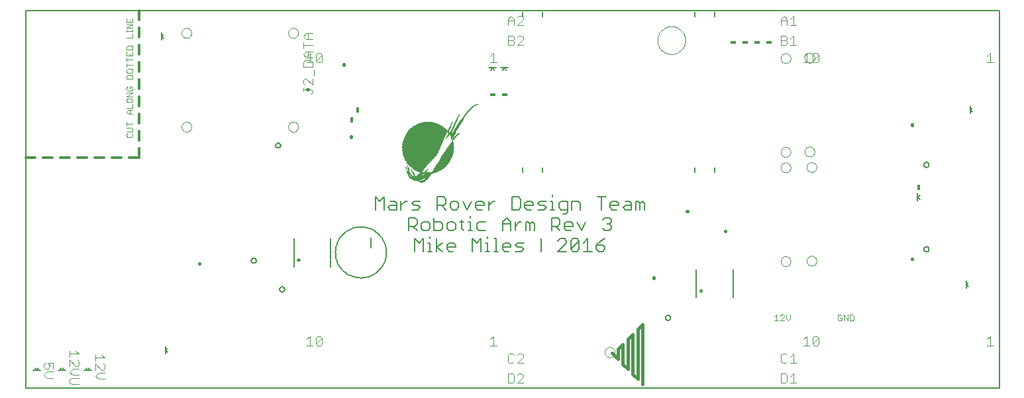
<source format=gto>
G75*
%MOIN*%
%OFA0B0*%
%FSLAX24Y24*%
%IPPOS*%
%LPD*%
%AMOC8*
5,1,8,0,0,1.08239X$1,22.5*
%
%ADD10C,0.0050*%
%ADD11C,0.0120*%
%ADD12C,0.0030*%
%ADD13C,0.0060*%
%ADD14C,0.0160*%
%ADD15C,0.0000*%
%ADD16C,0.0040*%
%ADD17C,0.0080*%
%ADD18R,0.0300X0.0150*%
%ADD19R,0.0150X0.0300*%
%ADD20C,0.0150*%
%ADD21C,0.0010*%
%ADD22R,0.0006X0.0002*%
%ADD23R,0.0004X0.0002*%
%ADD24R,0.0008X0.0002*%
%ADD25R,0.0034X0.0002*%
%ADD26R,0.0006X0.0002*%
%ADD27R,0.0010X0.0002*%
%ADD28R,0.0056X0.0002*%
%ADD29R,0.0008X0.0002*%
%ADD30R,0.0010X0.0002*%
%ADD31R,0.0074X0.0002*%
%ADD32R,0.0094X0.0002*%
%ADD33R,0.0002X0.0002*%
%ADD34R,0.0142X0.0002*%
%ADD35R,0.0154X0.0002*%
%ADD36R,0.0164X0.0002*%
%ADD37R,0.0178X0.0002*%
%ADD38R,0.0188X0.0002*%
%ADD39R,0.0194X0.0002*%
%ADD40R,0.0206X0.0002*%
%ADD41R,0.0214X0.0002*%
%ADD42R,0.0226X0.0002*%
%ADD43R,0.0238X0.0002*%
%ADD44R,0.0246X0.0002*%
%ADD45R,0.0252X0.0002*%
%ADD46R,0.0262X0.0002*%
%ADD47R,0.0270X0.0002*%
%ADD48R,0.0274X0.0002*%
%ADD49R,0.0280X0.0002*%
%ADD50R,0.0286X0.0002*%
%ADD51R,0.0292X0.0002*%
%ADD52R,0.0298X0.0002*%
%ADD53R,0.0304X0.0002*%
%ADD54R,0.0310X0.0002*%
%ADD55R,0.0314X0.0002*%
%ADD56R,0.0318X0.0002*%
%ADD57R,0.0326X0.0002*%
%ADD58R,0.0332X0.0002*%
%ADD59R,0.0338X0.0002*%
%ADD60R,0.0344X0.0002*%
%ADD61R,0.0350X0.0002*%
%ADD62R,0.0354X0.0002*%
%ADD63R,0.0360X0.0002*%
%ADD64R,0.0178X0.0002*%
%ADD65R,0.0128X0.0002*%
%ADD66R,0.0162X0.0002*%
%ADD67R,0.0122X0.0002*%
%ADD68R,0.0150X0.0002*%
%ADD69R,0.0118X0.0002*%
%ADD70R,0.0148X0.0002*%
%ADD71R,0.0114X0.0002*%
%ADD72R,0.0146X0.0002*%
%ADD73R,0.0108X0.0002*%
%ADD74R,0.0108X0.0002*%
%ADD75R,0.0144X0.0002*%
%ADD76R,0.0106X0.0002*%
%ADD77R,0.0144X0.0002*%
%ADD78R,0.0142X0.0002*%
%ADD79R,0.0140X0.0002*%
%ADD80R,0.0138X0.0002*%
%ADD81R,0.0114X0.0002*%
%ADD82R,0.0004X0.0002*%
%ADD83R,0.0132X0.0002*%
%ADD84R,0.0174X0.0002*%
%ADD85R,0.0132X0.0002*%
%ADD86R,0.0202X0.0002*%
%ADD87R,0.0002X0.0002*%
%ADD88R,0.0130X0.0002*%
%ADD89R,0.0208X0.0002*%
%ADD90R,0.0130X0.0002*%
%ADD91R,0.0222X0.0002*%
%ADD92R,0.0002X0.0002*%
%ADD93R,0.0244X0.0002*%
%ADD94R,0.0128X0.0002*%
%ADD95R,0.0256X0.0002*%
%ADD96R,0.0126X0.0002*%
%ADD97R,0.0266X0.0002*%
%ADD98R,0.0276X0.0002*%
%ADD99R,0.0296X0.0002*%
%ADD100R,0.0328X0.0002*%
%ADD101R,0.0126X0.0002*%
%ADD102R,0.0346X0.0002*%
%ADD103R,0.0356X0.0002*%
%ADD104R,0.0124X0.0002*%
%ADD105R,0.0366X0.0002*%
%ADD106R,0.0124X0.0002*%
%ADD107R,0.0386X0.0002*%
%ADD108R,0.0398X0.0002*%
%ADD109R,0.0122X0.0002*%
%ADD110R,0.0406X0.0002*%
%ADD111R,0.0122X0.0002*%
%ADD112R,0.0416X0.0002*%
%ADD113R,0.0424X0.0002*%
%ADD114R,0.0120X0.0002*%
%ADD115R,0.0432X0.0002*%
%ADD116R,0.0120X0.0002*%
%ADD117R,0.0446X0.0002*%
%ADD118R,0.0118X0.0002*%
%ADD119R,0.0456X0.0002*%
%ADD120R,0.0464X0.0002*%
%ADD121R,0.0474X0.0002*%
%ADD122R,0.0484X0.0002*%
%ADD123R,0.0494X0.0002*%
%ADD124R,0.0506X0.0002*%
%ADD125R,0.0514X0.0002*%
%ADD126R,0.0522X0.0002*%
%ADD127R,0.0532X0.0002*%
%ADD128R,0.0538X0.0002*%
%ADD129R,0.0546X0.0002*%
%ADD130R,0.0554X0.0002*%
%ADD131R,0.0560X0.0002*%
%ADD132R,0.0566X0.0002*%
%ADD133R,0.0194X0.0002*%
%ADD134R,0.0366X0.0002*%
%ADD135R,0.0194X0.0002*%
%ADD136R,0.0122X0.0002*%
%ADD137R,0.0196X0.0002*%
%ADD138R,0.0074X0.0002*%
%ADD139R,0.0272X0.0002*%
%ADD140R,0.0196X0.0002*%
%ADD141R,0.0070X0.0002*%
%ADD142R,0.0262X0.0002*%
%ADD143R,0.0198X0.0002*%
%ADD144R,0.0070X0.0002*%
%ADD145R,0.0256X0.0002*%
%ADD146R,0.0202X0.0002*%
%ADD147R,0.0068X0.0002*%
%ADD148R,0.0250X0.0002*%
%ADD149R,0.0068X0.0002*%
%ADD150R,0.0244X0.0002*%
%ADD151R,0.0210X0.0002*%
%ADD152R,0.0066X0.0002*%
%ADD153R,0.0240X0.0002*%
%ADD154R,0.0218X0.0002*%
%ADD155R,0.0236X0.0002*%
%ADD156R,0.0220X0.0002*%
%ADD157R,0.0236X0.0002*%
%ADD158R,0.0228X0.0002*%
%ADD159R,0.0072X0.0002*%
%ADD160R,0.0234X0.0002*%
%ADD161R,0.0312X0.0002*%
%ADD162R,0.0232X0.0002*%
%ADD163R,0.0316X0.0002*%
%ADD164R,0.0232X0.0002*%
%ADD165R,0.0318X0.0002*%
%ADD166R,0.0230X0.0002*%
%ADD167R,0.0324X0.0002*%
%ADD168R,0.0230X0.0002*%
%ADD169R,0.0336X0.0002*%
%ADD170R,0.0342X0.0002*%
%ADD171R,0.0226X0.0002*%
%ADD172R,0.0224X0.0002*%
%ADD173R,0.0124X0.0002*%
%ADD174R,0.0392X0.0002*%
%ADD175R,0.0408X0.0002*%
%ADD176R,0.0446X0.0002*%
%ADD177R,0.0724X0.0002*%
%ADD178R,0.0730X0.0002*%
%ADD179R,0.0192X0.0002*%
%ADD180R,0.0528X0.0002*%
%ADD181R,0.0530X0.0002*%
%ADD182R,0.0530X0.0002*%
%ADD183R,0.0534X0.0002*%
%ADD184R,0.0200X0.0002*%
%ADD185R,0.0534X0.0002*%
%ADD186R,0.0202X0.0002*%
%ADD187R,0.0204X0.0002*%
%ADD188R,0.0544X0.0002*%
%ADD189R,0.0210X0.0002*%
%ADD190R,0.0548X0.0002*%
%ADD191R,0.0566X0.0002*%
%ADD192R,0.0634X0.0002*%
%ADD193R,0.0632X0.0002*%
%ADD194R,0.0634X0.0002*%
%ADD195R,0.0636X0.0002*%
%ADD196R,0.0116X0.0002*%
%ADD197R,0.0638X0.0002*%
%ADD198R,0.0110X0.0002*%
%ADD199R,0.0640X0.0002*%
%ADD200R,0.0644X0.0002*%
%ADD201R,0.0104X0.0002*%
%ADD202R,0.0648X0.0002*%
%ADD203R,0.0104X0.0002*%
%ADD204R,0.0650X0.0002*%
%ADD205R,0.0102X0.0002*%
%ADD206R,0.0654X0.0002*%
%ADD207R,0.0100X0.0002*%
%ADD208R,0.0660X0.0002*%
%ADD209R,0.0098X0.0002*%
%ADD210R,0.0666X0.0002*%
%ADD211R,0.0132X0.0002*%
%ADD212R,0.0092X0.0002*%
%ADD213R,0.0670X0.0002*%
%ADD214R,0.0132X0.0002*%
%ADD215R,0.0090X0.0002*%
%ADD216R,0.0678X0.0002*%
%ADD217R,0.0134X0.0002*%
%ADD218R,0.0086X0.0002*%
%ADD219R,0.0682X0.0002*%
%ADD220R,0.0134X0.0002*%
%ADD221R,0.0084X0.0002*%
%ADD222R,0.0688X0.0002*%
%ADD223R,0.0080X0.0002*%
%ADD224R,0.0690X0.0002*%
%ADD225R,0.0138X0.0002*%
%ADD226R,0.0078X0.0002*%
%ADD227R,0.0002X0.0002*%
%ADD228R,0.0694X0.0002*%
%ADD229R,0.0076X0.0002*%
%ADD230R,0.0840X0.0002*%
%ADD231R,0.0842X0.0002*%
%ADD232R,0.0846X0.0002*%
%ADD233R,0.0078X0.0002*%
%ADD234R,0.0850X0.0002*%
%ADD235R,0.0166X0.0002*%
%ADD236R,0.0674X0.0002*%
%ADD237R,0.0168X0.0002*%
%ADD238R,0.0668X0.0002*%
%ADD239R,0.0080X0.0002*%
%ADD240R,0.0666X0.0002*%
%ADD241R,0.0168X0.0002*%
%ADD242R,0.0664X0.0002*%
%ADD243R,0.0170X0.0002*%
%ADD244R,0.0662X0.0002*%
%ADD245R,0.0076X0.0002*%
%ADD246R,0.0098X0.0002*%
%ADD247R,0.0052X0.0002*%
%ADD248R,0.0662X0.0002*%
%ADD249R,0.0094X0.0002*%
%ADD250R,0.0048X0.0002*%
%ADD251R,0.0092X0.0002*%
%ADD252R,0.0046X0.0002*%
%ADD253R,0.0090X0.0002*%
%ADD254R,0.0042X0.0002*%
%ADD255R,0.0658X0.0002*%
%ADD256R,0.0040X0.0002*%
%ADD257R,0.0656X0.0002*%
%ADD258R,0.0088X0.0002*%
%ADD259R,0.0040X0.0002*%
%ADD260R,0.0652X0.0002*%
%ADD261R,0.0066X0.0002*%
%ADD262R,0.0088X0.0002*%
%ADD263R,0.0038X0.0002*%
%ADD264R,0.0186X0.0002*%
%ADD265R,0.0460X0.0002*%
%ADD266R,0.0038X0.0002*%
%ADD267R,0.0182X0.0002*%
%ADD268R,0.0458X0.0002*%
%ADD269R,0.0064X0.0002*%
%ADD270R,0.0074X0.0002*%
%ADD271R,0.0452X0.0002*%
%ADD272R,0.0062X0.0002*%
%ADD273R,0.0176X0.0002*%
%ADD274R,0.0448X0.0002*%
%ADD275R,0.0176X0.0002*%
%ADD276R,0.0444X0.0002*%
%ADD277R,0.0062X0.0002*%
%ADD278R,0.0074X0.0002*%
%ADD279R,0.0174X0.0002*%
%ADD280R,0.0438X0.0002*%
%ADD281R,0.0060X0.0002*%
%ADD282R,0.0172X0.0002*%
%ADD283R,0.0434X0.0002*%
%ADD284R,0.0062X0.0002*%
%ADD285R,0.0170X0.0002*%
%ADD286R,0.0426X0.0002*%
%ADD287R,0.0036X0.0002*%
%ADD288R,0.0422X0.0002*%
%ADD289R,0.0062X0.0002*%
%ADD290R,0.0412X0.0002*%
%ADD291R,0.0036X0.0002*%
%ADD292R,0.0406X0.0002*%
%ADD293R,0.0058X0.0002*%
%ADD294R,0.0404X0.0002*%
%ADD295R,0.0058X0.0002*%
%ADD296R,0.0402X0.0002*%
%ADD297R,0.0060X0.0002*%
%ADD298R,0.0398X0.0002*%
%ADD299R,0.0394X0.0002*%
%ADD300R,0.0392X0.0002*%
%ADD301R,0.0164X0.0002*%
%ADD302R,0.0388X0.0002*%
%ADD303R,0.0166X0.0002*%
%ADD304R,0.0384X0.0002*%
%ADD305R,0.0380X0.0002*%
%ADD306R,0.0378X0.0002*%
%ADD307R,0.0056X0.0002*%
%ADD308R,0.0376X0.0002*%
%ADD309R,0.0034X0.0002*%
%ADD310R,0.0374X0.0002*%
%ADD311R,0.0034X0.0002*%
%ADD312R,0.0372X0.0002*%
%ADD313R,0.0054X0.0002*%
%ADD314R,0.0034X0.0002*%
%ADD315R,0.0370X0.0002*%
%ADD316R,0.0032X0.0002*%
%ADD317R,0.0172X0.0002*%
%ADD318R,0.0054X0.0002*%
%ADD319R,0.0054X0.0002*%
%ADD320R,0.0172X0.0002*%
%ADD321R,0.0032X0.0002*%
%ADD322R,0.0174X0.0002*%
%ADD323R,0.0364X0.0002*%
%ADD324R,0.0052X0.0002*%
%ADD325R,0.0032X0.0002*%
%ADD326R,0.0360X0.0002*%
%ADD327R,0.0358X0.0002*%
%ADD328R,0.0052X0.0002*%
%ADD329R,0.0356X0.0002*%
%ADD330R,0.0052X0.0002*%
%ADD331R,0.0180X0.0002*%
%ADD332R,0.0354X0.0002*%
%ADD333R,0.0050X0.0002*%
%ADD334R,0.0180X0.0002*%
%ADD335R,0.0348X0.0002*%
%ADD336R,0.0032X0.0002*%
%ADD337R,0.0182X0.0002*%
%ADD338R,0.0344X0.0002*%
%ADD339R,0.0182X0.0002*%
%ADD340R,0.0344X0.0002*%
%ADD341R,0.0050X0.0002*%
%ADD342R,0.0184X0.0002*%
%ADD343R,0.0340X0.0002*%
%ADD344R,0.0054X0.0002*%
%ADD345R,0.0184X0.0002*%
%ADD346R,0.0340X0.0002*%
%ADD347R,0.0184X0.0002*%
%ADD348R,0.0048X0.0002*%
%ADD349R,0.0336X0.0002*%
%ADD350R,0.0044X0.0002*%
%ADD351R,0.0044X0.0002*%
%ADD352R,0.0184X0.0002*%
%ADD353R,0.0332X0.0002*%
%ADD354R,0.0332X0.0002*%
%ADD355R,0.0044X0.0002*%
%ADD356R,0.0330X0.0002*%
%ADD357R,0.0046X0.0002*%
%ADD358R,0.0330X0.0002*%
%ADD359R,0.0328X0.0002*%
%ADD360R,0.0326X0.0002*%
%ADD361R,0.0322X0.0002*%
%ADD362R,0.0320X0.0002*%
%ADD363R,0.0042X0.0002*%
%ADD364R,0.0320X0.0002*%
%ADD365R,0.0042X0.0002*%
%ADD366R,0.0042X0.0002*%
%ADD367R,0.0316X0.0002*%
%ADD368R,0.0064X0.0002*%
%ADD369R,0.0064X0.0002*%
%ADD370R,0.0064X0.0002*%
%ADD371R,0.0314X0.0002*%
%ADD372R,0.0312X0.0002*%
%ADD373R,0.0312X0.0002*%
%ADD374R,0.0346X0.0002*%
%ADD375R,0.0182X0.0002*%
%ADD376R,0.0362X0.0002*%
%ADD377R,0.0388X0.0002*%
%ADD378R,0.0596X0.0002*%
%ADD379R,0.0606X0.0002*%
%ADD380R,0.0616X0.0002*%
%ADD381R,0.0030X0.0002*%
%ADD382R,0.0626X0.0002*%
%ADD383R,0.0642X0.0002*%
%ADD384R,0.0650X0.0002*%
%ADD385R,0.0656X0.0002*%
%ADD386R,0.0664X0.0002*%
%ADD387R,0.0668X0.0002*%
%ADD388R,0.0674X0.0002*%
%ADD389R,0.0680X0.0002*%
%ADD390R,0.0686X0.0002*%
%ADD391R,0.0692X0.0002*%
%ADD392R,0.0698X0.0002*%
%ADD393R,0.0082X0.0002*%
%ADD394R,0.0702X0.0002*%
%ADD395R,0.0304X0.0002*%
%ADD396R,0.0116X0.0002*%
%ADD397R,0.0072X0.0002*%
%ADD398R,0.0284X0.0002*%
%ADD399R,0.0260X0.0002*%
%ADD400R,0.0248X0.0002*%
%ADD401R,0.0242X0.0002*%
%ADD402R,0.0234X0.0002*%
%ADD403R,0.0110X0.0002*%
%ADD404R,0.0220X0.0002*%
%ADD405R,0.0112X0.0002*%
%ADD406R,0.0214X0.0002*%
%ADD407R,0.0206X0.0002*%
%ADD408R,0.0030X0.0002*%
%ADD409R,0.0216X0.0002*%
%ADD410R,0.0224X0.0002*%
%ADD411R,0.0028X0.0002*%
%ADD412R,0.0142X0.0002*%
%ADD413R,0.0240X0.0002*%
%ADD414R,0.0156X0.0002*%
%ADD415R,0.0028X0.0002*%
%ADD416R,0.0160X0.0002*%
%ADD417R,0.0260X0.0002*%
%ADD418R,0.0268X0.0002*%
%ADD419R,0.0026X0.0002*%
%ADD420R,0.0214X0.0002*%
%ADD421R,0.0278X0.0002*%
%ADD422R,0.0024X0.0002*%
%ADD423R,0.0024X0.0002*%
%ADD424R,0.0284X0.0002*%
%ADD425R,0.0022X0.0002*%
%ADD426R,0.0288X0.0002*%
%ADD427R,0.0022X0.0002*%
%ADD428R,0.0290X0.0002*%
%ADD429R,0.0022X0.0002*%
%ADD430R,0.0246X0.0002*%
%ADD431R,0.0294X0.0002*%
%ADD432R,0.0022X0.0002*%
%ADD433R,0.0252X0.0002*%
%ADD434R,0.0020X0.0002*%
%ADD435R,0.0300X0.0002*%
%ADD436R,0.0020X0.0002*%
%ADD437R,0.0262X0.0002*%
%ADD438R,0.0302X0.0002*%
%ADD439R,0.0270X0.0002*%
%ADD440R,0.0306X0.0002*%
%ADD441R,0.0276X0.0002*%
%ADD442R,0.0310X0.0002*%
%ADD443R,0.0282X0.0002*%
%ADD444R,0.0288X0.0002*%
%ADD445R,0.0018X0.0002*%
%ADD446R,0.0298X0.0002*%
%ADD447R,0.0304X0.0002*%
%ADD448R,0.0324X0.0002*%
%ADD449R,0.0018X0.0002*%
%ADD450R,0.0332X0.0002*%
%ADD451R,0.0026X0.0002*%
%ADD452R,0.0334X0.0002*%
%ADD453R,0.0334X0.0002*%
%ADD454R,0.0338X0.0002*%
%ADD455R,0.0016X0.0002*%
%ADD456R,0.0344X0.0002*%
%ADD457R,0.0348X0.0002*%
%ADD458R,0.0016X0.0002*%
%ADD459R,0.0024X0.0002*%
%ADD460R,0.0350X0.0002*%
%ADD461R,0.0352X0.0002*%
%ADD462R,0.0372X0.0002*%
%ADD463R,0.0024X0.0002*%
%ADD464R,0.0014X0.0002*%
%ADD465R,0.0378X0.0002*%
%ADD466R,0.0358X0.0002*%
%ADD467R,0.0014X0.0002*%
%ADD468R,0.0386X0.0002*%
%ADD469R,0.0362X0.0002*%
%ADD470R,0.0364X0.0002*%
%ADD471R,0.0368X0.0002*%
%ADD472R,0.0402X0.0002*%
%ADD473R,0.0368X0.0002*%
%ADD474R,0.0012X0.0002*%
%ADD475R,0.0014X0.0002*%
%ADD476R,0.0414X0.0002*%
%ADD477R,0.0374X0.0002*%
%ADD478R,0.0420X0.0002*%
%ADD479R,0.0376X0.0002*%
%ADD480R,0.0422X0.0002*%
%ADD481R,0.0428X0.0002*%
%ADD482R,0.0380X0.0002*%
%ADD483R,0.0012X0.0002*%
%ADD484R,0.0434X0.0002*%
%ADD485R,0.0382X0.0002*%
%ADD486R,0.0044X0.0002*%
%ADD487R,0.0012X0.0002*%
%ADD488R,0.0012X0.0002*%
%ADD489R,0.0450X0.0002*%
%ADD490R,0.0390X0.0002*%
%ADD491R,0.0454X0.0002*%
%ADD492R,0.0390X0.0002*%
%ADD493R,0.0464X0.0002*%
%ADD494R,0.0396X0.0002*%
%ADD495R,0.0468X0.0002*%
%ADD496R,0.0396X0.0002*%
%ADD497R,0.0474X0.0002*%
%ADD498R,0.0400X0.0002*%
%ADD499R,0.0478X0.0002*%
%ADD500R,0.0400X0.0002*%
%ADD501R,0.0488X0.0002*%
%ADD502R,0.0004X0.0002*%
%ADD503R,0.0498X0.0002*%
%ADD504R,0.0410X0.0002*%
%ADD505R,0.0502X0.0002*%
%ADD506R,0.0410X0.0002*%
%ADD507R,0.0508X0.0002*%
%ADD508R,0.0412X0.0002*%
%ADD509R,0.0512X0.0002*%
%ADD510R,0.0518X0.0002*%
%ADD511R,0.0522X0.0002*%
%ADD512R,0.0418X0.0002*%
%ADD513R,0.0528X0.0002*%
%ADD514R,0.0540X0.0002*%
%ADD515R,0.0424X0.0002*%
%ADD516R,0.0544X0.0002*%
%ADD517R,0.0550X0.0002*%
%ADD518R,0.0428X0.0002*%
%ADD519R,0.0432X0.0002*%
%ADD520R,0.0564X0.0002*%
%ADD521R,0.0568X0.0002*%
%ADD522R,0.0436X0.0002*%
%ADD523R,0.0572X0.0002*%
%ADD524R,0.0436X0.0002*%
%ADD525R,0.0576X0.0002*%
%ADD526R,0.0582X0.0002*%
%ADD527R,0.0440X0.0002*%
%ADD528R,0.0586X0.0002*%
%ADD529R,0.0440X0.0002*%
%ADD530R,0.0590X0.0002*%
%ADD531R,0.0442X0.0002*%
%ADD532R,0.0444X0.0002*%
%ADD533R,0.0598X0.0002*%
%ADD534R,0.0604X0.0002*%
%ADD535R,0.0608X0.0002*%
%ADD536R,0.0448X0.0002*%
%ADD537R,0.0612X0.0002*%
%ADD538R,0.0618X0.0002*%
%ADD539R,0.0452X0.0002*%
%ADD540R,0.0622X0.0002*%
%ADD541R,0.0452X0.0002*%
%ADD542R,0.0630X0.0002*%
%ADD543R,0.0454X0.0002*%
%ADD544R,0.0638X0.0002*%
%ADD545R,0.0458X0.0002*%
%ADD546R,0.0642X0.0002*%
%ADD547R,0.0648X0.0002*%
%ADD548R,0.0462X0.0002*%
%ADD549R,0.0652X0.0002*%
%ADD550R,0.0462X0.0002*%
%ADD551R,0.0464X0.0002*%
%ADD552R,0.0660X0.0002*%
%ADD553R,0.0464X0.0002*%
%ADD554R,0.0664X0.0002*%
%ADD555R,0.0466X0.0002*%
%ADD556R,0.0468X0.0002*%
%ADD557R,0.0014X0.0002*%
%ADD558R,0.0672X0.0002*%
%ADD559R,0.0676X0.0002*%
%ADD560R,0.0470X0.0002*%
%ADD561R,0.0682X0.0002*%
%ADD562R,0.0472X0.0002*%
%ADD563R,0.0472X0.0002*%
%ADD564R,0.0694X0.0002*%
%ADD565R,0.0696X0.0002*%
%ADD566R,0.0476X0.0002*%
%ADD567R,0.0702X0.0002*%
%ADD568R,0.0706X0.0002*%
%ADD569R,0.0478X0.0002*%
%ADD570R,0.0710X0.0002*%
%ADD571R,0.0480X0.0002*%
%ADD572R,0.0714X0.0002*%
%ADD573R,0.0480X0.0002*%
%ADD574R,0.0718X0.0002*%
%ADD575R,0.0724X0.0002*%
%ADD576R,0.0484X0.0002*%
%ADD577R,0.0726X0.0002*%
%ADD578R,0.0486X0.0002*%
%ADD579R,0.0734X0.0002*%
%ADD580R,0.0486X0.0002*%
%ADD581R,0.0738X0.0002*%
%ADD582R,0.0742X0.0002*%
%ADD583R,0.0746X0.0002*%
%ADD584R,0.0488X0.0002*%
%ADD585R,0.0752X0.0002*%
%ADD586R,0.0492X0.0002*%
%ADD587R,0.0756X0.0002*%
%ADD588R,0.0492X0.0002*%
%ADD589R,0.0758X0.0002*%
%ADD590R,0.0762X0.0002*%
%ADD591R,0.0494X0.0002*%
%ADD592R,0.0766X0.0002*%
%ADD593R,0.0770X0.0002*%
%ADD594R,0.0496X0.0002*%
%ADD595R,0.0774X0.0002*%
%ADD596R,0.0496X0.0002*%
%ADD597R,0.0778X0.0002*%
%ADD598R,0.0782X0.0002*%
%ADD599R,0.0498X0.0002*%
%ADD600R,0.0786X0.0002*%
%ADD601R,0.0790X0.0002*%
%ADD602R,0.0794X0.0002*%
%ADD603R,0.0502X0.0002*%
%ADD604R,0.0798X0.0002*%
%ADD605R,0.0502X0.0002*%
%ADD606R,0.0802X0.0002*%
%ADD607R,0.0504X0.0002*%
%ADD608R,0.0806X0.0002*%
%ADD609R,0.0504X0.0002*%
%ADD610R,0.0810X0.0002*%
%ADD611R,0.0814X0.0002*%
%ADD612R,0.0506X0.0002*%
%ADD613R,0.0816X0.0002*%
%ADD614R,0.0820X0.0002*%
%ADD615R,0.0508X0.0002*%
%ADD616R,0.0824X0.0002*%
%ADD617R,0.0828X0.0002*%
%ADD618R,0.0510X0.0002*%
%ADD619R,0.0832X0.0002*%
%ADD620R,0.0510X0.0002*%
%ADD621R,0.0836X0.0002*%
%ADD622R,0.0844X0.0002*%
%ADD623R,0.0512X0.0002*%
%ADD624R,0.0846X0.0002*%
%ADD625R,0.0514X0.0002*%
%ADD626R,0.0850X0.0002*%
%ADD627R,0.0514X0.0002*%
%ADD628R,0.0854X0.0002*%
%ADD629R,0.0858X0.0002*%
%ADD630R,0.0516X0.0002*%
%ADD631R,0.0862X0.0002*%
%ADD632R,0.0516X0.0002*%
%ADD633R,0.0866X0.0002*%
%ADD634R,0.0518X0.0002*%
%ADD635R,0.0870X0.0002*%
%ADD636R,0.0872X0.0002*%
%ADD637R,0.0876X0.0002*%
%ADD638R,0.0520X0.0002*%
%ADD639R,0.0880X0.0002*%
%ADD640R,0.0520X0.0002*%
%ADD641R,0.0884X0.0002*%
%ADD642R,0.0888X0.0002*%
%ADD643R,0.0522X0.0002*%
%ADD644R,0.0892X0.0002*%
%ADD645R,0.0896X0.0002*%
%ADD646R,0.0524X0.0002*%
%ADD647R,0.0900X0.0002*%
%ADD648R,0.0524X0.0002*%
%ADD649R,0.0902X0.0002*%
%ADD650R,0.0526X0.0002*%
%ADD651R,0.0906X0.0002*%
%ADD652R,0.0526X0.0002*%
%ADD653R,0.0910X0.0002*%
%ADD654R,0.0914X0.0002*%
%ADD655R,0.0918X0.0002*%
%ADD656R,0.0920X0.0002*%
%ADD657R,0.0924X0.0002*%
%ADD658R,0.0926X0.0002*%
%ADD659R,0.0930X0.0002*%
%ADD660R,0.0934X0.0002*%
%ADD661R,0.0938X0.0002*%
%ADD662R,0.0532X0.0002*%
%ADD663R,0.0942X0.0002*%
%ADD664R,0.0946X0.0002*%
%ADD665R,0.0950X0.0002*%
%ADD666R,0.0954X0.0002*%
%ADD667R,0.0956X0.0002*%
%ADD668R,0.0958X0.0002*%
%ADD669R,0.0962X0.0002*%
%ADD670R,0.0966X0.0002*%
%ADD671R,0.0536X0.0002*%
%ADD672R,0.0970X0.0002*%
%ADD673R,0.0536X0.0002*%
%ADD674R,0.0974X0.0002*%
%ADD675R,0.0538X0.0002*%
%ADD676R,0.0978X0.0002*%
%ADD677R,0.0980X0.0002*%
%ADD678R,0.0984X0.0002*%
%ADD679R,0.0540X0.0002*%
%ADD680R,0.0986X0.0002*%
%ADD681R,0.0990X0.0002*%
%ADD682R,0.0994X0.0002*%
%ADD683R,0.0998X0.0002*%
%ADD684R,0.1002X0.0002*%
%ADD685R,0.0542X0.0002*%
%ADD686R,0.1006X0.0002*%
%ADD687R,0.0542X0.0002*%
%ADD688R,0.1006X0.0002*%
%ADD689R,0.1010X0.0002*%
%ADD690R,0.0542X0.0002*%
%ADD691R,0.1014X0.0002*%
%ADD692R,0.1018X0.0002*%
%ADD693R,0.0544X0.0002*%
%ADD694R,0.1022X0.0002*%
%ADD695R,0.1026X0.0002*%
%ADD696R,0.1028X0.0002*%
%ADD697R,0.1030X0.0002*%
%ADD698R,0.1034X0.0002*%
%ADD699R,0.1038X0.0002*%
%ADD700R,0.0546X0.0002*%
%ADD701R,0.1042X0.0002*%
%ADD702R,0.1044X0.0002*%
%ADD703R,0.1048X0.0002*%
%ADD704R,0.1052X0.0002*%
%ADD705R,0.1056X0.0002*%
%ADD706R,0.0548X0.0002*%
%ADD707R,0.1058X0.0002*%
%ADD708R,0.1060X0.0002*%
%ADD709R,0.1064X0.0002*%
%ADD710R,0.1068X0.0002*%
%ADD711R,0.1072X0.0002*%
%ADD712R,0.0550X0.0002*%
%ADD713R,0.1074X0.0002*%
%ADD714R,0.1078X0.0002*%
%ADD715R,0.1082X0.0002*%
%ADD716R,0.1084X0.0002*%
%ADD717R,0.0552X0.0002*%
%ADD718R,0.1086X0.0002*%
%ADD719R,0.1090X0.0002*%
%ADD720R,0.1094X0.0002*%
%ADD721R,0.0552X0.0002*%
%ADD722R,0.1098X0.0002*%
%ADD723R,0.0552X0.0002*%
%ADD724R,0.1100X0.0002*%
%ADD725R,0.1104X0.0002*%
%ADD726R,0.1108X0.0002*%
%ADD727R,0.1112X0.0002*%
%ADD728R,0.0554X0.0002*%
%ADD729R,0.1114X0.0002*%
%ADD730R,0.1116X0.0002*%
%ADD731R,0.0554X0.0002*%
%ADD732R,0.1120X0.0002*%
%ADD733R,0.1124X0.0002*%
%ADD734R,0.1126X0.0002*%
%ADD735R,0.1130X0.0002*%
%ADD736R,0.1134X0.0002*%
%ADD737R,0.0556X0.0002*%
%ADD738R,0.1136X0.0002*%
%ADD739R,0.1140X0.0002*%
%ADD740R,0.1144X0.0002*%
%ADD741R,0.0556X0.0002*%
%ADD742R,0.1148X0.0002*%
%ADD743R,0.1148X0.0002*%
%ADD744R,0.1152X0.0002*%
%ADD745R,0.1156X0.0002*%
%ADD746R,0.1158X0.0002*%
%ADD747R,0.1162X0.0002*%
%ADD748R,0.1166X0.0002*%
%ADD749R,0.0558X0.0002*%
%ADD750R,0.1168X0.0002*%
%ADD751R,0.1172X0.0002*%
%ADD752R,0.1176X0.0002*%
%ADD753R,0.0558X0.0002*%
%ADD754R,0.1180X0.0002*%
%ADD755R,0.1184X0.0002*%
%ADD756R,0.1186X0.0002*%
%ADD757R,0.1190X0.0002*%
%ADD758R,0.1194X0.0002*%
%ADD759R,0.1196X0.0002*%
%ADD760R,0.1200X0.0002*%
%ADD761R,0.1204X0.0002*%
%ADD762R,0.1206X0.0002*%
%ADD763R,0.1208X0.0002*%
%ADD764R,0.1212X0.0002*%
%ADD765R,0.1214X0.0002*%
%ADD766R,0.1218X0.0002*%
%ADD767R,0.1222X0.0002*%
%ADD768R,0.0560X0.0002*%
%ADD769R,0.1224X0.0002*%
%ADD770R,0.1228X0.0002*%
%ADD771R,0.1232X0.0002*%
%ADD772R,0.1234X0.0002*%
%ADD773R,0.1238X0.0002*%
%ADD774R,0.1240X0.0002*%
%ADD775R,0.1244X0.0002*%
%ADD776R,0.1246X0.0002*%
%ADD777R,0.1248X0.0002*%
%ADD778R,0.1252X0.0002*%
%ADD779R,0.1256X0.0002*%
%ADD780R,0.1258X0.0002*%
%ADD781R,0.1262X0.0002*%
%ADD782R,0.1264X0.0002*%
%ADD783R,0.1268X0.0002*%
%ADD784R,0.1272X0.0002*%
%ADD785R,0.1274X0.0002*%
%ADD786R,0.1278X0.0002*%
%ADD787R,0.1280X0.0002*%
%ADD788R,0.1284X0.0002*%
%ADD789R,0.1286X0.0002*%
%ADD790R,0.1288X0.0002*%
%ADD791R,0.1292X0.0002*%
%ADD792R,0.1294X0.0002*%
%ADD793R,0.1298X0.0002*%
%ADD794R,0.1300X0.0002*%
%ADD795R,0.1304X0.0002*%
%ADD796R,0.1308X0.0002*%
%ADD797R,0.1310X0.0002*%
%ADD798R,0.1314X0.0002*%
%ADD799R,0.1316X0.0002*%
%ADD800R,0.1320X0.0002*%
%ADD801R,0.1322X0.0002*%
%ADD802R,0.1326X0.0002*%
%ADD803R,0.1326X0.0002*%
%ADD804R,0.1330X0.0002*%
%ADD805R,0.1334X0.0002*%
%ADD806R,0.1336X0.0002*%
%ADD807R,0.1340X0.0002*%
%ADD808R,0.1342X0.0002*%
%ADD809R,0.1346X0.0002*%
%ADD810R,0.1348X0.0002*%
%ADD811R,0.1352X0.0002*%
%ADD812R,0.1354X0.0002*%
%ADD813R,0.1358X0.0002*%
%ADD814R,0.1360X0.0002*%
%ADD815R,0.1364X0.0002*%
%ADD816R,0.1366X0.0002*%
%ADD817R,0.1368X0.0002*%
%ADD818R,0.1370X0.0002*%
%ADD819R,0.1374X0.0002*%
%ADD820R,0.1378X0.0002*%
%ADD821R,0.1380X0.0002*%
%ADD822R,0.1384X0.0002*%
%ADD823R,0.1386X0.0002*%
%ADD824R,0.1390X0.0002*%
%ADD825R,0.1392X0.0002*%
%ADD826R,0.1396X0.0002*%
%ADD827R,0.1398X0.0002*%
%ADD828R,0.1402X0.0002*%
%ADD829R,0.1404X0.0002*%
%ADD830R,0.1408X0.0002*%
%ADD831R,0.1408X0.0002*%
%ADD832R,0.1412X0.0002*%
%ADD833R,0.0554X0.0002*%
%ADD834R,0.1414X0.0002*%
%ADD835R,0.1416X0.0002*%
%ADD836R,0.1420X0.0002*%
%ADD837R,0.0552X0.0002*%
%ADD838R,0.1422X0.0002*%
%ADD839R,0.1426X0.0002*%
%ADD840R,0.1428X0.0002*%
%ADD841R,0.1432X0.0002*%
%ADD842R,0.1434X0.0002*%
%ADD843R,0.1438X0.0002*%
%ADD844R,0.1440X0.0002*%
%ADD845R,0.1444X0.0002*%
%ADD846R,0.1448X0.0002*%
%ADD847R,0.1450X0.0002*%
%ADD848R,0.1454X0.0002*%
%ADD849R,0.1456X0.0002*%
%ADD850R,0.1460X0.0002*%
%ADD851R,0.1462X0.0002*%
%ADD852R,0.1464X0.0002*%
%ADD853R,0.1468X0.0002*%
%ADD854R,0.1470X0.0002*%
%ADD855R,0.1474X0.0002*%
%ADD856R,0.1476X0.0002*%
%ADD857R,0.1480X0.0002*%
%ADD858R,0.1482X0.0002*%
%ADD859R,0.1484X0.0002*%
%ADD860R,0.1486X0.0002*%
%ADD861R,0.1488X0.0002*%
%ADD862R,0.1492X0.0002*%
%ADD863R,0.1494X0.0002*%
%ADD864R,0.1498X0.0002*%
%ADD865R,0.1500X0.0002*%
%ADD866R,0.1502X0.0002*%
%ADD867R,0.1506X0.0002*%
%ADD868R,0.1508X0.0002*%
%ADD869R,0.1512X0.0002*%
%ADD870R,0.1514X0.0002*%
%ADD871R,0.1518X0.0002*%
%ADD872R,0.1518X0.0002*%
%ADD873R,0.1520X0.0002*%
%ADD874R,0.1524X0.0002*%
%ADD875R,0.1526X0.0002*%
%ADD876R,0.1530X0.0002*%
%ADD877R,0.1532X0.0002*%
%ADD878R,0.1534X0.0002*%
%ADD879R,0.1538X0.0002*%
%ADD880R,0.1540X0.0002*%
%ADD881R,0.1544X0.0002*%
%ADD882R,0.1546X0.0002*%
%ADD883R,0.1548X0.0002*%
%ADD884R,0.1552X0.0002*%
%ADD885R,0.1554X0.0002*%
%ADD886R,0.1556X0.0002*%
%ADD887R,0.1558X0.0002*%
%ADD888R,0.1560X0.0002*%
%ADD889R,0.1564X0.0002*%
%ADD890R,0.1566X0.0002*%
%ADD891R,0.1568X0.0002*%
%ADD892R,0.0532X0.0002*%
%ADD893R,0.1572X0.0002*%
%ADD894R,0.0534X0.0002*%
%ADD895R,0.1574X0.0002*%
%ADD896R,0.1576X0.0002*%
%ADD897R,0.1580X0.0002*%
%ADD898R,0.0532X0.0002*%
%ADD899R,0.1582X0.0002*%
%ADD900R,0.1586X0.0002*%
%ADD901R,0.1588X0.0002*%
%ADD902R,0.1590X0.0002*%
%ADD903R,0.1592X0.0002*%
%ADD904R,0.1594X0.0002*%
%ADD905R,0.1596X0.0002*%
%ADD906R,0.1600X0.0002*%
%ADD907R,0.1602X0.0002*%
%ADD908R,0.1604X0.0002*%
%ADD909R,0.1608X0.0002*%
%ADD910R,0.1610X0.0002*%
%ADD911R,0.0524X0.0002*%
%ADD912R,0.1612X0.0002*%
%ADD913R,0.1616X0.0002*%
%ADD914R,0.1618X0.0002*%
%ADD915R,0.1620X0.0002*%
%ADD916R,0.1624X0.0002*%
%ADD917R,0.1624X0.0002*%
%ADD918R,0.1626X0.0002*%
%ADD919R,0.1630X0.0002*%
%ADD920R,0.1632X0.0002*%
%ADD921R,0.1634X0.0002*%
%ADD922R,0.1640X0.0002*%
%ADD923R,0.1642X0.0002*%
%ADD924R,0.1646X0.0002*%
%ADD925R,0.0514X0.0002*%
%ADD926R,0.1648X0.0002*%
%ADD927R,0.1650X0.0002*%
%ADD928R,0.1654X0.0002*%
%ADD929R,0.1656X0.0002*%
%ADD930R,0.1658X0.0002*%
%ADD931R,0.1660X0.0002*%
%ADD932R,0.1662X0.0002*%
%ADD933R,0.1664X0.0002*%
%ADD934R,0.1666X0.0002*%
%ADD935R,0.1670X0.0002*%
%ADD936R,0.1672X0.0002*%
%ADD937R,0.1674X0.0002*%
%ADD938R,0.1678X0.0002*%
%ADD939R,0.1680X0.0002*%
%ADD940R,0.1682X0.0002*%
%ADD941R,0.1686X0.0002*%
%ADD942R,0.1688X0.0002*%
%ADD943R,0.1690X0.0002*%
%ADD944R,0.0500X0.0002*%
%ADD945R,0.1692X0.0002*%
%ADD946R,0.1694X0.0002*%
%ADD947R,0.0500X0.0002*%
%ADD948R,0.1696X0.0002*%
%ADD949R,0.1698X0.0002*%
%ADD950R,0.1702X0.0002*%
%ADD951R,0.1704X0.0002*%
%ADD952R,0.1706X0.0002*%
%ADD953R,0.1708X0.0002*%
%ADD954R,0.1712X0.0002*%
%ADD955R,0.1714X0.0002*%
%ADD956R,0.0492X0.0002*%
%ADD957R,0.1716X0.0002*%
%ADD958R,0.1716X0.0002*%
%ADD959R,0.0490X0.0002*%
%ADD960R,0.1720X0.0002*%
%ADD961R,0.0490X0.0002*%
%ADD962R,0.1720X0.0002*%
%ADD963R,0.1722X0.0002*%
%ADD964R,0.1724X0.0002*%
%ADD965R,0.1726X0.0002*%
%ADD966R,0.1726X0.0002*%
%ADD967R,0.1728X0.0002*%
%ADD968R,0.0482X0.0002*%
%ADD969R,0.1730X0.0002*%
%ADD970R,0.1732X0.0002*%
%ADD971R,0.0482X0.0002*%
%ADD972R,0.1732X0.0002*%
%ADD973R,0.1736X0.0002*%
%ADD974R,0.1738X0.0002*%
%ADD975R,0.1738X0.0002*%
%ADD976R,0.1742X0.0002*%
%ADD977R,0.0476X0.0002*%
%ADD978R,0.1742X0.0002*%
%ADD979R,0.1744X0.0002*%
%ADD980R,0.1744X0.0002*%
%ADD981R,0.1746X0.0002*%
%ADD982R,0.1748X0.0002*%
%ADD983R,0.0472X0.0002*%
%ADD984R,0.1748X0.0002*%
%ADD985R,0.1750X0.0002*%
%ADD986R,0.1750X0.0002*%
%ADD987R,0.1754X0.0002*%
%ADD988R,0.1754X0.0002*%
%ADD989R,0.0466X0.0002*%
%ADD990R,0.1756X0.0002*%
%ADD991R,0.1758X0.0002*%
%ADD992R,0.1760X0.0002*%
%ADD993R,0.1760X0.0002*%
%ADD994R,0.1762X0.0002*%
%ADD995R,0.0460X0.0002*%
%ADD996R,0.1766X0.0002*%
%ADD997R,0.1766X0.0002*%
%ADD998R,0.1768X0.0002*%
%ADD999R,0.1768X0.0002*%
%ADD1000R,0.0456X0.0002*%
%ADD1001R,0.1772X0.0002*%
%ADD1002R,0.1772X0.0002*%
%ADD1003R,0.1774X0.0002*%
%ADD1004R,0.0452X0.0002*%
%ADD1005R,0.1774X0.0002*%
%ADD1006R,0.1776X0.0002*%
%ADD1007R,0.1778X0.0002*%
%ADD1008R,0.0450X0.0002*%
%ADD1009R,0.1780X0.0002*%
%ADD1010R,0.1780X0.0002*%
%ADD1011R,0.1782X0.0002*%
%ADD1012R,0.1784X0.0002*%
%ADD1013R,0.1786X0.0002*%
%ADD1014R,0.0444X0.0002*%
%ADD1015R,0.1786X0.0002*%
%ADD1016R,0.0442X0.0002*%
%ADD1017R,0.1788X0.0002*%
%ADD1018R,0.1790X0.0002*%
%ADD1019R,0.1792X0.0002*%
%ADD1020R,0.1792X0.0002*%
%ADD1021R,0.1794X0.0002*%
%ADD1022R,0.1796X0.0002*%
%ADD1023R,0.0434X0.0002*%
%ADD1024R,0.1796X0.0002*%
%ADD1025R,0.0432X0.0002*%
%ADD1026R,0.1800X0.0002*%
%ADD1027R,0.0432X0.0002*%
%ADD1028R,0.1800X0.0002*%
%ADD1029R,0.1802X0.0002*%
%ADD1030R,0.0430X0.0002*%
%ADD1031R,0.1802X0.0002*%
%ADD1032R,0.1804X0.0002*%
%ADD1033R,0.0426X0.0002*%
%ADD1034R,0.1806X0.0002*%
%ADD1035R,0.1808X0.0002*%
%ADD1036R,0.1808X0.0002*%
%ADD1037R,0.1810X0.0002*%
%ADD1038R,0.1810X0.0002*%
%ADD1039R,0.1812X0.0002*%
%ADD1040R,0.1814X0.0002*%
%ADD1041R,0.0420X0.0002*%
%ADD1042R,0.1816X0.0002*%
%ADD1043R,0.1816X0.0002*%
%ADD1044R,0.0416X0.0002*%
%ADD1045R,0.1818X0.0002*%
%ADD1046R,0.0414X0.0002*%
%ADD1047R,0.1820X0.0002*%
%ADD1048R,0.1820X0.0002*%
%ADD1049R,0.1822X0.0002*%
%ADD1050R,0.1824X0.0002*%
%ADD1051R,0.1826X0.0002*%
%ADD1052R,0.0408X0.0002*%
%ADD1053R,0.1826X0.0002*%
%ADD1054R,0.1828X0.0002*%
%ADD1055R,0.0404X0.0002*%
%ADD1056R,0.1828X0.0002*%
%ADD1057R,0.0404X0.0002*%
%ADD1058R,0.1830X0.0002*%
%ADD1059R,0.1830X0.0002*%
%ADD1060R,0.1834X0.0002*%
%ADD1061R,0.0402X0.0002*%
%ADD1062R,0.1834X0.0002*%
%ADD1063R,0.1836X0.0002*%
%ADD1064R,0.1836X0.0002*%
%ADD1065R,0.1838X0.0002*%
%ADD1066R,0.1838X0.0002*%
%ADD1067R,0.0394X0.0002*%
%ADD1068R,0.1840X0.0002*%
%ADD1069R,0.1844X0.0002*%
%ADD1070R,0.1844X0.0002*%
%ADD1071R,0.1846X0.0002*%
%ADD1072R,0.1848X0.0002*%
%ADD1073R,0.1848X0.0002*%
%ADD1074R,0.0382X0.0002*%
%ADD1075R,0.1850X0.0002*%
%ADD1076R,0.0382X0.0002*%
%ADD1077R,0.1850X0.0002*%
%ADD1078R,0.1852X0.0002*%
%ADD1079R,0.1852X0.0002*%
%ADD1080R,0.1854X0.0002*%
%ADD1081R,0.1856X0.0002*%
%ADD1082R,0.1856X0.0002*%
%ADD1083R,0.1858X0.0002*%
%ADD1084R,0.1858X0.0002*%
%ADD1085R,0.0372X0.0002*%
%ADD1086R,0.1860X0.0002*%
%ADD1087R,0.0372X0.0002*%
%ADD1088R,0.1860X0.0002*%
%ADD1089R,0.0370X0.0002*%
%ADD1090R,0.1862X0.0002*%
%ADD1091R,0.1862X0.0002*%
%ADD1092R,0.1864X0.0002*%
%ADD1093R,0.1864X0.0002*%
%ADD1094R,0.1866X0.0002*%
%ADD1095R,0.0362X0.0002*%
%ADD1096R,0.1868X0.0002*%
%ADD1097R,0.0362X0.0002*%
%ADD1098R,0.1870X0.0002*%
%ADD1099R,0.1870X0.0002*%
%ADD1100R,0.1872X0.0002*%
%ADD1101R,0.1872X0.0002*%
%ADD1102R,0.1874X0.0002*%
%ADD1103R,0.1874X0.0002*%
%ADD1104R,0.0352X0.0002*%
%ADD1105R,0.1876X0.0002*%
%ADD1106R,0.0352X0.0002*%
%ADD1107R,0.1876X0.0002*%
%ADD1108R,0.1878X0.0002*%
%ADD1109R,0.1878X0.0002*%
%ADD1110R,0.1880X0.0002*%
%ADD1111R,0.1880X0.0002*%
%ADD1112R,0.1882X0.0002*%
%ADD1113R,0.0342X0.0002*%
%ADD1114R,0.1882X0.0002*%
%ADD1115R,0.1884X0.0002*%
%ADD1116R,0.1884X0.0002*%
%ADD1117R,0.1886X0.0002*%
%ADD1118R,0.0334X0.0002*%
%ADD1119R,0.1888X0.0002*%
%ADD1120R,0.1890X0.0002*%
%ADD1121R,0.1890X0.0002*%
%ADD1122R,0.1892X0.0002*%
%ADD1123R,0.1894X0.0002*%
%ADD1124R,0.1894X0.0002*%
%ADD1125R,0.1896X0.0002*%
%ADD1126R,0.1896X0.0002*%
%ADD1127R,0.0324X0.0002*%
%ADD1128R,0.1898X0.0002*%
%ADD1129R,0.1898X0.0002*%
%ADD1130R,0.1900X0.0002*%
%ADD1131R,0.1900X0.0002*%
%ADD1132R,0.1902X0.0002*%
%ADD1133R,0.1902X0.0002*%
%ADD1134R,0.0314X0.0002*%
%ADD1135R,0.1904X0.0002*%
%ADD1136R,0.0314X0.0002*%
%ADD1137R,0.1904X0.0002*%
%ADD1138R,0.1906X0.0002*%
%ADD1139R,0.1906X0.0002*%
%ADD1140R,0.0308X0.0002*%
%ADD1141R,0.1908X0.0002*%
%ADD1142R,0.1908X0.0002*%
%ADD1143R,0.0306X0.0002*%
%ADD1144R,0.1910X0.0002*%
%ADD1145R,0.0302X0.0002*%
%ADD1146R,0.1912X0.0002*%
%ADD1147R,0.1912X0.0002*%
%ADD1148R,0.1914X0.0002*%
%ADD1149R,0.1914X0.0002*%
%ADD1150R,0.1916X0.0002*%
%ADD1151R,0.0294X0.0002*%
%ADD1152R,0.1916X0.0002*%
%ADD1153R,0.0294X0.0002*%
%ADD1154R,0.1918X0.0002*%
%ADD1155R,0.0292X0.0002*%
%ADD1156R,0.1918X0.0002*%
%ADD1157R,0.1920X0.0002*%
%ADD1158R,0.1920X0.0002*%
%ADD1159R,0.1922X0.0002*%
%ADD1160R,0.0286X0.0002*%
%ADD1161R,0.1922X0.0002*%
%ADD1162R,0.0284X0.0002*%
%ADD1163R,0.1922X0.0002*%
%ADD1164R,0.1922X0.0002*%
%ADD1165R,0.1924X0.0002*%
%ADD1166R,0.0278X0.0002*%
%ADD1167R,0.1924X0.0002*%
%ADD1168R,0.1926X0.0002*%
%ADD1169R,0.1928X0.0002*%
%ADD1170R,0.0272X0.0002*%
%ADD1171R,0.1928X0.0002*%
%ADD1172R,0.1930X0.0002*%
%ADD1173R,0.1932X0.0002*%
%ADD1174R,0.0266X0.0002*%
%ADD1175R,0.1932X0.0002*%
%ADD1176R,0.0264X0.0002*%
%ADD1177R,0.1934X0.0002*%
%ADD1178R,0.1934X0.0002*%
%ADD1179R,0.1936X0.0002*%
%ADD1180R,0.1936X0.0002*%
%ADD1181R,0.0258X0.0002*%
%ADD1182R,0.1938X0.0002*%
%ADD1183R,0.1938X0.0002*%
%ADD1184R,0.0254X0.0002*%
%ADD1185R,0.1940X0.0002*%
%ADD1186R,0.1940X0.0002*%
%ADD1187R,0.0252X0.0002*%
%ADD1188R,0.1942X0.0002*%
%ADD1189R,0.1942X0.0002*%
%ADD1190R,0.0242X0.0002*%
%ADD1191R,0.1944X0.0002*%
%ADD1192R,0.1944X0.0002*%
%ADD1193R,0.1946X0.0002*%
%ADD1194R,0.1948X0.0002*%
%ADD1195R,0.1948X0.0002*%
%ADD1196R,0.0234X0.0002*%
%ADD1197R,0.1950X0.0002*%
%ADD1198R,0.0232X0.0002*%
%ADD1199R,0.1950X0.0002*%
%ADD1200R,0.0232X0.0002*%
%ADD1201R,0.1952X0.0002*%
%ADD1202R,0.1952X0.0002*%
%ADD1203R,0.0222X0.0002*%
%ADD1204R,0.1954X0.0002*%
%ADD1205R,0.1954X0.0002*%
%ADD1206R,0.1956X0.0002*%
%ADD1207R,0.0218X0.0002*%
%ADD1208R,0.1956X0.0002*%
%ADD1209R,0.1958X0.0002*%
%ADD1210R,0.0212X0.0002*%
%ADD1211R,0.1958X0.0002*%
%ADD1212R,0.0208X0.0002*%
%ADD1213R,0.1960X0.0002*%
%ADD1214R,0.1962X0.0002*%
%ADD1215R,0.0204X0.0002*%
%ADD1216R,0.1962X0.0002*%
%ADD1217R,0.0202X0.0002*%
%ADD1218R,0.1964X0.0002*%
%ADD1219R,0.0200X0.0002*%
%ADD1220R,0.1964X0.0002*%
%ADD1221R,0.1964X0.0002*%
%ADD1222R,0.1966X0.0002*%
%ADD1223R,0.0192X0.0002*%
%ADD1224R,0.1966X0.0002*%
%ADD1225R,0.1968X0.0002*%
%ADD1226R,0.0190X0.0002*%
%ADD1227R,0.1968X0.0002*%
%ADD1228R,0.0188X0.0002*%
%ADD1229R,0.1970X0.0002*%
%ADD1230R,0.1970X0.0002*%
%ADD1231R,0.1972X0.0002*%
%ADD1232R,0.1972X0.0002*%
%ADD1233R,0.1974X0.0002*%
%ADD1234R,0.1972X0.0002*%
%ADD1235R,0.0172X0.0002*%
%ADD1236R,0.1974X0.0002*%
%ADD1237R,0.1976X0.0002*%
%ADD1238R,0.1978X0.0002*%
%ADD1239R,0.1978X0.0002*%
%ADD1240R,0.0162X0.0002*%
%ADD1241R,0.0160X0.0002*%
%ADD1242R,0.0158X0.0002*%
%ADD1243R,0.1980X0.0002*%
%ADD1244R,0.0156X0.0002*%
%ADD1245R,0.1980X0.0002*%
%ADD1246R,0.0154X0.0002*%
%ADD1247R,0.1982X0.0002*%
%ADD1248R,0.0152X0.0002*%
%ADD1249R,0.1982X0.0002*%
%ADD1250R,0.0148X0.0002*%
%ADD1251R,0.1982X0.0002*%
%ADD1252R,0.0146X0.0002*%
%ADD1253R,0.1984X0.0002*%
%ADD1254R,0.1984X0.0002*%
%ADD1255R,0.1984X0.0002*%
%ADD1256R,0.1984X0.0002*%
%ADD1257R,0.1986X0.0002*%
%ADD1258R,0.0136X0.0002*%
%ADD1259R,0.1986X0.0002*%
%ADD1260R,0.0134X0.0002*%
%ADD1261R,0.1988X0.0002*%
%ADD1262R,0.0134X0.0002*%
%ADD1263R,0.1988X0.0002*%
%ADD1264R,0.1990X0.0002*%
%ADD1265R,0.1990X0.0002*%
%ADD1266R,0.1992X0.0002*%
%ADD1267R,0.1992X0.0002*%
%ADD1268R,0.1994X0.0002*%
%ADD1269R,0.1992X0.0002*%
%ADD1270R,0.0112X0.0002*%
%ADD1271R,0.1992X0.0002*%
%ADD1272R,0.1994X0.0002*%
%ADD1273R,0.1996X0.0002*%
%ADD1274R,0.1994X0.0002*%
%ADD1275R,0.0102X0.0002*%
%ADD1276R,0.1996X0.0002*%
%ADD1277R,0.0100X0.0002*%
%ADD1278R,0.1998X0.0002*%
%ADD1279R,0.0096X0.0002*%
%ADD1280R,0.1998X0.0002*%
%ADD1281R,0.2000X0.0002*%
%ADD1282R,0.2000X0.0002*%
%ADD1283R,0.0084X0.0002*%
%ADD1284R,0.2002X0.0002*%
%ADD1285R,0.2002X0.0002*%
%ADD1286R,0.2002X0.0002*%
%ADD1287R,0.2002X0.0002*%
%ADD1288R,0.2004X0.0002*%
%ADD1289R,0.2004X0.0002*%
%ADD1290R,0.2006X0.0002*%
%ADD1291R,0.2004X0.0002*%
%ADD1292R,0.2004X0.0002*%
%ADD1293R,0.2006X0.0002*%
%ADD1294R,0.2008X0.0002*%
%ADD1295R,0.2008X0.0002*%
%ADD1296R,0.2010X0.0002*%
%ADD1297R,0.2010X0.0002*%
%ADD1298R,0.2012X0.0002*%
%ADD1299R,0.2012X0.0002*%
%ADD1300R,0.2012X0.0002*%
%ADD1301R,0.2012X0.0002*%
%ADD1302R,0.2014X0.0002*%
%ADD1303R,0.2014X0.0002*%
%ADD1304R,0.2014X0.0002*%
%ADD1305R,0.2016X0.0002*%
%ADD1306R,0.2016X0.0002*%
%ADD1307R,0.2018X0.0002*%
%ADD1308R,0.2018X0.0002*%
%ADD1309R,0.2020X0.0002*%
%ADD1310R,0.2020X0.0002*%
%ADD1311R,0.2022X0.0002*%
%ADD1312R,0.2022X0.0002*%
%ADD1313R,0.2022X0.0002*%
%ADD1314R,0.0082X0.0002*%
%ADD1315R,0.0086X0.0002*%
%ADD1316R,0.2022X0.0002*%
%ADD1317R,0.0094X0.0002*%
%ADD1318R,0.2024X0.0002*%
%ADD1319R,0.0102X0.0002*%
%ADD1320R,0.2024X0.0002*%
%ADD1321R,0.0106X0.0002*%
%ADD1322R,0.0114X0.0002*%
%ADD1323R,0.2024X0.0002*%
%ADD1324R,0.2024X0.0002*%
%ADD1325R,0.0096X0.0002*%
%ADD1326R,0.2026X0.0002*%
%ADD1327R,0.0094X0.0002*%
%ADD1328R,0.2026X0.0002*%
%ADD1329R,0.0092X0.0002*%
%ADD1330R,0.2028X0.0002*%
%ADD1331R,0.2028X0.0002*%
%ADD1332R,0.0084X0.0002*%
%ADD1333R,0.0082X0.0002*%
%ADD1334R,0.0112X0.0002*%
%ADD1335R,0.0112X0.0002*%
%ADD1336R,0.0072X0.0002*%
%ADD1337R,0.0124X0.0002*%
%ADD1338R,0.0072X0.0002*%
%ADD1339R,0.0136X0.0002*%
%ADD1340R,0.0142X0.0002*%
%ADD1341R,0.0152X0.0002*%
%ADD1342R,0.0162X0.0002*%
%ADD1343R,0.0190X0.0002*%
%ADD1344R,0.0192X0.0002*%
%ADD1345R,0.0212X0.0002*%
%ADD1346R,0.0222X0.0002*%
%ADD1347R,0.0224X0.0002*%
%ADD1348R,0.0238X0.0002*%
%ADD1349R,0.0242X0.0002*%
%ADD1350R,0.0250X0.0002*%
%ADD1351R,0.0162X0.0002*%
%ADD1352R,0.0164X0.0002*%
%ADD1353R,0.0102X0.0002*%
%ADD1354R,0.0104X0.0002*%
%ADD1355R,0.1982X0.0002*%
%ADD1356R,0.0158X0.0002*%
%ADD1357R,0.2054X0.0002*%
%ADD1358R,0.2052X0.0002*%
%ADD1359R,0.2052X0.0002*%
%ADD1360R,0.0154X0.0002*%
%ADD1361R,0.2052X0.0002*%
%ADD1362R,0.2050X0.0002*%
%ADD1363R,0.2050X0.0002*%
%ADD1364R,0.2048X0.0002*%
%ADD1365R,0.2046X0.0002*%
%ADD1366R,0.1972X0.0002*%
%ADD1367R,0.1960X0.0002*%
%ADD1368R,0.1952X0.0002*%
%ADD1369R,0.0092X0.0002*%
%ADD1370R,0.0152X0.0002*%
%ADD1371R,0.0154X0.0002*%
%ADD1372R,0.1932X0.0002*%
%ADD1373R,0.0152X0.0002*%
%ADD1374R,0.0150X0.0002*%
%ADD1375R,0.1872X0.0002*%
%ADD1376R,0.1868X0.0002*%
%ADD1377R,0.1852X0.0002*%
%ADD1378R,0.1832X0.0002*%
%ADD1379R,0.0084X0.0002*%
%ADD1380R,0.1804X0.0002*%
%ADD1381R,0.0144X0.0002*%
%ADD1382R,0.1788X0.0002*%
%ADD1383R,0.1784X0.0002*%
%ADD1384R,0.1776X0.0002*%
%ADD1385R,0.0144X0.0002*%
%ADD1386R,0.1752X0.0002*%
%ADD1387R,0.0082X0.0002*%
%ADD1388R,0.1740X0.0002*%
%ADD1389R,0.0140X0.0002*%
%ADD1390R,0.1712X0.0002*%
%ADD1391R,0.1708X0.0002*%
%ADD1392R,0.1700X0.0002*%
%ADD1393R,0.1684X0.0002*%
%ADD1394R,0.1676X0.0002*%
%ADD1395R,0.1668X0.0002*%
%ADD1396R,0.1660X0.0002*%
%ADD1397R,0.1652X0.0002*%
%ADD1398R,0.1644X0.0002*%
%ADD1399R,0.1636X0.0002*%
%ADD1400R,0.1632X0.0002*%
%ADD1401R,0.1628X0.0002*%
%ADD1402R,0.1608X0.0002*%
%ADD1403R,0.1604X0.0002*%
%ADD1404R,0.1576X0.0002*%
%ADD1405R,0.1568X0.0002*%
%ADD1406R,0.1556X0.0002*%
%ADD1407R,0.1552X0.0002*%
%ADD1408R,0.1544X0.0002*%
%ADD1409R,0.1532X0.0002*%
%ADD1410R,0.1528X0.0002*%
%ADD1411R,0.1524X0.0002*%
%ADD1412R,0.1516X0.0002*%
%ADD1413R,0.1496X0.0002*%
%ADD1414R,0.1488X0.0002*%
%ADD1415R,0.1472X0.0002*%
%ADD1416R,0.1464X0.0002*%
%ADD1417R,0.1436X0.0002*%
%ADD1418R,0.1424X0.0002*%
%ADD1419R,0.1412X0.0002*%
%ADD1420R,0.1404X0.0002*%
%ADD1421R,0.1400X0.0002*%
%ADD1422R,0.1392X0.0002*%
%ADD1423R,0.1388X0.0002*%
%ADD1424R,0.1376X0.0002*%
%ADD1425R,0.1368X0.0002*%
%ADD1426R,0.1356X0.0002*%
%ADD1427R,0.1348X0.0002*%
%ADD1428R,0.1328X0.0002*%
%ADD1429R,0.1308X0.0002*%
%ADD1430R,0.1280X0.0002*%
%ADD1431R,0.1272X0.0002*%
%ADD1432R,0.1264X0.0002*%
%ADD1433R,0.1260X0.0002*%
%ADD1434R,0.1252X0.0002*%
%ADD1435R,0.1244X0.0002*%
%ADD1436R,0.1236X0.0002*%
%ADD1437R,0.1228X0.0002*%
%ADD1438R,0.1220X0.0002*%
%ADD1439R,0.1216X0.0002*%
%ADD1440R,0.1200X0.0002*%
%ADD1441R,0.1192X0.0002*%
%ADD1442R,0.1184X0.0002*%
%ADD1443R,0.1176X0.0002*%
%ADD1444R,0.1160X0.0002*%
%ADD1445R,0.1152X0.0002*%
%ADD1446R,0.1136X0.0002*%
%ADD1447R,0.1128X0.0002*%
%ADD1448R,0.1120X0.0002*%
%ADD1449R,0.1100X0.0002*%
%ADD1450R,0.1092X0.0002*%
%ADD1451R,0.1084X0.0002*%
%ADD1452R,0.1076X0.0002*%
%ADD1453R,0.1068X0.0002*%
%ADD1454R,0.1048X0.0002*%
%ADD1455R,0.1040X0.0002*%
%ADD1456R,0.1032X0.0002*%
%ADD1457R,0.1020X0.0002*%
%ADD1458R,0.1012X0.0002*%
%ADD1459R,0.1004X0.0002*%
%ADD1460R,0.0992X0.0002*%
%ADD1461R,0.0972X0.0002*%
%ADD1462R,0.0964X0.0002*%
%ADD1463R,0.0952X0.0002*%
%ADD1464R,0.0944X0.0002*%
%ADD1465R,0.0932X0.0002*%
%ADD1466R,0.0912X0.0002*%
%ADD1467R,0.0900X0.0002*%
%ADD1468R,0.0880X0.0002*%
%ADD1469R,0.0868X0.0002*%
%ADD1470R,0.0856X0.0002*%
%ADD1471R,0.0844X0.0002*%
%ADD1472R,0.0808X0.0002*%
%ADD1473R,0.0796X0.0002*%
%ADD1474R,0.0784X0.0002*%
%ADD1475R,0.0772X0.0002*%
%ADD1476R,0.0760X0.0002*%
%ADD1477R,0.0744X0.0002*%
%ADD1478R,0.0732X0.0002*%
%ADD1479R,0.0720X0.0002*%
%ADD1480R,0.0704X0.0002*%
%ADD1481R,0.0688X0.0002*%
%ADD1482R,0.0628X0.0002*%
%ADD1483R,0.0612X0.0002*%
%ADD1484R,0.0596X0.0002*%
%ADD1485R,0.0580X0.0002*%
%ADD1486R,0.0114X0.0002*%
%ADD1487R,0.0104X0.0002*%
D10*
X006173Y006893D02*
X055173Y006893D01*
X055173Y025893D01*
X006173Y025893D01*
X006173Y006893D01*
X017532Y013306D02*
X017534Y013328D01*
X017540Y013349D01*
X017549Y013368D01*
X017561Y013386D01*
X017577Y013402D01*
X017594Y013414D01*
X017614Y013423D01*
X017635Y013429D01*
X017657Y013431D01*
X017679Y013429D01*
X017700Y013423D01*
X017719Y013414D01*
X017737Y013402D01*
X017753Y013386D01*
X017765Y013368D01*
X017774Y013349D01*
X017780Y013328D01*
X017782Y013306D01*
X017780Y013284D01*
X017774Y013263D01*
X017765Y013244D01*
X017753Y013226D01*
X017737Y013210D01*
X017720Y013198D01*
X017700Y013189D01*
X017679Y013183D01*
X017657Y013181D01*
X017635Y013183D01*
X017614Y013189D01*
X017594Y013198D01*
X017577Y013210D01*
X017561Y013226D01*
X017549Y013243D01*
X017540Y013263D01*
X017534Y013284D01*
X017532Y013306D01*
X018960Y011859D02*
X018962Y011881D01*
X018968Y011902D01*
X018977Y011921D01*
X018989Y011939D01*
X019005Y011955D01*
X019022Y011967D01*
X019042Y011976D01*
X019063Y011982D01*
X019085Y011984D01*
X019107Y011982D01*
X019128Y011976D01*
X019147Y011967D01*
X019165Y011955D01*
X019181Y011939D01*
X019193Y011921D01*
X019202Y011902D01*
X019208Y011881D01*
X019210Y011859D01*
X019208Y011837D01*
X019202Y011816D01*
X019193Y011797D01*
X019181Y011779D01*
X019165Y011763D01*
X019148Y011751D01*
X019128Y011742D01*
X019107Y011736D01*
X019085Y011734D01*
X019063Y011736D01*
X019042Y011742D01*
X019022Y011751D01*
X019005Y011763D01*
X018989Y011779D01*
X018977Y011796D01*
X018968Y011816D01*
X018962Y011837D01*
X018960Y011859D01*
X018760Y019109D02*
X018762Y019131D01*
X018768Y019152D01*
X018777Y019171D01*
X018789Y019189D01*
X018805Y019205D01*
X018822Y019217D01*
X018842Y019226D01*
X018863Y019232D01*
X018885Y019234D01*
X018907Y019232D01*
X018928Y019226D01*
X018947Y019217D01*
X018965Y019205D01*
X018981Y019189D01*
X018993Y019171D01*
X019002Y019152D01*
X019008Y019131D01*
X019010Y019109D01*
X019008Y019087D01*
X019002Y019066D01*
X018993Y019047D01*
X018981Y019029D01*
X018965Y019013D01*
X018948Y019001D01*
X018928Y018992D01*
X018907Y018986D01*
X018885Y018984D01*
X018863Y018986D01*
X018842Y018992D01*
X018822Y019001D01*
X018805Y019013D01*
X018789Y019029D01*
X018777Y019046D01*
X018768Y019066D01*
X018762Y019087D01*
X018760Y019109D01*
X038385Y010428D02*
X038387Y010450D01*
X038393Y010471D01*
X038402Y010490D01*
X038414Y010508D01*
X038430Y010524D01*
X038447Y010536D01*
X038467Y010545D01*
X038488Y010551D01*
X038510Y010553D01*
X038532Y010551D01*
X038553Y010545D01*
X038572Y010536D01*
X038590Y010524D01*
X038606Y010508D01*
X038618Y010490D01*
X038627Y010471D01*
X038633Y010450D01*
X038635Y010428D01*
X038633Y010406D01*
X038627Y010385D01*
X038618Y010366D01*
X038606Y010348D01*
X038590Y010332D01*
X038573Y010320D01*
X038553Y010311D01*
X038532Y010305D01*
X038510Y010303D01*
X038488Y010305D01*
X038467Y010311D01*
X038447Y010320D01*
X038430Y010332D01*
X038414Y010348D01*
X038402Y010365D01*
X038393Y010385D01*
X038387Y010406D01*
X038385Y010428D01*
X051385Y013878D02*
X051387Y013900D01*
X051393Y013921D01*
X051402Y013940D01*
X051414Y013958D01*
X051430Y013974D01*
X051447Y013986D01*
X051467Y013995D01*
X051488Y014001D01*
X051510Y014003D01*
X051532Y014001D01*
X051553Y013995D01*
X051572Y013986D01*
X051590Y013974D01*
X051606Y013958D01*
X051618Y013940D01*
X051627Y013921D01*
X051633Y013900D01*
X051635Y013878D01*
X051633Y013856D01*
X051627Y013835D01*
X051618Y013816D01*
X051606Y013798D01*
X051590Y013782D01*
X051573Y013770D01*
X051553Y013761D01*
X051532Y013755D01*
X051510Y013753D01*
X051488Y013755D01*
X051467Y013761D01*
X051447Y013770D01*
X051430Y013782D01*
X051414Y013798D01*
X051402Y013815D01*
X051393Y013835D01*
X051387Y013856D01*
X051385Y013878D01*
X051385Y018128D02*
X051387Y018150D01*
X051393Y018171D01*
X051402Y018190D01*
X051414Y018208D01*
X051430Y018224D01*
X051447Y018236D01*
X051467Y018245D01*
X051488Y018251D01*
X051510Y018253D01*
X051532Y018251D01*
X051553Y018245D01*
X051572Y018236D01*
X051590Y018224D01*
X051606Y018208D01*
X051618Y018190D01*
X051627Y018171D01*
X051633Y018150D01*
X051635Y018128D01*
X051633Y018106D01*
X051627Y018085D01*
X051618Y018066D01*
X051606Y018048D01*
X051590Y018032D01*
X051573Y018020D01*
X051553Y018011D01*
X051532Y018005D01*
X051510Y018003D01*
X051488Y018005D01*
X051467Y018011D01*
X051447Y018020D01*
X051430Y018032D01*
X051414Y018048D01*
X051402Y018065D01*
X051393Y018085D01*
X051387Y018106D01*
X051385Y018128D01*
D11*
X011873Y018493D02*
X011873Y018966D01*
X011873Y019359D02*
X011873Y019832D01*
X011873Y020225D02*
X011873Y020698D01*
X011873Y021091D02*
X011873Y021563D01*
X011873Y021957D02*
X011873Y022429D01*
X011873Y022823D02*
X011873Y023295D01*
X011873Y023689D02*
X011873Y024161D01*
X011873Y024555D02*
X011873Y025027D01*
X011873Y025421D02*
X011873Y025893D01*
X011873Y018493D02*
X011396Y018493D01*
X011002Y018493D02*
X010525Y018493D01*
X010132Y018493D02*
X009655Y018493D01*
X009261Y018493D02*
X008784Y018493D01*
X008391Y018493D02*
X007914Y018493D01*
X007520Y018493D02*
X007043Y018493D01*
X006650Y018493D02*
X006173Y018493D01*
D12*
X011268Y019557D02*
X011316Y019508D01*
X011509Y019508D01*
X011558Y019557D01*
X011558Y019653D01*
X011509Y019702D01*
X011509Y019803D02*
X011558Y019851D01*
X011558Y019948D01*
X011509Y019996D01*
X011268Y019996D01*
X011268Y020098D02*
X011268Y020291D01*
X011268Y020194D02*
X011558Y020194D01*
X011509Y019803D02*
X011268Y019803D01*
X011316Y019702D02*
X011268Y019653D01*
X011268Y019557D01*
X011364Y020687D02*
X011268Y020784D01*
X011364Y020880D01*
X011558Y020880D01*
X011558Y020982D02*
X011558Y021175D01*
X011509Y021276D02*
X011558Y021325D01*
X011558Y021421D01*
X011509Y021470D01*
X011316Y021470D01*
X011268Y021421D01*
X011268Y021325D01*
X011316Y021276D01*
X011509Y021276D01*
X011558Y020982D02*
X011268Y020982D01*
X011413Y020880D02*
X011413Y020687D01*
X011364Y020687D02*
X011558Y020687D01*
X011558Y021571D02*
X011268Y021571D01*
X011558Y021764D01*
X011268Y021764D01*
X011316Y021866D02*
X011509Y021866D01*
X011558Y021914D01*
X011558Y022011D01*
X011509Y022059D01*
X011413Y022059D01*
X011413Y021962D01*
X011316Y021866D02*
X011268Y021914D01*
X011268Y022011D01*
X011316Y022059D01*
X011268Y022455D02*
X011268Y022600D01*
X011316Y022648D01*
X011509Y022648D01*
X011558Y022600D01*
X011558Y022455D01*
X011268Y022455D01*
X011316Y022749D02*
X011509Y022749D01*
X011558Y022798D01*
X011558Y022895D01*
X011509Y022943D01*
X011316Y022943D01*
X011268Y022895D01*
X011268Y022798D01*
X011316Y022749D01*
X011268Y023044D02*
X011268Y023238D01*
X011268Y023141D02*
X011558Y023141D01*
X011558Y023436D02*
X011268Y023436D01*
X011268Y023532D02*
X011268Y023339D01*
X011268Y023633D02*
X011558Y023633D01*
X011558Y023827D01*
X011558Y023928D02*
X011558Y024073D01*
X011509Y024122D01*
X011316Y024122D01*
X011268Y024073D01*
X011268Y023928D01*
X011558Y023928D01*
X011413Y023730D02*
X011413Y023633D01*
X011268Y023633D02*
X011268Y023827D01*
X011268Y024517D02*
X011558Y024517D01*
X011558Y024711D01*
X011558Y024812D02*
X011558Y024909D01*
X011558Y024860D02*
X011268Y024860D01*
X011268Y024812D02*
X011268Y024909D01*
X011268Y025008D02*
X011558Y025202D01*
X011268Y025202D01*
X011268Y025303D02*
X011558Y025303D01*
X011558Y025497D01*
X011413Y025400D02*
X011413Y025303D01*
X011268Y025303D02*
X011268Y025497D01*
X011268Y025008D02*
X011558Y025008D01*
X043854Y010482D02*
X043951Y010579D01*
X043951Y010288D01*
X044047Y010288D02*
X043854Y010288D01*
X044149Y010288D02*
X044342Y010482D01*
X044342Y010530D01*
X044294Y010579D01*
X044197Y010579D01*
X044149Y010530D01*
X044149Y010288D02*
X044342Y010288D01*
X044443Y010385D02*
X044540Y010288D01*
X044637Y010385D01*
X044637Y010579D01*
X044443Y010579D02*
X044443Y010385D01*
X047054Y010337D02*
X047102Y010288D01*
X047199Y010288D01*
X047247Y010337D01*
X047247Y010433D01*
X047151Y010433D01*
X047054Y010337D02*
X047054Y010530D01*
X047102Y010579D01*
X047199Y010579D01*
X047247Y010530D01*
X047349Y010579D02*
X047349Y010288D01*
X047542Y010288D02*
X047349Y010579D01*
X047542Y010579D02*
X047542Y010288D01*
X047643Y010288D02*
X047788Y010288D01*
X047837Y010337D01*
X047837Y010530D01*
X047788Y010579D01*
X047643Y010579D01*
X047643Y010288D01*
D13*
X041783Y011443D02*
X041783Y012863D01*
X039923Y012863D02*
X039923Y011443D01*
X035323Y013880D02*
X035323Y013987D01*
X035216Y014094D01*
X034896Y014094D01*
X034896Y013880D01*
X035003Y013773D01*
X035216Y013773D01*
X035323Y013880D01*
X035110Y014307D02*
X034896Y014094D01*
X035110Y014307D02*
X035323Y014414D01*
X035325Y014823D02*
X035218Y014930D01*
X035325Y014823D02*
X035539Y014823D01*
X035645Y014930D01*
X035645Y015037D01*
X035539Y015144D01*
X035432Y015144D01*
X035539Y015144D02*
X035645Y015250D01*
X035645Y015357D01*
X035539Y015464D01*
X035325Y015464D01*
X035218Y015357D01*
X034356Y015250D02*
X034143Y014823D01*
X033929Y015250D01*
X033712Y015144D02*
X033712Y015037D01*
X033285Y015037D01*
X033285Y014930D02*
X033285Y015144D01*
X033391Y015250D01*
X033605Y015250D01*
X033712Y015144D01*
X033605Y014823D02*
X033391Y014823D01*
X033285Y014930D01*
X033067Y014823D02*
X032854Y015037D01*
X032960Y015037D02*
X032640Y015037D01*
X032640Y014823D02*
X032640Y015464D01*
X032960Y015464D01*
X033067Y015357D01*
X033067Y015144D01*
X032960Y015037D01*
X033069Y014414D02*
X032962Y014307D01*
X033069Y014414D02*
X033283Y014414D01*
X033389Y014307D01*
X033389Y014200D01*
X032962Y013773D01*
X033389Y013773D01*
X033607Y013880D02*
X034034Y014307D01*
X034034Y013880D01*
X033927Y013773D01*
X033714Y013773D01*
X033607Y013880D01*
X033607Y014307D01*
X033714Y014414D01*
X033927Y014414D01*
X034034Y014307D01*
X034252Y014200D02*
X034465Y014414D01*
X034465Y013773D01*
X034252Y013773D02*
X034679Y013773D01*
X032103Y013773D02*
X032103Y014414D01*
X031241Y014200D02*
X030921Y014200D01*
X030814Y014094D01*
X030921Y013987D01*
X031134Y013987D01*
X031241Y013880D01*
X031134Y013773D01*
X030814Y013773D01*
X030596Y013987D02*
X030169Y013987D01*
X030169Y014094D02*
X030276Y014200D01*
X030490Y014200D01*
X030596Y014094D01*
X030596Y013987D01*
X030490Y013773D02*
X030276Y013773D01*
X030169Y013880D01*
X030169Y014094D01*
X029953Y013773D02*
X029740Y013773D01*
X029846Y013773D02*
X029846Y014414D01*
X029740Y014414D01*
X029417Y014414D02*
X029417Y014521D01*
X029417Y014200D02*
X029417Y013773D01*
X029310Y013773D02*
X029524Y013773D01*
X029092Y013773D02*
X029092Y014414D01*
X028879Y014200D01*
X028665Y014414D01*
X028665Y013773D01*
X029310Y014200D02*
X029417Y014200D01*
X027803Y014094D02*
X027803Y013987D01*
X027376Y013987D01*
X027376Y014094D02*
X027483Y014200D01*
X027697Y014200D01*
X027803Y014094D01*
X027697Y013773D02*
X027483Y013773D01*
X027376Y013880D01*
X027376Y014094D01*
X027160Y014200D02*
X026839Y013987D01*
X027160Y013773D01*
X026839Y013773D02*
X026839Y014414D01*
X026516Y014414D02*
X026516Y014521D01*
X026516Y014200D02*
X026516Y013773D01*
X026410Y013773D02*
X026623Y013773D01*
X026192Y013773D02*
X026192Y014414D01*
X025979Y014200D01*
X025765Y014414D01*
X025765Y013773D01*
X026410Y014200D02*
X026516Y014200D01*
X026408Y014823D02*
X026514Y014930D01*
X026514Y015144D01*
X026408Y015250D01*
X026194Y015250D01*
X026087Y015144D01*
X026087Y014930D01*
X026194Y014823D01*
X026408Y014823D01*
X026732Y014823D02*
X027052Y014823D01*
X027159Y014930D01*
X027159Y015144D01*
X027052Y015250D01*
X026732Y015250D01*
X026732Y015464D02*
X026732Y014823D01*
X027376Y014930D02*
X027376Y015144D01*
X027483Y015250D01*
X027697Y015250D01*
X027803Y015144D01*
X027803Y014930D01*
X027697Y014823D01*
X027483Y014823D01*
X027376Y014930D01*
X028021Y015250D02*
X028234Y015250D01*
X028128Y015357D02*
X028128Y014930D01*
X028234Y014823D01*
X028451Y014823D02*
X028664Y014823D01*
X028557Y014823D02*
X028557Y015250D01*
X028451Y015250D01*
X028557Y015464D02*
X028557Y015571D01*
X028396Y015873D02*
X028609Y016300D01*
X028827Y016194D02*
X028933Y016300D01*
X029147Y016300D01*
X029254Y016194D01*
X029254Y016087D01*
X028827Y016087D01*
X028827Y015980D02*
X028827Y016194D01*
X028827Y015980D02*
X028933Y015873D01*
X029147Y015873D01*
X029471Y015873D02*
X029471Y016300D01*
X029471Y016087D02*
X029685Y016300D01*
X029791Y016300D01*
X030653Y016514D02*
X030653Y015873D01*
X030973Y015873D01*
X031080Y015980D01*
X031080Y016407D01*
X030973Y016514D01*
X030653Y016514D01*
X031297Y016194D02*
X031404Y016300D01*
X031618Y016300D01*
X031724Y016194D01*
X031724Y016087D01*
X031297Y016087D01*
X031297Y015980D02*
X031297Y016194D01*
X031297Y015980D02*
X031404Y015873D01*
X031618Y015873D01*
X031942Y015873D02*
X032262Y015873D01*
X032369Y015980D01*
X032262Y016087D01*
X032049Y016087D01*
X031942Y016194D01*
X032049Y016300D01*
X032369Y016300D01*
X032586Y016300D02*
X032693Y016300D01*
X032693Y015873D01*
X032586Y015873D02*
X032800Y015873D01*
X033016Y015980D02*
X033123Y015873D01*
X033443Y015873D01*
X033443Y015767D02*
X033443Y016300D01*
X033123Y016300D01*
X033016Y016194D01*
X033016Y015980D01*
X033336Y015660D02*
X033443Y015767D01*
X033336Y015660D02*
X033230Y015660D01*
X033661Y015873D02*
X033661Y016300D01*
X033981Y016300D01*
X034088Y016194D01*
X034088Y015873D01*
X034950Y016514D02*
X035377Y016514D01*
X035163Y016514D02*
X035163Y015873D01*
X035594Y015980D02*
X035594Y016194D01*
X035701Y016300D01*
X035915Y016300D01*
X036021Y016194D01*
X036021Y016087D01*
X035594Y016087D01*
X035594Y015980D02*
X035701Y015873D01*
X035915Y015873D01*
X036239Y015980D02*
X036346Y015873D01*
X036666Y015873D01*
X036666Y016194D01*
X036559Y016300D01*
X036346Y016300D01*
X036346Y016087D02*
X036666Y016087D01*
X036883Y015873D02*
X036883Y016300D01*
X036990Y016300D01*
X037097Y016194D01*
X037204Y016300D01*
X037311Y016194D01*
X037311Y015873D01*
X037097Y015873D02*
X037097Y016194D01*
X036346Y016087D02*
X036239Y015980D01*
X032693Y016514D02*
X032693Y016621D01*
X030596Y015250D02*
X030383Y015464D01*
X030169Y015250D01*
X030169Y014823D01*
X030169Y015144D02*
X030596Y015144D01*
X030596Y015250D02*
X030596Y014823D01*
X030814Y014823D02*
X030814Y015250D01*
X030814Y015037D02*
X031027Y015250D01*
X031134Y015250D01*
X031351Y015250D02*
X031351Y014823D01*
X031565Y014823D02*
X031565Y015144D01*
X031671Y015250D01*
X031778Y015144D01*
X031778Y014823D01*
X031565Y015144D02*
X031458Y015250D01*
X031351Y015250D01*
X029307Y015250D02*
X028987Y015250D01*
X028880Y015144D01*
X028880Y014930D01*
X028987Y014823D01*
X029307Y014823D01*
X028396Y015873D02*
X028182Y016300D01*
X027965Y016194D02*
X027858Y016300D01*
X027644Y016300D01*
X027537Y016194D01*
X027537Y015980D01*
X027644Y015873D01*
X027858Y015873D01*
X027965Y015980D01*
X027965Y016194D01*
X027320Y016194D02*
X027320Y016407D01*
X027213Y016514D01*
X026893Y016514D01*
X026893Y015873D01*
X026893Y016087D02*
X027213Y016087D01*
X027320Y016194D01*
X027106Y016087D02*
X027320Y015873D01*
X026031Y015980D02*
X025924Y016087D01*
X025711Y016087D01*
X025604Y016194D01*
X025711Y016300D01*
X026031Y016300D01*
X026031Y015980D02*
X025924Y015873D01*
X025604Y015873D01*
X025763Y015464D02*
X025870Y015357D01*
X025870Y015144D01*
X025763Y015037D01*
X025443Y015037D01*
X025656Y015037D02*
X025870Y014823D01*
X025443Y014823D02*
X025443Y015464D01*
X025763Y015464D01*
X025067Y015873D02*
X025067Y016300D01*
X025067Y016087D02*
X025280Y016300D01*
X025387Y016300D01*
X024849Y016194D02*
X024849Y015873D01*
X024529Y015873D01*
X024422Y015980D01*
X024529Y016087D01*
X024849Y016087D01*
X024849Y016194D02*
X024742Y016300D01*
X024529Y016300D01*
X024205Y016514D02*
X024205Y015873D01*
X023778Y015873D02*
X023778Y016514D01*
X023991Y016300D01*
X024205Y016514D01*
X021533Y014413D02*
X021533Y012993D01*
X019673Y012993D02*
X019673Y014413D01*
D14*
X035673Y008643D02*
X035973Y008343D01*
X035973Y008843D01*
X036223Y009093D01*
X036223Y008093D01*
X036473Y007843D01*
X036473Y009343D01*
X036723Y009593D01*
X036723Y007593D01*
X036973Y007343D01*
X036973Y009843D01*
X037223Y010093D01*
X037223Y007093D01*
D15*
X035317Y008693D02*
X035319Y008724D01*
X035325Y008755D01*
X035334Y008785D01*
X035347Y008814D01*
X035364Y008841D01*
X035384Y008865D01*
X035406Y008887D01*
X035432Y008906D01*
X035459Y008922D01*
X035488Y008934D01*
X035518Y008943D01*
X035549Y008948D01*
X035581Y008949D01*
X035612Y008946D01*
X035643Y008939D01*
X035673Y008929D01*
X035701Y008915D01*
X035727Y008897D01*
X035751Y008877D01*
X035772Y008853D01*
X035791Y008828D01*
X035806Y008800D01*
X035817Y008771D01*
X035825Y008740D01*
X035829Y008709D01*
X035829Y008677D01*
X035825Y008646D01*
X035817Y008615D01*
X035806Y008586D01*
X035791Y008558D01*
X035772Y008533D01*
X035751Y008509D01*
X035727Y008489D01*
X035701Y008471D01*
X035673Y008457D01*
X035643Y008447D01*
X035612Y008440D01*
X035581Y008437D01*
X035549Y008438D01*
X035518Y008443D01*
X035488Y008452D01*
X035459Y008464D01*
X035432Y008480D01*
X035406Y008499D01*
X035384Y008521D01*
X035364Y008545D01*
X035347Y008572D01*
X035334Y008601D01*
X035325Y008631D01*
X035319Y008662D01*
X035317Y008693D01*
X044173Y013273D02*
X044175Y013304D01*
X044181Y013335D01*
X044191Y013365D01*
X044204Y013393D01*
X044221Y013420D01*
X044241Y013444D01*
X044264Y013466D01*
X044289Y013484D01*
X044317Y013499D01*
X044346Y013511D01*
X044376Y013519D01*
X044407Y013523D01*
X044439Y013523D01*
X044470Y013519D01*
X044500Y013511D01*
X044529Y013499D01*
X044557Y013484D01*
X044582Y013466D01*
X044605Y013444D01*
X044625Y013420D01*
X044642Y013393D01*
X044655Y013365D01*
X044665Y013335D01*
X044671Y013304D01*
X044673Y013273D01*
X044671Y013242D01*
X044665Y013211D01*
X044655Y013181D01*
X044642Y013153D01*
X044625Y013126D01*
X044605Y013102D01*
X044582Y013080D01*
X044557Y013062D01*
X044529Y013047D01*
X044500Y013035D01*
X044470Y013027D01*
X044439Y013023D01*
X044407Y013023D01*
X044376Y013027D01*
X044346Y013035D01*
X044317Y013047D01*
X044289Y013062D01*
X044264Y013080D01*
X044241Y013102D01*
X044221Y013126D01*
X044204Y013153D01*
X044191Y013181D01*
X044181Y013211D01*
X044175Y013242D01*
X044173Y013273D01*
X045473Y013293D02*
X045475Y013324D01*
X045481Y013355D01*
X045491Y013385D01*
X045504Y013413D01*
X045521Y013440D01*
X045541Y013464D01*
X045564Y013486D01*
X045589Y013504D01*
X045617Y013519D01*
X045646Y013531D01*
X045676Y013539D01*
X045707Y013543D01*
X045739Y013543D01*
X045770Y013539D01*
X045800Y013531D01*
X045829Y013519D01*
X045857Y013504D01*
X045882Y013486D01*
X045905Y013464D01*
X045925Y013440D01*
X045942Y013413D01*
X045955Y013385D01*
X045965Y013355D01*
X045971Y013324D01*
X045973Y013293D01*
X045971Y013262D01*
X045965Y013231D01*
X045955Y013201D01*
X045942Y013173D01*
X045925Y013146D01*
X045905Y013122D01*
X045882Y013100D01*
X045857Y013082D01*
X045829Y013067D01*
X045800Y013055D01*
X045770Y013047D01*
X045739Y013043D01*
X045707Y013043D01*
X045676Y013047D01*
X045646Y013055D01*
X045617Y013067D01*
X045589Y013082D01*
X045564Y013100D01*
X045541Y013122D01*
X045521Y013146D01*
X045504Y013173D01*
X045491Y013201D01*
X045481Y013231D01*
X045475Y013262D01*
X045473Y013293D01*
X045473Y018013D02*
X045475Y018044D01*
X045481Y018075D01*
X045491Y018105D01*
X045504Y018133D01*
X045521Y018160D01*
X045541Y018184D01*
X045564Y018206D01*
X045589Y018224D01*
X045617Y018239D01*
X045646Y018251D01*
X045676Y018259D01*
X045707Y018263D01*
X045739Y018263D01*
X045770Y018259D01*
X045800Y018251D01*
X045829Y018239D01*
X045857Y018224D01*
X045882Y018206D01*
X045905Y018184D01*
X045925Y018160D01*
X045942Y018133D01*
X045955Y018105D01*
X045965Y018075D01*
X045971Y018044D01*
X045973Y018013D01*
X045971Y017982D01*
X045965Y017951D01*
X045955Y017921D01*
X045942Y017893D01*
X045925Y017866D01*
X045905Y017842D01*
X045882Y017820D01*
X045857Y017802D01*
X045829Y017787D01*
X045800Y017775D01*
X045770Y017767D01*
X045739Y017763D01*
X045707Y017763D01*
X045676Y017767D01*
X045646Y017775D01*
X045617Y017787D01*
X045589Y017802D01*
X045564Y017820D01*
X045541Y017842D01*
X045521Y017866D01*
X045504Y017893D01*
X045491Y017921D01*
X045481Y017951D01*
X045475Y017982D01*
X045473Y018013D01*
X044173Y017993D02*
X044175Y018024D01*
X044181Y018055D01*
X044191Y018085D01*
X044204Y018113D01*
X044221Y018140D01*
X044241Y018164D01*
X044264Y018186D01*
X044289Y018204D01*
X044317Y018219D01*
X044346Y018231D01*
X044376Y018239D01*
X044407Y018243D01*
X044439Y018243D01*
X044470Y018239D01*
X044500Y018231D01*
X044529Y018219D01*
X044557Y018204D01*
X044582Y018186D01*
X044605Y018164D01*
X044625Y018140D01*
X044642Y018113D01*
X044655Y018085D01*
X044665Y018055D01*
X044671Y018024D01*
X044673Y017993D01*
X044671Y017962D01*
X044665Y017931D01*
X044655Y017901D01*
X044642Y017873D01*
X044625Y017846D01*
X044605Y017822D01*
X044582Y017800D01*
X044557Y017782D01*
X044529Y017767D01*
X044500Y017755D01*
X044470Y017747D01*
X044439Y017743D01*
X044407Y017743D01*
X044376Y017747D01*
X044346Y017755D01*
X044317Y017767D01*
X044289Y017782D01*
X044264Y017800D01*
X044241Y017822D01*
X044221Y017846D01*
X044204Y017873D01*
X044191Y017901D01*
X044181Y017931D01*
X044175Y017962D01*
X044173Y017993D01*
X044173Y018773D02*
X044175Y018804D01*
X044181Y018835D01*
X044191Y018865D01*
X044204Y018893D01*
X044221Y018920D01*
X044241Y018944D01*
X044264Y018966D01*
X044289Y018984D01*
X044317Y018999D01*
X044346Y019011D01*
X044376Y019019D01*
X044407Y019023D01*
X044439Y019023D01*
X044470Y019019D01*
X044500Y019011D01*
X044529Y018999D01*
X044557Y018984D01*
X044582Y018966D01*
X044605Y018944D01*
X044625Y018920D01*
X044642Y018893D01*
X044655Y018865D01*
X044665Y018835D01*
X044671Y018804D01*
X044673Y018773D01*
X044671Y018742D01*
X044665Y018711D01*
X044655Y018681D01*
X044642Y018653D01*
X044625Y018626D01*
X044605Y018602D01*
X044582Y018580D01*
X044557Y018562D01*
X044529Y018547D01*
X044500Y018535D01*
X044470Y018527D01*
X044439Y018523D01*
X044407Y018523D01*
X044376Y018527D01*
X044346Y018535D01*
X044317Y018547D01*
X044289Y018562D01*
X044264Y018580D01*
X044241Y018602D01*
X044221Y018626D01*
X044204Y018653D01*
X044191Y018681D01*
X044181Y018711D01*
X044175Y018742D01*
X044173Y018773D01*
X045373Y018793D02*
X045375Y018824D01*
X045381Y018855D01*
X045391Y018885D01*
X045404Y018913D01*
X045421Y018940D01*
X045441Y018964D01*
X045464Y018986D01*
X045489Y019004D01*
X045517Y019019D01*
X045546Y019031D01*
X045576Y019039D01*
X045607Y019043D01*
X045639Y019043D01*
X045670Y019039D01*
X045700Y019031D01*
X045729Y019019D01*
X045757Y019004D01*
X045782Y018986D01*
X045805Y018964D01*
X045825Y018940D01*
X045842Y018913D01*
X045855Y018885D01*
X045865Y018855D01*
X045871Y018824D01*
X045873Y018793D01*
X045871Y018762D01*
X045865Y018731D01*
X045855Y018701D01*
X045842Y018673D01*
X045825Y018646D01*
X045805Y018622D01*
X045782Y018600D01*
X045757Y018582D01*
X045729Y018567D01*
X045700Y018555D01*
X045670Y018547D01*
X045639Y018543D01*
X045607Y018543D01*
X045576Y018547D01*
X045546Y018555D01*
X045517Y018567D01*
X045489Y018582D01*
X045464Y018600D01*
X045441Y018622D01*
X045421Y018646D01*
X045404Y018673D01*
X045391Y018701D01*
X045381Y018731D01*
X045375Y018762D01*
X045373Y018793D01*
X045373Y023513D02*
X045375Y023544D01*
X045381Y023575D01*
X045391Y023605D01*
X045404Y023633D01*
X045421Y023660D01*
X045441Y023684D01*
X045464Y023706D01*
X045489Y023724D01*
X045517Y023739D01*
X045546Y023751D01*
X045576Y023759D01*
X045607Y023763D01*
X045639Y023763D01*
X045670Y023759D01*
X045700Y023751D01*
X045729Y023739D01*
X045757Y023724D01*
X045782Y023706D01*
X045805Y023684D01*
X045825Y023660D01*
X045842Y023633D01*
X045855Y023605D01*
X045865Y023575D01*
X045871Y023544D01*
X045873Y023513D01*
X045871Y023482D01*
X045865Y023451D01*
X045855Y023421D01*
X045842Y023393D01*
X045825Y023366D01*
X045805Y023342D01*
X045782Y023320D01*
X045757Y023302D01*
X045729Y023287D01*
X045700Y023275D01*
X045670Y023267D01*
X045639Y023263D01*
X045607Y023263D01*
X045576Y023267D01*
X045546Y023275D01*
X045517Y023287D01*
X045489Y023302D01*
X045464Y023320D01*
X045441Y023342D01*
X045421Y023366D01*
X045404Y023393D01*
X045391Y023421D01*
X045381Y023451D01*
X045375Y023482D01*
X045373Y023513D01*
X044173Y023493D02*
X044175Y023524D01*
X044181Y023555D01*
X044191Y023585D01*
X044204Y023613D01*
X044221Y023640D01*
X044241Y023664D01*
X044264Y023686D01*
X044289Y023704D01*
X044317Y023719D01*
X044346Y023731D01*
X044376Y023739D01*
X044407Y023743D01*
X044439Y023743D01*
X044470Y023739D01*
X044500Y023731D01*
X044529Y023719D01*
X044557Y023704D01*
X044582Y023686D01*
X044605Y023664D01*
X044625Y023640D01*
X044642Y023613D01*
X044655Y023585D01*
X044665Y023555D01*
X044671Y023524D01*
X044673Y023493D01*
X044671Y023462D01*
X044665Y023431D01*
X044655Y023401D01*
X044642Y023373D01*
X044625Y023346D01*
X044605Y023322D01*
X044582Y023300D01*
X044557Y023282D01*
X044529Y023267D01*
X044500Y023255D01*
X044470Y023247D01*
X044439Y023243D01*
X044407Y023243D01*
X044376Y023247D01*
X044346Y023255D01*
X044317Y023267D01*
X044289Y023282D01*
X044264Y023300D01*
X044241Y023322D01*
X044221Y023346D01*
X044204Y023373D01*
X044191Y023401D01*
X044181Y023431D01*
X044175Y023462D01*
X044173Y023493D01*
X019393Y024763D02*
X019395Y024794D01*
X019401Y024825D01*
X019411Y024855D01*
X019424Y024883D01*
X019441Y024910D01*
X019461Y024934D01*
X019484Y024956D01*
X019509Y024974D01*
X019537Y024989D01*
X019566Y025001D01*
X019596Y025009D01*
X019627Y025013D01*
X019659Y025013D01*
X019690Y025009D01*
X019720Y025001D01*
X019749Y024989D01*
X019777Y024974D01*
X019802Y024956D01*
X019825Y024934D01*
X019845Y024910D01*
X019862Y024883D01*
X019875Y024855D01*
X019885Y024825D01*
X019891Y024794D01*
X019893Y024763D01*
X019891Y024732D01*
X019885Y024701D01*
X019875Y024671D01*
X019862Y024643D01*
X019845Y024616D01*
X019825Y024592D01*
X019802Y024570D01*
X019777Y024552D01*
X019749Y024537D01*
X019720Y024525D01*
X019690Y024517D01*
X019659Y024513D01*
X019627Y024513D01*
X019596Y024517D01*
X019566Y024525D01*
X019537Y024537D01*
X019509Y024552D01*
X019484Y024570D01*
X019461Y024592D01*
X019441Y024616D01*
X019424Y024643D01*
X019411Y024671D01*
X019401Y024701D01*
X019395Y024732D01*
X019393Y024763D01*
X014023Y024763D02*
X014025Y024794D01*
X014031Y024825D01*
X014041Y024855D01*
X014054Y024883D01*
X014071Y024910D01*
X014091Y024934D01*
X014114Y024956D01*
X014139Y024974D01*
X014167Y024989D01*
X014196Y025001D01*
X014226Y025009D01*
X014257Y025013D01*
X014289Y025013D01*
X014320Y025009D01*
X014350Y025001D01*
X014379Y024989D01*
X014407Y024974D01*
X014432Y024956D01*
X014455Y024934D01*
X014475Y024910D01*
X014492Y024883D01*
X014505Y024855D01*
X014515Y024825D01*
X014521Y024794D01*
X014523Y024763D01*
X014521Y024732D01*
X014515Y024701D01*
X014505Y024671D01*
X014492Y024643D01*
X014475Y024616D01*
X014455Y024592D01*
X014432Y024570D01*
X014407Y024552D01*
X014379Y024537D01*
X014350Y024525D01*
X014320Y024517D01*
X014289Y024513D01*
X014257Y024513D01*
X014226Y024517D01*
X014196Y024525D01*
X014167Y024537D01*
X014139Y024552D01*
X014114Y024570D01*
X014091Y024592D01*
X014071Y024616D01*
X014054Y024643D01*
X014041Y024671D01*
X014031Y024701D01*
X014025Y024732D01*
X014023Y024763D01*
X014023Y020043D02*
X014025Y020074D01*
X014031Y020105D01*
X014041Y020135D01*
X014054Y020163D01*
X014071Y020190D01*
X014091Y020214D01*
X014114Y020236D01*
X014139Y020254D01*
X014167Y020269D01*
X014196Y020281D01*
X014226Y020289D01*
X014257Y020293D01*
X014289Y020293D01*
X014320Y020289D01*
X014350Y020281D01*
X014379Y020269D01*
X014407Y020254D01*
X014432Y020236D01*
X014455Y020214D01*
X014475Y020190D01*
X014492Y020163D01*
X014505Y020135D01*
X014515Y020105D01*
X014521Y020074D01*
X014523Y020043D01*
X014521Y020012D01*
X014515Y019981D01*
X014505Y019951D01*
X014492Y019923D01*
X014475Y019896D01*
X014455Y019872D01*
X014432Y019850D01*
X014407Y019832D01*
X014379Y019817D01*
X014350Y019805D01*
X014320Y019797D01*
X014289Y019793D01*
X014257Y019793D01*
X014226Y019797D01*
X014196Y019805D01*
X014167Y019817D01*
X014139Y019832D01*
X014114Y019850D01*
X014091Y019872D01*
X014071Y019896D01*
X014054Y019923D01*
X014041Y019951D01*
X014031Y019981D01*
X014025Y020012D01*
X014023Y020043D01*
X019393Y020043D02*
X019395Y020074D01*
X019401Y020105D01*
X019411Y020135D01*
X019424Y020163D01*
X019441Y020190D01*
X019461Y020214D01*
X019484Y020236D01*
X019509Y020254D01*
X019537Y020269D01*
X019566Y020281D01*
X019596Y020289D01*
X019627Y020293D01*
X019659Y020293D01*
X019690Y020289D01*
X019720Y020281D01*
X019749Y020269D01*
X019777Y020254D01*
X019802Y020236D01*
X019825Y020214D01*
X019845Y020190D01*
X019862Y020163D01*
X019875Y020135D01*
X019885Y020105D01*
X019891Y020074D01*
X019893Y020043D01*
X019891Y020012D01*
X019885Y019981D01*
X019875Y019951D01*
X019862Y019923D01*
X019845Y019896D01*
X019825Y019872D01*
X019802Y019850D01*
X019777Y019832D01*
X019749Y019817D01*
X019720Y019805D01*
X019690Y019797D01*
X019659Y019793D01*
X019627Y019793D01*
X019596Y019797D01*
X019566Y019805D01*
X019537Y019817D01*
X019509Y019832D01*
X019484Y019850D01*
X019461Y019872D01*
X019441Y019896D01*
X019424Y019923D01*
X019411Y019951D01*
X019401Y019981D01*
X019395Y020012D01*
X019393Y020043D01*
D16*
X020142Y021844D02*
X020142Y021997D01*
X020142Y021921D02*
X020526Y021921D01*
X020603Y021844D01*
X020603Y021767D01*
X020526Y021691D01*
X020603Y022151D02*
X020296Y022458D01*
X020219Y022458D01*
X020142Y022381D01*
X020142Y022228D01*
X020219Y022151D01*
X020603Y022151D02*
X020603Y022458D01*
X020680Y022611D02*
X020680Y022918D01*
X020603Y023072D02*
X020142Y023072D01*
X020142Y023302D01*
X020219Y023379D01*
X020526Y023379D01*
X020603Y023302D01*
X020603Y023072D01*
X020625Y023288D02*
X020318Y023288D01*
X020471Y023288D02*
X020471Y023749D01*
X020318Y023595D01*
X020296Y023532D02*
X020142Y023686D01*
X020296Y023839D01*
X020603Y023839D01*
X020373Y023839D02*
X020373Y023532D01*
X020296Y023532D02*
X020603Y023532D01*
X020778Y023672D02*
X020778Y023365D01*
X021085Y023672D01*
X021085Y023365D01*
X021008Y023288D01*
X020855Y023288D01*
X020778Y023365D01*
X020778Y023672D02*
X020855Y023749D01*
X021008Y023749D01*
X021085Y023672D01*
X020603Y024146D02*
X020142Y024146D01*
X020142Y023993D02*
X020142Y024299D01*
X020296Y024453D02*
X020142Y024606D01*
X020296Y024760D01*
X020603Y024760D01*
X020373Y024760D02*
X020373Y024453D01*
X020296Y024453D02*
X020603Y024453D01*
X029568Y023595D02*
X029721Y023749D01*
X029721Y023288D01*
X029568Y023288D02*
X029875Y023288D01*
X030443Y024163D02*
X030673Y024163D01*
X030750Y024240D01*
X030750Y024317D01*
X030673Y024394D01*
X030443Y024394D01*
X030443Y024624D02*
X030443Y024163D01*
X030673Y024394D02*
X030750Y024470D01*
X030750Y024547D01*
X030673Y024624D01*
X030443Y024624D01*
X030903Y024547D02*
X030980Y024624D01*
X031133Y024624D01*
X031210Y024547D01*
X031210Y024470D01*
X030903Y024163D01*
X031210Y024163D01*
X031210Y025163D02*
X030903Y025163D01*
X031210Y025470D01*
X031210Y025547D01*
X031133Y025624D01*
X030980Y025624D01*
X030903Y025547D01*
X030750Y025470D02*
X030750Y025163D01*
X030750Y025394D02*
X030443Y025394D01*
X030443Y025470D02*
X030596Y025624D01*
X030750Y025470D01*
X030443Y025470D02*
X030443Y025163D01*
X044193Y025163D02*
X044193Y025470D01*
X044346Y025624D01*
X044500Y025470D01*
X044500Y025163D01*
X044653Y025163D02*
X044960Y025163D01*
X044807Y025163D02*
X044807Y025624D01*
X044653Y025470D01*
X044500Y025394D02*
X044193Y025394D01*
X044193Y024624D02*
X044423Y024624D01*
X044500Y024547D01*
X044500Y024470D01*
X044423Y024394D01*
X044193Y024394D01*
X044193Y024624D02*
X044193Y024163D01*
X044423Y024163D01*
X044500Y024240D01*
X044500Y024317D01*
X044423Y024394D01*
X044653Y024470D02*
X044807Y024624D01*
X044807Y024163D01*
X044960Y024163D02*
X044653Y024163D01*
X045318Y023595D02*
X045471Y023749D01*
X045471Y023288D01*
X045318Y023288D02*
X045625Y023288D01*
X045778Y023365D02*
X046085Y023672D01*
X046085Y023365D01*
X046008Y023288D01*
X045855Y023288D01*
X045778Y023365D01*
X045778Y023672D01*
X045855Y023749D01*
X046008Y023749D01*
X046085Y023672D01*
X054568Y023595D02*
X054721Y023749D01*
X054721Y023288D01*
X054568Y023288D02*
X054875Y023288D01*
X054721Y009499D02*
X054721Y009038D01*
X054568Y009038D02*
X054875Y009038D01*
X054568Y009345D02*
X054721Y009499D01*
X046085Y009422D02*
X045778Y009115D01*
X045855Y009038D01*
X046008Y009038D01*
X046085Y009115D01*
X046085Y009422D01*
X046008Y009499D01*
X045855Y009499D01*
X045778Y009422D01*
X045778Y009115D01*
X045625Y009038D02*
X045318Y009038D01*
X045471Y009038D02*
X045471Y009499D01*
X045318Y009345D01*
X044807Y008624D02*
X044807Y008163D01*
X044960Y008163D02*
X044653Y008163D01*
X044500Y008240D02*
X044423Y008163D01*
X044270Y008163D01*
X044193Y008240D01*
X044193Y008547D01*
X044270Y008624D01*
X044423Y008624D01*
X044500Y008547D01*
X044653Y008470D02*
X044807Y008624D01*
X044807Y007624D02*
X044807Y007163D01*
X044960Y007163D02*
X044653Y007163D01*
X044500Y007240D02*
X044500Y007547D01*
X044423Y007624D01*
X044193Y007624D01*
X044193Y007163D01*
X044423Y007163D01*
X044500Y007240D01*
X044653Y007470D02*
X044807Y007624D01*
X031210Y007547D02*
X031133Y007624D01*
X030980Y007624D01*
X030903Y007547D01*
X030750Y007547D02*
X030673Y007624D01*
X030443Y007624D01*
X030443Y007163D01*
X030673Y007163D01*
X030750Y007240D01*
X030750Y007547D01*
X030903Y007163D02*
X031210Y007470D01*
X031210Y007547D01*
X031210Y007163D02*
X030903Y007163D01*
X030903Y008163D02*
X031210Y008470D01*
X031210Y008547D01*
X031133Y008624D01*
X030980Y008624D01*
X030903Y008547D01*
X030750Y008547D02*
X030673Y008624D01*
X030520Y008624D01*
X030443Y008547D01*
X030443Y008240D01*
X030520Y008163D01*
X030673Y008163D01*
X030750Y008240D01*
X030903Y008163D02*
X031210Y008163D01*
X029875Y009038D02*
X029568Y009038D01*
X029721Y009038D02*
X029721Y009499D01*
X029568Y009345D01*
X021085Y009422D02*
X021085Y009115D01*
X021008Y009038D01*
X020855Y009038D01*
X020778Y009115D01*
X021085Y009422D01*
X021008Y009499D01*
X020855Y009499D01*
X020778Y009422D01*
X020778Y009115D01*
X020625Y009038D02*
X020318Y009038D01*
X020471Y009038D02*
X020471Y009499D01*
X020318Y009345D01*
X010153Y008420D02*
X009693Y008420D01*
X009693Y008573D02*
X009693Y008266D01*
X009693Y008113D02*
X010000Y007806D01*
X010076Y007806D01*
X010153Y007883D01*
X010153Y008036D01*
X010076Y008113D01*
X010153Y008420D02*
X010000Y008573D01*
X009693Y008113D02*
X009693Y007806D01*
X009846Y007653D02*
X009693Y007499D01*
X009846Y007346D01*
X010153Y007346D01*
X010153Y007653D02*
X009846Y007653D01*
X008853Y007546D02*
X008546Y007546D01*
X008393Y007699D01*
X008546Y007853D01*
X008853Y007853D01*
X008776Y008006D02*
X008853Y008083D01*
X008853Y008236D01*
X008776Y008313D01*
X008776Y008006D02*
X008700Y008006D01*
X008393Y008313D01*
X008393Y008006D01*
X008393Y008466D02*
X008393Y008773D01*
X008393Y008620D02*
X008853Y008620D01*
X008700Y008773D01*
X007553Y008173D02*
X007323Y008173D01*
X007400Y008020D01*
X007400Y007943D01*
X007323Y007866D01*
X007170Y007866D01*
X007093Y007943D01*
X007093Y008097D01*
X007170Y008173D01*
X007553Y008173D02*
X007553Y007866D01*
X007553Y007713D02*
X007246Y007713D01*
X007093Y007559D01*
X007246Y007406D01*
X007553Y007406D01*
X008393Y007315D02*
X008393Y007162D01*
X008470Y007085D01*
X008853Y007085D01*
X008853Y007392D02*
X008470Y007392D01*
X008393Y007315D01*
D17*
X008179Y007776D02*
X007998Y007776D01*
X007906Y007898D01*
X007817Y007776D02*
X007998Y007776D01*
X008008Y007782D02*
X008084Y007898D01*
X009117Y007776D02*
X009298Y007776D01*
X009206Y007898D01*
X009298Y007776D02*
X009479Y007776D01*
X009384Y007898D02*
X009308Y007782D01*
X006929Y007776D02*
X006748Y007776D01*
X006656Y007898D01*
X006567Y007776D02*
X006748Y007776D01*
X006758Y007782D02*
X006834Y007898D01*
X013206Y008612D02*
X013206Y008793D01*
X013328Y008885D01*
X013206Y008974D02*
X013206Y008793D01*
X013212Y008783D02*
X013328Y008707D01*
X019861Y013338D02*
X019863Y013353D01*
X019869Y013366D01*
X019878Y013378D01*
X019889Y013387D01*
X019903Y013393D01*
X019918Y013395D01*
X019933Y013393D01*
X019946Y013387D01*
X019958Y013378D01*
X019967Y013367D01*
X019973Y013353D01*
X019975Y013338D01*
X019973Y013323D01*
X019967Y013310D01*
X019958Y013298D01*
X019947Y013289D01*
X019933Y013283D01*
X019918Y013281D01*
X019903Y013283D01*
X019890Y013289D01*
X019878Y013298D01*
X019869Y013309D01*
X019863Y013323D01*
X019861Y013338D01*
X021768Y013718D02*
X021770Y013789D01*
X021776Y013860D01*
X021786Y013931D01*
X021800Y014000D01*
X021817Y014069D01*
X021839Y014137D01*
X021864Y014204D01*
X021893Y014269D01*
X021925Y014332D01*
X021961Y014394D01*
X022000Y014453D01*
X022043Y014510D01*
X022088Y014565D01*
X022137Y014617D01*
X022188Y014666D01*
X022242Y014712D01*
X022299Y014756D01*
X022357Y014796D01*
X022418Y014832D01*
X022481Y014866D01*
X022546Y014895D01*
X022612Y014921D01*
X022680Y014944D01*
X022748Y014962D01*
X022818Y014977D01*
X022888Y014988D01*
X022959Y014995D01*
X023030Y014998D01*
X023101Y014997D01*
X023172Y014992D01*
X023243Y014983D01*
X023313Y014970D01*
X023382Y014954D01*
X023450Y014933D01*
X023517Y014909D01*
X023583Y014881D01*
X023646Y014849D01*
X023708Y014814D01*
X023768Y014776D01*
X023826Y014734D01*
X023881Y014690D01*
X023934Y014642D01*
X023984Y014591D01*
X024031Y014538D01*
X024075Y014482D01*
X024116Y014424D01*
X024154Y014363D01*
X024188Y014301D01*
X024218Y014236D01*
X024245Y014171D01*
X024269Y014103D01*
X024288Y014035D01*
X024304Y013966D01*
X024316Y013895D01*
X024324Y013825D01*
X024328Y013754D01*
X024328Y013682D01*
X024324Y013611D01*
X024316Y013541D01*
X024304Y013470D01*
X024288Y013401D01*
X024269Y013333D01*
X024245Y013265D01*
X024218Y013200D01*
X024188Y013135D01*
X024154Y013073D01*
X024116Y013012D01*
X024075Y012954D01*
X024031Y012898D01*
X023984Y012845D01*
X023934Y012794D01*
X023881Y012746D01*
X023826Y012702D01*
X023768Y012660D01*
X023708Y012622D01*
X023646Y012587D01*
X023583Y012555D01*
X023517Y012527D01*
X023450Y012503D01*
X023382Y012482D01*
X023313Y012466D01*
X023243Y012453D01*
X023172Y012444D01*
X023101Y012439D01*
X023030Y012438D01*
X022959Y012441D01*
X022888Y012448D01*
X022818Y012459D01*
X022748Y012474D01*
X022680Y012492D01*
X022612Y012515D01*
X022546Y012541D01*
X022481Y012570D01*
X022418Y012604D01*
X022357Y012640D01*
X022299Y012680D01*
X022242Y012724D01*
X022188Y012770D01*
X022137Y012819D01*
X022088Y012871D01*
X022043Y012926D01*
X022000Y012983D01*
X021961Y013042D01*
X021925Y013104D01*
X021893Y013167D01*
X021864Y013232D01*
X021839Y013299D01*
X021817Y013367D01*
X021800Y013436D01*
X021786Y013505D01*
X021776Y013576D01*
X021770Y013647D01*
X021768Y013718D01*
X023548Y013968D02*
X023548Y014468D01*
X031200Y017764D02*
X031200Y017980D01*
X032184Y017980D02*
X032184Y017764D01*
X039861Y017764D02*
X039861Y017980D01*
X040846Y017980D02*
X040846Y017764D01*
X051056Y016674D02*
X051056Y016493D01*
X051178Y016585D01*
X051056Y016493D02*
X051056Y016312D01*
X051178Y016407D02*
X051062Y016483D01*
X053506Y012274D02*
X053506Y012093D01*
X053628Y012185D01*
X053506Y012093D02*
X053506Y011912D01*
X053628Y012007D02*
X053512Y012083D01*
X040111Y011788D02*
X040113Y011803D01*
X040119Y011816D01*
X040128Y011828D01*
X040139Y011837D01*
X040153Y011843D01*
X040168Y011845D01*
X040183Y011843D01*
X040196Y011837D01*
X040208Y011828D01*
X040217Y011817D01*
X040223Y011803D01*
X040225Y011788D01*
X040223Y011773D01*
X040217Y011760D01*
X040208Y011748D01*
X040197Y011739D01*
X040183Y011733D01*
X040168Y011731D01*
X040153Y011733D01*
X040140Y011739D01*
X040128Y011748D01*
X040119Y011759D01*
X040113Y011773D01*
X040111Y011788D01*
X053706Y020712D02*
X053706Y020893D01*
X053828Y020985D01*
X053706Y021074D02*
X053706Y020893D01*
X053712Y020883D02*
X053828Y020807D01*
X040846Y025579D02*
X040846Y025834D01*
X039861Y025834D02*
X039861Y025579D01*
X032184Y025579D02*
X032184Y025834D01*
X031200Y025834D02*
X031200Y025579D01*
X030454Y023010D02*
X030273Y023010D01*
X030365Y022888D01*
X030273Y023010D02*
X030092Y023010D01*
X030187Y022888D02*
X030263Y023004D01*
X029854Y023010D02*
X029673Y023010D01*
X029765Y022888D01*
X029673Y023010D02*
X029492Y023010D01*
X029587Y022888D02*
X029663Y023004D01*
X013128Y024507D02*
X013012Y024583D01*
X013006Y024593D02*
X013128Y024685D01*
X013006Y024774D02*
X013006Y024593D01*
X013006Y024412D01*
D18*
X029673Y021643D03*
X030273Y021643D03*
X041773Y024293D03*
X042373Y024293D03*
X042973Y024293D03*
X043573Y024293D03*
D19*
X051123Y016993D03*
X022873Y020893D03*
X022573Y020393D03*
D20*
X022548Y019554D02*
X022548Y019532D01*
X020384Y021918D02*
X020362Y021918D01*
X022198Y023157D02*
X022198Y023179D01*
X039462Y015793D02*
X039484Y015793D01*
X041373Y014804D02*
X041373Y014782D01*
X037773Y012454D02*
X037773Y012432D01*
X050773Y013382D02*
X050773Y013404D01*
X050773Y020132D02*
X050773Y020154D01*
X014934Y013143D02*
X014912Y013143D01*
D21*
X037973Y024393D02*
X037975Y024445D01*
X037981Y024497D01*
X037991Y024549D01*
X038004Y024599D01*
X038021Y024649D01*
X038042Y024697D01*
X038067Y024743D01*
X038095Y024787D01*
X038126Y024829D01*
X038160Y024869D01*
X038197Y024906D01*
X038237Y024940D01*
X038279Y024971D01*
X038323Y024999D01*
X038369Y025024D01*
X038417Y025045D01*
X038467Y025062D01*
X038517Y025075D01*
X038569Y025085D01*
X038621Y025091D01*
X038673Y025093D01*
X038725Y025091D01*
X038777Y025085D01*
X038829Y025075D01*
X038879Y025062D01*
X038929Y025045D01*
X038977Y025024D01*
X039023Y024999D01*
X039067Y024971D01*
X039109Y024940D01*
X039149Y024906D01*
X039186Y024869D01*
X039220Y024829D01*
X039251Y024787D01*
X039279Y024743D01*
X039304Y024697D01*
X039325Y024649D01*
X039342Y024599D01*
X039355Y024549D01*
X039365Y024497D01*
X039371Y024445D01*
X039373Y024393D01*
X039371Y024341D01*
X039365Y024289D01*
X039355Y024237D01*
X039342Y024187D01*
X039325Y024137D01*
X039304Y024089D01*
X039279Y024043D01*
X039251Y023999D01*
X039220Y023957D01*
X039186Y023917D01*
X039149Y023880D01*
X039109Y023846D01*
X039067Y023815D01*
X039023Y023787D01*
X038977Y023762D01*
X038929Y023741D01*
X038879Y023724D01*
X038829Y023711D01*
X038777Y023701D01*
X038725Y023695D01*
X038673Y023693D01*
X038621Y023695D01*
X038569Y023701D01*
X038517Y023711D01*
X038467Y023724D01*
X038417Y023741D01*
X038369Y023762D01*
X038323Y023787D01*
X038279Y023815D01*
X038237Y023846D01*
X038197Y023880D01*
X038160Y023917D01*
X038126Y023957D01*
X038095Y023999D01*
X038067Y024043D01*
X038042Y024089D01*
X038021Y024137D01*
X038004Y024187D01*
X037991Y024237D01*
X037981Y024289D01*
X037975Y024341D01*
X037973Y024393D01*
D22*
X027681Y020267D03*
X027361Y019445D03*
X025481Y017991D03*
X025331Y017991D03*
X025601Y017895D03*
X025509Y017695D03*
X025891Y017401D03*
X026075Y017227D03*
X026107Y017225D03*
X026431Y017877D03*
D23*
X026434Y017881D03*
X026440Y017887D03*
X025600Y017897D03*
X025482Y017995D03*
X025404Y018081D03*
X025404Y018085D03*
X025404Y018087D03*
X025330Y017995D03*
X025394Y017787D03*
X025394Y017785D03*
X026176Y017321D03*
X026130Y017227D03*
X027362Y019447D03*
D24*
X027366Y019453D03*
X025480Y017989D03*
X025332Y017983D03*
X025602Y017893D03*
X025602Y017889D03*
X026426Y017873D03*
X026066Y017229D03*
D25*
X026103Y017229D03*
X025723Y017603D03*
X025713Y017623D03*
X025703Y017643D03*
X025683Y017689D03*
X025443Y017809D03*
X025373Y017789D03*
X027403Y019523D03*
X027563Y020059D03*
X027883Y020373D03*
X027893Y020393D03*
D26*
X027363Y019449D03*
X025331Y017993D03*
X025331Y017989D03*
X025989Y017439D03*
X026139Y017229D03*
X026433Y017879D03*
D27*
X026425Y017871D03*
X026421Y017867D03*
X026419Y017865D03*
X025479Y017985D03*
X025477Y017981D03*
X025405Y018051D03*
X025405Y018055D03*
X025405Y018057D03*
X025405Y018061D03*
X025405Y018065D03*
X025405Y018067D03*
X025405Y018071D03*
X025333Y017981D03*
X025333Y017977D03*
X026057Y017231D03*
X027367Y019457D03*
X027369Y019461D03*
D28*
X027432Y019577D03*
X027434Y019581D03*
X027470Y019691D03*
X027494Y019911D03*
X027496Y019915D03*
X027786Y020177D03*
X027788Y020181D03*
X027790Y020185D03*
X027978Y019665D03*
X027846Y019561D03*
X027630Y019441D03*
X028516Y020877D03*
X028520Y020881D03*
X028524Y020885D03*
X028526Y020887D03*
X028530Y020891D03*
X028534Y020895D03*
X028884Y021141D03*
X028904Y021147D03*
X025450Y017765D03*
X025450Y017761D03*
X025440Y017631D03*
X025442Y017627D03*
X025442Y017625D03*
X025460Y017581D03*
X025462Y017577D03*
X025462Y017575D03*
X025552Y017607D03*
X026102Y017231D03*
D29*
X026150Y017231D03*
X026040Y017235D03*
X026428Y017875D03*
X025602Y017891D03*
X025480Y017987D03*
X025404Y018075D03*
X025332Y017987D03*
X025332Y017985D03*
X027364Y019451D03*
X027366Y019455D03*
X027676Y020265D03*
D30*
X027369Y019459D03*
X025479Y017983D03*
X025477Y017979D03*
X025405Y018049D03*
X025405Y018053D03*
X025405Y018059D03*
X025405Y018063D03*
X025405Y018069D03*
X025405Y018073D03*
X025333Y017979D03*
X026423Y017869D03*
X026161Y017233D03*
X026049Y017233D03*
D31*
X026101Y017233D03*
X025631Y017539D03*
X025455Y017729D03*
X025419Y017709D03*
X027649Y019263D03*
X027781Y019499D03*
X027785Y019503D03*
X027457Y019623D03*
X027449Y019809D03*
X027451Y019813D03*
X027697Y019989D03*
X027699Y019993D03*
X027707Y020009D03*
X028347Y020669D03*
X028349Y020673D03*
D32*
X028211Y020481D03*
X028201Y020467D03*
X028197Y020461D03*
X028195Y020457D03*
X028191Y020451D03*
X027617Y019821D03*
X027615Y019817D03*
X027615Y019815D03*
X027611Y019807D03*
X027607Y019797D03*
X027605Y019795D03*
X027635Y019481D03*
X027707Y019431D03*
X026097Y017235D03*
D33*
X026169Y017235D03*
X026167Y017317D03*
X026183Y017325D03*
X026193Y017331D03*
X025543Y017511D03*
X025527Y017525D03*
X025403Y017761D03*
X025463Y017851D03*
X025437Y017937D03*
X025403Y018077D03*
X025403Y018091D03*
X025403Y018095D03*
X025403Y018097D03*
X025403Y018105D03*
X025403Y018107D03*
X027357Y019437D03*
X027359Y019441D03*
D34*
X027631Y019185D03*
X027845Y019911D03*
X027851Y019921D03*
X027855Y019927D03*
X026111Y017237D03*
X025995Y017297D03*
D35*
X026111Y017239D03*
X027771Y019789D03*
X027789Y019819D03*
X027791Y019823D03*
X027797Y019833D03*
X027801Y019839D03*
D36*
X027744Y019745D03*
X027742Y019741D03*
X027740Y019737D03*
X027642Y019551D03*
X027520Y019677D03*
X027522Y019685D03*
X026424Y020257D03*
X025984Y017567D03*
X026110Y017241D03*
D37*
X026111Y017243D03*
X026021Y017599D03*
X027619Y019143D03*
X027641Y019563D03*
X027695Y019659D03*
X027697Y019663D03*
X027701Y019669D03*
D38*
X027640Y019571D03*
X027616Y019131D03*
X026022Y017775D03*
X026110Y017245D03*
D39*
X026109Y017247D03*
X025615Y017447D03*
D40*
X025681Y017409D03*
X026107Y017249D03*
D41*
X026107Y017251D03*
X025885Y017327D03*
X025605Y017461D03*
X027607Y019097D03*
D42*
X027601Y019079D03*
X027639Y019603D03*
X026119Y017429D03*
X026105Y017253D03*
D43*
X026105Y017255D03*
X026767Y017761D03*
X027597Y019065D03*
X027597Y019067D03*
D44*
X027593Y019055D03*
X026105Y017257D03*
D45*
X026106Y017259D03*
X026780Y017769D03*
D46*
X026789Y017775D03*
X026107Y017261D03*
D47*
X026107Y017263D03*
X026795Y017779D03*
X027583Y019023D03*
D48*
X027581Y019017D03*
X027581Y019015D03*
X026797Y017781D03*
X026107Y017265D03*
D49*
X026108Y017267D03*
X026804Y017785D03*
X027578Y019007D03*
D50*
X026109Y017269D03*
X025869Y017339D03*
D51*
X026110Y017271D03*
D52*
X026109Y017273D03*
X027571Y018983D03*
D53*
X027568Y018975D03*
X026108Y017275D03*
D54*
X026107Y017277D03*
X025995Y017815D03*
X027565Y018965D03*
X027565Y018967D03*
D55*
X026445Y017683D03*
X026437Y017673D03*
X026107Y017279D03*
X025867Y017343D03*
D56*
X026107Y017281D03*
X026423Y017655D03*
X026425Y017657D03*
X027561Y018955D03*
D57*
X027557Y018943D03*
X026107Y017283D03*
D58*
X026106Y017285D03*
X026400Y017631D03*
D59*
X026107Y017287D03*
X025867Y017347D03*
X027549Y018921D03*
D60*
X026108Y017289D03*
D61*
X026109Y017291D03*
X026373Y017605D03*
X027543Y018905D03*
D62*
X027541Y018899D03*
X026371Y017603D03*
X026107Y017293D03*
X025715Y017433D03*
D63*
X026108Y017295D03*
X027538Y018891D03*
X026424Y020247D03*
D64*
X027693Y019655D03*
X027699Y019665D03*
X027699Y019667D03*
X027703Y019671D03*
X027705Y019675D03*
X027641Y019561D03*
X027619Y019141D03*
X026019Y017597D03*
X026017Y017595D03*
X025945Y017537D03*
X026199Y017297D03*
D65*
X026258Y017329D03*
X026268Y017339D03*
X026272Y017343D03*
X026396Y017473D03*
X025986Y017299D03*
X025560Y017463D03*
X027634Y019199D03*
X027638Y019513D03*
X027946Y020073D03*
X027950Y020079D03*
X027952Y020083D03*
X027956Y020089D03*
X027958Y020093D03*
D66*
X027743Y019743D03*
X027517Y019669D03*
X026209Y017299D03*
D67*
X026331Y017397D03*
X026335Y017401D03*
X026341Y017407D03*
X026351Y017417D03*
X026355Y017421D03*
X026361Y017427D03*
X026365Y017431D03*
X025981Y017301D03*
X025441Y017715D03*
X027675Y019411D03*
X027991Y020147D03*
X028001Y020161D03*
D68*
X027811Y019857D03*
X027627Y019175D03*
X026217Y017301D03*
D69*
X026303Y017369D03*
X025977Y017303D03*
X025545Y017473D03*
X026043Y017753D03*
X027637Y019213D03*
X027675Y019409D03*
X027637Y019503D03*
X028017Y020189D03*
X028027Y020203D03*
X028031Y020209D03*
D70*
X027828Y019883D03*
X027822Y019873D03*
X026032Y017763D03*
X026222Y017303D03*
D71*
X025971Y017305D03*
X026059Y017747D03*
X027639Y019217D03*
X027637Y019501D03*
X028049Y020237D03*
X028051Y020241D03*
X028055Y020247D03*
X028057Y020251D03*
D72*
X027833Y019891D03*
X027831Y019887D03*
X027829Y019885D03*
X027827Y019881D03*
X027629Y019181D03*
X026227Y017307D03*
X026225Y017305D03*
D73*
X025966Y017307D03*
X025954Y017315D03*
X025952Y017317D03*
X027640Y019225D03*
X027672Y019401D03*
X027636Y019495D03*
X028094Y020307D03*
X028096Y020311D03*
X028108Y020327D03*
D74*
X028098Y020313D03*
X028096Y020309D03*
X028092Y020303D03*
X027636Y019493D03*
X027640Y019223D03*
X026080Y017739D03*
X025536Y017479D03*
X025956Y017313D03*
X025960Y017309D03*
D75*
X026230Y017309D03*
X027630Y019183D03*
X027834Y019893D03*
X027840Y019903D03*
X027844Y019909D03*
X027846Y019913D03*
X027850Y019919D03*
D76*
X028099Y020315D03*
X028101Y020317D03*
X028103Y020321D03*
X028107Y020325D03*
X028111Y020331D03*
X028113Y020335D03*
X028115Y020337D03*
X028117Y020341D03*
X028119Y020345D03*
X028121Y020347D03*
X028127Y020357D03*
X027641Y019227D03*
X026085Y017737D03*
X025957Y017311D03*
D77*
X026232Y017311D03*
X026140Y017725D03*
X027640Y019531D03*
X027836Y019895D03*
X027836Y019897D03*
X027842Y019905D03*
D78*
X026235Y017313D03*
D79*
X026238Y017315D03*
X026408Y017501D03*
X027630Y019187D03*
X027640Y019527D03*
X027860Y019935D03*
X027860Y019937D03*
X027862Y019941D03*
X027866Y019945D03*
X027866Y019947D03*
X027870Y019951D03*
X027872Y019955D03*
X027874Y019957D03*
X027876Y019961D03*
X027882Y019971D03*
D80*
X027885Y019975D03*
X027887Y019977D03*
X027889Y019981D03*
X027891Y019985D03*
X027879Y019967D03*
X027879Y019965D03*
X027639Y019525D03*
X026241Y017317D03*
D81*
X025945Y017319D03*
X028037Y020219D03*
X028057Y020249D03*
X028059Y020253D03*
D82*
X028044Y020629D03*
X027360Y019443D03*
X025482Y017993D03*
X025404Y018083D03*
X025404Y018089D03*
X026436Y017883D03*
X026196Y017333D03*
X026172Y017319D03*
D83*
X026246Y017319D03*
X027926Y020043D03*
X027930Y020049D03*
D84*
X027715Y019691D03*
X027711Y019685D03*
X027621Y019147D03*
X026025Y017771D03*
X025911Y017321D03*
D85*
X026248Y017321D03*
X026404Y017487D03*
X027634Y019197D03*
D86*
X026019Y017779D03*
X025893Y017323D03*
D87*
X026181Y017323D03*
X025641Y017499D03*
X025545Y017509D03*
X025525Y017529D03*
X026441Y017889D03*
D88*
X026401Y017483D03*
X026399Y017479D03*
X026251Y017323D03*
X027937Y020059D03*
X027939Y020063D03*
X027943Y020069D03*
D89*
X027640Y019587D03*
X027608Y019105D03*
X025888Y017325D03*
D90*
X026253Y017325D03*
X026255Y017327D03*
X026263Y017335D03*
X026265Y017337D03*
X026397Y017475D03*
X026401Y017481D03*
X026403Y017485D03*
X026129Y017727D03*
X027639Y019517D03*
X027933Y020055D03*
X027935Y020057D03*
D91*
X025881Y017329D03*
D92*
X026189Y017329D03*
X025539Y017513D03*
X025403Y017759D03*
X025393Y017789D03*
X025463Y017849D03*
X025463Y017853D03*
X025437Y017939D03*
X025403Y018079D03*
X025403Y018093D03*
X025403Y018099D03*
X027357Y019439D03*
X027683Y020269D03*
D93*
X027594Y019057D03*
X026774Y017765D03*
X025872Y017331D03*
D94*
X026260Y017331D03*
X026270Y017341D03*
X026394Y017471D03*
X026398Y017477D03*
X027634Y019201D03*
X027638Y019515D03*
X027938Y020061D03*
X027940Y020065D03*
X027942Y020067D03*
X027944Y020071D03*
X027948Y020075D03*
X027948Y020077D03*
X027952Y020081D03*
X027954Y020085D03*
X027954Y020087D03*
X027960Y020097D03*
D95*
X027590Y019043D03*
X026676Y017733D03*
X025868Y017333D03*
D96*
X026263Y017333D03*
X026279Y017349D03*
X026373Y017439D03*
X026381Y017449D03*
X026393Y017469D03*
X027635Y019203D03*
X027961Y020099D03*
X027963Y020103D03*
X027967Y020109D03*
X027971Y020113D03*
D97*
X027639Y019635D03*
X027585Y019027D03*
X025867Y017335D03*
D98*
X025868Y017337D03*
D99*
X025870Y017341D03*
X026818Y017795D03*
X027572Y018987D03*
D100*
X027556Y018941D03*
X026438Y017685D03*
X025992Y017821D03*
X025708Y017427D03*
X025866Y017345D03*
D101*
X025557Y017465D03*
X026275Y017345D03*
X026277Y017347D03*
X026371Y017435D03*
X026375Y017441D03*
X026377Y017445D03*
X026379Y017447D03*
X026393Y017467D03*
X027957Y020091D03*
X027959Y020095D03*
X027963Y020101D03*
X027965Y020105D03*
X027967Y020107D03*
X027969Y020111D03*
X027973Y020117D03*
X027981Y020131D03*
D102*
X026379Y017609D03*
X025869Y017349D03*
D103*
X025870Y017351D03*
X026872Y017837D03*
X027540Y018895D03*
X027540Y018897D03*
D104*
X027636Y019205D03*
X027636Y019207D03*
X027972Y020115D03*
X027976Y020121D03*
X027984Y020135D03*
X027984Y020137D03*
X026392Y017465D03*
X026390Y017461D03*
X026386Y017455D03*
X026382Y017451D03*
X026372Y017437D03*
X026286Y017355D03*
X026282Y017351D03*
X025554Y017467D03*
D105*
X025871Y017353D03*
X025989Y017399D03*
X026355Y017589D03*
X027533Y018879D03*
D106*
X027974Y020119D03*
X027976Y020123D03*
X027980Y020129D03*
X027982Y020133D03*
X027986Y020139D03*
X026384Y017453D03*
X026376Y017443D03*
X026284Y017353D03*
D107*
X026333Y017571D03*
X025867Y017355D03*
X026905Y017865D03*
X027521Y018845D03*
X027521Y018847D03*
D108*
X027513Y018827D03*
X027513Y018825D03*
X025979Y017847D03*
X025867Y017357D03*
D109*
X026289Y017357D03*
X026293Y017361D03*
X026339Y017405D03*
X026359Y017425D03*
X026387Y017457D03*
X027637Y019507D03*
X027989Y020145D03*
X027997Y020155D03*
X027997Y020157D03*
X028003Y020165D03*
X028009Y020175D03*
D110*
X025867Y017359D03*
D111*
X025551Y017469D03*
X025441Y017713D03*
X026291Y017359D03*
X026391Y017463D03*
X027995Y020153D03*
X028001Y020163D03*
X028005Y020169D03*
D112*
X027500Y018795D03*
X026938Y017895D03*
X026304Y017551D03*
X025868Y017361D03*
D113*
X025870Y017363D03*
X027494Y018779D03*
D114*
X027636Y019209D03*
X028008Y020173D03*
X028012Y020179D03*
X028014Y020183D03*
X028020Y020193D03*
X028024Y020199D03*
X026028Y017759D03*
X026348Y017413D03*
X026344Y017409D03*
X026328Y017393D03*
X026324Y017389D03*
X026318Y017383D03*
X026314Y017379D03*
X026308Y017373D03*
X026296Y017363D03*
D115*
X025872Y017365D03*
X026958Y017915D03*
X027488Y018765D03*
D116*
X026038Y017755D03*
X026034Y017757D03*
X026350Y017415D03*
X026346Y017411D03*
X026330Y017395D03*
X026326Y017391D03*
X026322Y017387D03*
X026320Y017385D03*
X026316Y017381D03*
X026312Y017377D03*
X026310Y017375D03*
X026306Y017371D03*
X026298Y017365D03*
X025548Y017471D03*
X025442Y017711D03*
X025440Y017717D03*
X025438Y017721D03*
X027994Y020151D03*
X028004Y020167D03*
X028006Y020171D03*
X028010Y020177D03*
X028026Y020201D03*
X028028Y020205D03*
D117*
X027475Y018735D03*
X025871Y017367D03*
D118*
X026301Y017367D03*
X027637Y019211D03*
X027637Y019505D03*
X028013Y020181D03*
X028015Y020185D03*
X028017Y020187D03*
X028019Y020191D03*
X028021Y020195D03*
X028023Y020197D03*
X028029Y020207D03*
D119*
X027468Y018719D03*
X025872Y017369D03*
D120*
X025872Y017371D03*
X027460Y018701D03*
D121*
X027013Y017973D03*
X025873Y017373D03*
D122*
X025874Y017375D03*
X025966Y017881D03*
X027030Y017991D03*
X027440Y018657D03*
X026424Y020237D03*
D123*
X027427Y018631D03*
X027047Y018011D03*
X025965Y017885D03*
X025875Y017377D03*
D124*
X025875Y017379D03*
X027065Y018033D03*
D125*
X027085Y018057D03*
X027401Y018577D03*
X025877Y017381D03*
D126*
X025877Y017383D03*
X027097Y018073D03*
X027389Y018553D03*
D127*
X027378Y018531D03*
X027374Y018525D03*
X027124Y018107D03*
X027122Y018105D03*
X025878Y017385D03*
D128*
X025879Y017387D03*
X026003Y017455D03*
X027137Y018125D03*
X027139Y018127D03*
X027141Y018131D03*
X027361Y018497D03*
X027363Y018501D03*
X027365Y018505D03*
D129*
X027339Y018453D03*
X027337Y018449D03*
X027161Y018159D03*
X027157Y018153D03*
X025879Y017389D03*
D130*
X025879Y017391D03*
X026005Y017461D03*
X025957Y017911D03*
X027197Y018211D03*
X027199Y018215D03*
X027201Y018217D03*
X027309Y018397D03*
X027311Y018401D03*
D131*
X027282Y018349D03*
X027276Y018339D03*
X027270Y018329D03*
X027264Y018319D03*
X027258Y018309D03*
X027252Y018299D03*
X027246Y018289D03*
X027240Y018279D03*
X027234Y018269D03*
X025956Y017913D03*
X025880Y017393D03*
X026424Y020229D03*
D132*
X025881Y017395D03*
D133*
X025693Y017397D03*
X027613Y019121D03*
D134*
X027533Y018877D03*
X025985Y017835D03*
X025985Y017397D03*
X026353Y017587D03*
D135*
X025691Y017399D03*
D136*
X025439Y017719D03*
X026333Y017399D03*
X026337Y017403D03*
X026353Y017419D03*
X026357Y017423D03*
X026363Y017429D03*
X026389Y017459D03*
X027637Y019509D03*
X027989Y020143D03*
X027993Y020149D03*
X027999Y020159D03*
D137*
X027640Y019577D03*
X027612Y019117D03*
X026020Y017777D03*
X025688Y017401D03*
D138*
X025845Y017401D03*
X025621Y017545D03*
X025611Y017555D03*
X027649Y019261D03*
X027665Y019375D03*
X027787Y019505D03*
X027459Y019627D03*
X027457Y019625D03*
X027449Y019807D03*
X027691Y019977D03*
X027695Y019985D03*
X027701Y019997D03*
X027705Y020005D03*
X027705Y020007D03*
X027707Y020011D03*
X028341Y020661D03*
X028345Y020667D03*
X028349Y020671D03*
X028351Y020675D03*
D139*
X026040Y017401D03*
D140*
X025686Y017403D03*
X025610Y017449D03*
X027612Y019119D03*
X027640Y019579D03*
D141*
X027803Y019519D03*
X027451Y019613D03*
X027449Y019609D03*
X027441Y019783D03*
X027461Y019833D03*
X027463Y019839D03*
X027711Y020019D03*
X027713Y020023D03*
X027719Y020033D03*
X027721Y020039D03*
X028369Y020699D03*
X028373Y020703D03*
X028377Y020709D03*
X028381Y020713D03*
X028385Y020719D03*
X026299Y017743D03*
X026295Y017739D03*
X026291Y017733D03*
X025845Y017403D03*
X025679Y017463D03*
X025607Y017559D03*
X025423Y017693D03*
X025421Y017699D03*
X025419Y017703D03*
D142*
X026049Y017403D03*
X027587Y019033D03*
X027639Y019633D03*
D143*
X025685Y017405D03*
X025607Y017451D03*
D144*
X025605Y017561D03*
X025489Y017527D03*
X025489Y017525D03*
X025421Y017697D03*
X025421Y017701D03*
X025419Y017705D03*
X025419Y017707D03*
X025453Y017737D03*
X025845Y017405D03*
X026283Y017725D03*
X026285Y017727D03*
X026289Y017731D03*
X026293Y017735D03*
X026295Y017737D03*
X026297Y017741D03*
X027649Y019265D03*
X027801Y019517D03*
X027453Y019617D03*
X027457Y019827D03*
X027459Y019831D03*
X027461Y019835D03*
X027715Y020027D03*
X027717Y020031D03*
X027719Y020035D03*
X028371Y020701D03*
X028375Y020705D03*
X028375Y020707D03*
X028379Y020711D03*
X028381Y020715D03*
X028383Y020717D03*
X028387Y020721D03*
D145*
X027638Y019627D03*
X027590Y019041D03*
X026782Y017771D03*
X026056Y017405D03*
X026006Y017797D03*
D146*
X025683Y017407D03*
D147*
X025840Y017415D03*
X025844Y017407D03*
X025486Y017531D03*
X025424Y017687D03*
X025424Y017691D03*
X025422Y017695D03*
X027650Y019267D03*
X027664Y019371D03*
X027632Y019455D03*
X027804Y019521D03*
X027808Y019525D03*
X027450Y019611D03*
X027448Y019607D03*
X027442Y019781D03*
X027462Y019837D03*
X027464Y019841D03*
X027466Y019845D03*
X027466Y019847D03*
X027468Y019851D03*
X027720Y020037D03*
X027722Y020041D03*
X027724Y020045D03*
X027724Y020047D03*
X027726Y020051D03*
X027728Y020055D03*
X027734Y020067D03*
X027736Y020071D03*
X028390Y020725D03*
X028392Y020727D03*
X028394Y020731D03*
X028398Y020735D03*
X028400Y020737D03*
X028402Y020741D03*
X028408Y020747D03*
X028414Y020755D03*
D148*
X026063Y017407D03*
D149*
X025844Y017409D03*
X025842Y017413D03*
X025604Y017563D03*
X025488Y017529D03*
X025424Y017689D03*
X025454Y017739D03*
X027632Y019453D03*
X027806Y019523D03*
X027464Y019843D03*
X027722Y020043D03*
X027726Y020049D03*
X027730Y020059D03*
X027732Y020063D03*
X028388Y020723D03*
X028392Y020729D03*
X028396Y020733D03*
X028404Y020743D03*
X028412Y020753D03*
D150*
X026070Y017409D03*
D151*
X025679Y017411D03*
X027607Y019101D03*
D152*
X027651Y019271D03*
X027631Y019451D03*
X027811Y019527D03*
X027815Y019531D03*
X027447Y019605D03*
X027445Y019601D03*
X027469Y019855D03*
X027471Y019857D03*
X027729Y020057D03*
X027731Y020061D03*
X027733Y020065D03*
X027737Y020075D03*
X027739Y020077D03*
X027741Y020081D03*
X027743Y020085D03*
X028405Y020745D03*
X028411Y020751D03*
X028415Y020757D03*
X028419Y020761D03*
X028421Y020765D03*
X028423Y020767D03*
X028427Y020771D03*
X028435Y020781D03*
X028443Y020791D03*
X025453Y017747D03*
X025453Y017745D03*
X025453Y017741D03*
X025425Y017685D03*
X025427Y017681D03*
X025427Y017677D03*
X025429Y017671D03*
X025483Y017535D03*
X025599Y017567D03*
X025601Y017565D03*
X025843Y017411D03*
D153*
X026076Y017411D03*
X026010Y017791D03*
D154*
X025677Y017413D03*
X027605Y019093D03*
D155*
X027598Y019069D03*
X026130Y017439D03*
X026082Y017413D03*
D156*
X026014Y017785D03*
X025676Y017415D03*
X027640Y019597D03*
X026424Y020255D03*
D157*
X027640Y019611D03*
X026088Y017415D03*
D158*
X026128Y017435D03*
X025676Y017417D03*
X026714Y017741D03*
X026760Y017757D03*
X027600Y019077D03*
D159*
X027632Y019457D03*
X027794Y019511D03*
X027798Y019515D03*
X027452Y019615D03*
X027452Y019815D03*
X027452Y019817D03*
X027454Y019821D03*
X027712Y020021D03*
X027714Y020025D03*
X028358Y020685D03*
X028368Y020697D03*
X025454Y017735D03*
X025454Y017731D03*
X025608Y017557D03*
X025838Y017417D03*
D160*
X026093Y017417D03*
D161*
X025716Y017419D03*
D162*
X026098Y017419D03*
X026764Y017759D03*
D163*
X026834Y017807D03*
X026436Y017671D03*
X026432Y017667D03*
X026432Y017665D03*
X026428Y017661D03*
X025994Y017817D03*
X025714Y017421D03*
X027562Y018957D03*
D164*
X026102Y017421D03*
D165*
X025713Y017423D03*
X026427Y017659D03*
X026837Y017809D03*
D166*
X026107Y017423D03*
D167*
X025710Y017425D03*
D168*
X026111Y017425D03*
X026115Y017427D03*
X026129Y017437D03*
X027639Y019605D03*
X027639Y019607D03*
D169*
X026398Y017629D03*
X025710Y017429D03*
D170*
X025711Y017431D03*
X026385Y017617D03*
D171*
X026123Y017431D03*
X026013Y017787D03*
X027601Y019081D03*
D172*
X027602Y019083D03*
X026126Y017433D03*
D173*
X026368Y017433D03*
D174*
X025980Y017845D03*
X025730Y017435D03*
X027516Y018835D03*
D175*
X027506Y018807D03*
X025978Y017851D03*
X026312Y017555D03*
X025734Y017437D03*
D176*
X025751Y017439D03*
X027477Y018739D03*
D177*
X025888Y017441D03*
D178*
X025889Y017443D03*
X025939Y017993D03*
D179*
X025618Y017445D03*
X027614Y019125D03*
D180*
X027380Y018535D03*
X027116Y018097D03*
X027114Y018095D03*
X027112Y018091D03*
X025992Y017445D03*
D181*
X025995Y017447D03*
X025959Y017901D03*
X027119Y018101D03*
X027381Y018537D03*
D182*
X027379Y018533D03*
X027377Y018529D03*
X027117Y018099D03*
X025997Y017449D03*
D183*
X025999Y017451D03*
X027127Y018111D03*
X027129Y018115D03*
X027131Y018117D03*
X027371Y018517D03*
D184*
X025606Y017453D03*
D185*
X026001Y017453D03*
X025959Y017903D03*
X027125Y018109D03*
X027369Y018513D03*
D186*
X025605Y017455D03*
D187*
X025604Y017457D03*
X027610Y019111D03*
X027640Y019585D03*
D188*
X026424Y020231D03*
X027350Y018475D03*
X027346Y018467D03*
X027160Y018157D03*
X027156Y018151D03*
X026004Y017457D03*
D189*
X025605Y017459D03*
X026747Y017749D03*
D190*
X027164Y018163D03*
X027168Y018169D03*
X027178Y018183D03*
X027332Y018439D03*
X027334Y018443D03*
X026004Y017459D03*
D191*
X026001Y017463D03*
D192*
X025979Y017471D03*
X025971Y017465D03*
X026359Y017701D03*
X025947Y017947D03*
D193*
X025974Y017467D03*
D194*
X025977Y017469D03*
D195*
X025982Y017473D03*
D196*
X026048Y017751D03*
X025542Y017475D03*
X027638Y019215D03*
X027674Y019407D03*
X028032Y020211D03*
X028034Y020215D03*
X028036Y020217D03*
X028038Y020221D03*
X028040Y020225D03*
X028042Y020227D03*
X028044Y020231D03*
X028048Y020235D03*
D197*
X025983Y017475D03*
D198*
X026075Y017741D03*
X025539Y017477D03*
X027639Y019221D03*
X028067Y020267D03*
X028071Y020271D03*
X028073Y020275D03*
X028075Y020277D03*
X028077Y020281D03*
X028079Y020285D03*
X028081Y020287D03*
X028087Y020295D03*
X028089Y020297D03*
X028091Y020301D03*
X028093Y020305D03*
D199*
X025984Y017477D03*
D200*
X025986Y017479D03*
X026424Y020219D03*
D201*
X027554Y019687D03*
X027556Y019691D03*
X027636Y019491D03*
X028124Y020351D03*
X028126Y020355D03*
X026090Y017735D03*
X025534Y017481D03*
D202*
X025986Y017481D03*
D203*
X026096Y017733D03*
X025530Y017483D03*
X027636Y019489D03*
X027560Y019699D03*
D204*
X025987Y017483D03*
D205*
X025527Y017485D03*
X027559Y019697D03*
X028129Y020361D03*
X028133Y020367D03*
X028139Y020375D03*
X028143Y020381D03*
X028149Y020391D03*
X028153Y020395D03*
X028157Y020401D03*
D206*
X025987Y017485D03*
D207*
X026102Y017731D03*
X025524Y017487D03*
X027642Y019231D03*
X027562Y019705D03*
X027564Y019707D03*
X027570Y019721D03*
X027572Y019725D03*
X027572Y019727D03*
X027574Y019731D03*
X027576Y019735D03*
X027578Y019737D03*
X027580Y019741D03*
X027582Y019745D03*
X027582Y019747D03*
X027584Y019751D03*
X027586Y019755D03*
X027588Y019757D03*
X027590Y019761D03*
X028136Y020371D03*
X028146Y020387D03*
X028154Y020397D03*
D208*
X026424Y020217D03*
X026164Y017525D03*
X025988Y017487D03*
D209*
X025521Y017489D03*
X027671Y019393D03*
X027695Y019419D03*
X027635Y019483D03*
X027581Y019743D03*
X027589Y019759D03*
X027591Y019763D03*
X027593Y019769D03*
X027595Y019773D03*
X028161Y020409D03*
X028171Y020423D03*
X028175Y020429D03*
D210*
X025987Y017489D03*
D211*
X026404Y017489D03*
X027638Y019519D03*
X027932Y020053D03*
D212*
X027608Y019801D03*
X027634Y019477D03*
X027712Y019435D03*
X027714Y019437D03*
X027718Y019441D03*
X027644Y019241D03*
X028204Y020471D03*
X028208Y020477D03*
X028214Y020485D03*
X028218Y020491D03*
X025518Y017491D03*
D213*
X025987Y017491D03*
D214*
X026406Y017491D03*
X027930Y020051D03*
D215*
X027627Y019843D03*
X027625Y019839D03*
X027623Y019833D03*
X027621Y019829D03*
X027727Y019449D03*
X027721Y019443D03*
X027645Y019243D03*
X028217Y020489D03*
X028219Y020493D03*
X028223Y020499D03*
X028227Y020503D03*
X028231Y020509D03*
X028233Y020513D03*
X028237Y020519D03*
X025651Y017529D03*
X025515Y017493D03*
D216*
X025987Y017493D03*
D217*
X026407Y017493D03*
X027911Y020019D03*
X027915Y020023D03*
X027917Y020029D03*
X027921Y020033D03*
D218*
X027643Y019877D03*
X027643Y019875D03*
X027641Y019871D03*
X027637Y019867D03*
X027637Y019865D03*
X027635Y019861D03*
X027633Y019857D03*
X027633Y019471D03*
X027735Y019457D03*
X027645Y019247D03*
X028253Y020541D03*
X028255Y020545D03*
X028257Y020547D03*
X028259Y020551D03*
X028263Y020555D03*
X028263Y020557D03*
X028267Y020561D03*
X028269Y020565D03*
X028271Y020567D03*
X025513Y017495D03*
D219*
X025987Y017495D03*
D220*
X026407Y017495D03*
X026409Y017497D03*
X027639Y019521D03*
X027907Y020011D03*
X027909Y020015D03*
X027911Y020017D03*
X027915Y020025D03*
X027917Y020027D03*
X027919Y020031D03*
X027921Y020035D03*
X027925Y020041D03*
X027927Y020045D03*
X027929Y020047D03*
D221*
X027654Y019897D03*
X027652Y019895D03*
X027650Y019891D03*
X027646Y019881D03*
X027750Y019471D03*
X027746Y019467D03*
X027744Y019465D03*
X027740Y019461D03*
X027646Y019251D03*
X028274Y020571D03*
X028282Y020581D03*
X028286Y020587D03*
X028290Y020591D03*
X028292Y020595D03*
X028294Y020597D03*
X028296Y020601D03*
X025640Y017535D03*
X025510Y017497D03*
D222*
X025986Y017497D03*
D223*
X025508Y017499D03*
X027666Y019379D03*
X027764Y019483D03*
X027668Y019929D03*
X027670Y019933D03*
X027678Y019949D03*
X028302Y020609D03*
X028312Y020623D03*
X028316Y020629D03*
X028320Y020633D03*
D224*
X025943Y017973D03*
X025989Y017499D03*
D225*
X026409Y017499D03*
X027631Y019189D03*
X027875Y019959D03*
X027877Y019963D03*
X027881Y019969D03*
X027887Y019979D03*
X027889Y019983D03*
D226*
X027685Y019965D03*
X027683Y019961D03*
X027681Y019957D03*
X027681Y019955D03*
X027679Y019951D03*
X027677Y019947D03*
X027671Y019935D03*
X027669Y019931D03*
X027667Y019927D03*
X027463Y019635D03*
X027461Y019631D03*
X027633Y019465D03*
X027665Y019377D03*
X027647Y019257D03*
X028323Y020637D03*
X028327Y020641D03*
X028329Y020645D03*
X028331Y020647D03*
X028337Y020655D03*
X025457Y017725D03*
X025497Y017517D03*
X025499Y017511D03*
X025503Y017507D03*
X025505Y017505D03*
X025507Y017501D03*
X025617Y017551D03*
X025619Y017547D03*
D227*
X025551Y017501D03*
X025405Y017755D03*
X025401Y017765D03*
X025391Y017791D03*
X025461Y017847D03*
D228*
X025989Y017501D03*
D229*
X025506Y017503D03*
X025498Y017513D03*
X025492Y017523D03*
X027648Y019259D03*
X027770Y019489D03*
X027774Y019493D03*
X027462Y019633D03*
X027460Y019629D03*
X027684Y019963D03*
X027688Y019973D03*
X027692Y019979D03*
X027694Y019983D03*
X028328Y020643D03*
X028332Y020649D03*
X028340Y020659D03*
X028342Y020663D03*
X026424Y020259D03*
D230*
X025934Y018049D03*
X026060Y017503D03*
D231*
X026061Y017505D03*
D232*
X026059Y017507D03*
D233*
X025617Y017549D03*
X025613Y017553D03*
X025501Y017509D03*
X025495Y017519D03*
X027633Y019463D03*
X027673Y019939D03*
X027675Y019943D03*
X027681Y019953D03*
X027683Y019959D03*
X027687Y019969D03*
X028325Y020639D03*
X028335Y020653D03*
D234*
X026059Y017509D03*
D235*
X025981Y017565D03*
X025715Y017511D03*
X025709Y017515D03*
X027623Y019155D03*
X027623Y019157D03*
X027739Y019735D03*
D236*
X026149Y017511D03*
D237*
X025978Y017563D03*
X025972Y017559D03*
X025966Y017553D03*
X026026Y017769D03*
X025712Y017513D03*
X027622Y019153D03*
X027722Y019703D03*
X027726Y019709D03*
X027728Y019713D03*
X027732Y019719D03*
X027734Y019723D03*
D238*
X025944Y017963D03*
X026152Y017513D03*
D239*
X025498Y017515D03*
X027648Y019255D03*
X027762Y019481D03*
X027766Y019485D03*
X027768Y019487D03*
X027662Y019917D03*
X027664Y019921D03*
X027666Y019925D03*
X027672Y019937D03*
X027674Y019941D03*
X027676Y019945D03*
X028306Y020615D03*
X028308Y020617D03*
X028310Y020621D03*
X028314Y020625D03*
X028314Y020627D03*
X028318Y020631D03*
X028322Y020635D03*
D240*
X026155Y017515D03*
D241*
X025996Y017577D03*
X025994Y017575D03*
X025990Y017571D03*
X025974Y017561D03*
X025970Y017557D03*
X025968Y017555D03*
X025964Y017551D03*
X025708Y017517D03*
X027724Y019705D03*
X027724Y019707D03*
X027726Y019711D03*
X027730Y019717D03*
X027732Y019721D03*
X027734Y019725D03*
X027736Y019727D03*
X027738Y019731D03*
D242*
X026158Y017517D03*
D243*
X026005Y017583D03*
X025999Y017579D03*
X025961Y017549D03*
X025705Y017519D03*
D244*
X026159Y017519D03*
X026163Y017523D03*
D245*
X025628Y017541D03*
X025494Y017521D03*
X025456Y017727D03*
X027632Y019461D03*
X027772Y019491D03*
X027776Y019495D03*
X027778Y019497D03*
X027440Y019787D03*
X027686Y019967D03*
X027688Y019971D03*
X027690Y019975D03*
X027696Y019987D03*
X027698Y019991D03*
X028334Y020651D03*
X028338Y020657D03*
X028344Y020665D03*
D246*
X028177Y020431D03*
X028173Y020427D03*
X028173Y020425D03*
X028169Y020421D03*
X028165Y020415D03*
X028163Y020411D03*
X028161Y020407D03*
X028159Y020405D03*
X027593Y019767D03*
X027591Y019765D03*
X027567Y019717D03*
X027567Y019715D03*
X027565Y019711D03*
X027635Y019485D03*
X027643Y019235D03*
X025667Y017521D03*
D247*
X025762Y017521D03*
X025544Y017615D03*
X025454Y017591D03*
X025452Y017595D03*
X025452Y017597D03*
X025448Y017605D03*
X025448Y017607D03*
X026324Y017765D03*
X027654Y019285D03*
X027508Y019941D03*
X027802Y020211D03*
X027804Y020215D03*
X027808Y020221D03*
X027812Y020231D03*
X027814Y020235D03*
X028542Y020905D03*
X028544Y020907D03*
X028554Y020917D03*
X028558Y020921D03*
D248*
X026161Y017521D03*
D249*
X025663Y017523D03*
X027643Y019239D03*
X027603Y019789D03*
X027613Y019813D03*
X028203Y020469D03*
D250*
X027838Y020283D03*
X027836Y020279D03*
X027828Y020263D03*
X027826Y020259D03*
X027518Y019963D03*
X027516Y019959D03*
X027962Y019659D03*
X027868Y019583D03*
X027864Y019579D03*
X027630Y019433D03*
X027654Y019289D03*
X027422Y019559D03*
X028570Y020933D03*
X028576Y020939D03*
X028580Y020943D03*
X028590Y020953D03*
X028596Y020959D03*
X026332Y017773D03*
X025762Y017523D03*
X025538Y017619D03*
X025536Y017623D03*
X025438Y017879D03*
D251*
X025660Y017525D03*
X027610Y019805D03*
X027620Y019827D03*
X028200Y020465D03*
X028206Y020475D03*
X028216Y020487D03*
D252*
X027843Y020295D03*
X027841Y020291D03*
X027839Y020287D03*
X027839Y020285D03*
X027837Y020281D03*
X027835Y020277D03*
X027523Y019975D03*
X027521Y019971D03*
X027447Y019765D03*
X027629Y019431D03*
X027655Y019291D03*
X027871Y019587D03*
X027875Y019591D03*
X027879Y019595D03*
X027881Y019597D03*
X027887Y019601D03*
X027891Y019605D03*
X027893Y019607D03*
X027897Y019611D03*
X027901Y019615D03*
X027903Y019617D03*
X028603Y020967D03*
X028609Y020971D03*
X028613Y020975D03*
X028619Y020981D03*
X028623Y020985D03*
X028833Y021125D03*
X028837Y021127D03*
X025439Y017871D03*
X025521Y017641D03*
X025525Y017635D03*
X025763Y017525D03*
D253*
X025657Y017527D03*
X027645Y019245D03*
X027669Y019387D03*
X027723Y019445D03*
X027725Y019447D03*
X027619Y019825D03*
X027621Y019831D03*
X027623Y019835D03*
X027625Y019837D03*
X027629Y019847D03*
X028221Y020495D03*
X028225Y020501D03*
X028227Y020505D03*
X028229Y020507D03*
X028231Y020511D03*
X028235Y020515D03*
X028239Y020521D03*
D254*
X027859Y020327D03*
X027853Y020315D03*
X027537Y020005D03*
X027533Y019997D03*
X027533Y019995D03*
X027413Y019541D03*
X027629Y019427D03*
X027657Y019351D03*
X027939Y019647D03*
X028647Y021007D03*
X028773Y021097D03*
X028809Y021115D03*
X028847Y021131D03*
X026349Y017791D03*
X025763Y017527D03*
X025509Y017661D03*
X025507Y017667D03*
X025503Y017675D03*
X025503Y017677D03*
X025497Y017685D03*
X025497Y017687D03*
X025447Y017785D03*
X025439Y017857D03*
D255*
X026167Y017527D03*
D256*
X025762Y017529D03*
X025758Y017539D03*
X025756Y017543D03*
X025506Y017669D03*
X025496Y017689D03*
X025446Y017789D03*
X025446Y017793D03*
X025438Y017849D03*
X025438Y017853D03*
X027408Y019533D03*
X027536Y020003D03*
X027538Y020009D03*
X027540Y020013D03*
X027860Y020329D03*
X027862Y020333D03*
X028650Y021009D03*
X028654Y021013D03*
X028662Y021019D03*
X028666Y021023D03*
X028674Y021029D03*
X028704Y021053D03*
X028758Y021089D03*
X028784Y021103D03*
D257*
X026170Y017529D03*
D258*
X025646Y017531D03*
X027668Y019385D03*
X027730Y019451D03*
X027734Y019455D03*
X027634Y019475D03*
X027626Y019841D03*
X027628Y019845D03*
X027630Y019851D03*
X027632Y019855D03*
X028222Y020497D03*
X028236Y020517D03*
X028242Y020525D03*
X028244Y020527D03*
X028246Y020531D03*
X028248Y020535D03*
X028250Y020537D03*
D259*
X027866Y020341D03*
X027864Y020337D03*
X027862Y020335D03*
X027860Y020331D03*
X027858Y020325D03*
X027540Y020011D03*
X027538Y020007D03*
X027448Y019761D03*
X027468Y019705D03*
X027410Y019537D03*
X027628Y019425D03*
X027656Y019297D03*
X027944Y019651D03*
X027950Y019655D03*
X028640Y021001D03*
X028652Y021011D03*
X028660Y021017D03*
X028664Y021021D03*
X028668Y021025D03*
X028676Y021031D03*
X028682Y021035D03*
X028684Y021037D03*
X028694Y021045D03*
X028696Y021047D03*
X028702Y021051D03*
X028708Y021055D03*
X028710Y021057D03*
X028716Y021061D03*
X028738Y021075D03*
X028740Y021077D03*
X028746Y021081D03*
X028752Y021085D03*
X028756Y021087D03*
X028768Y021095D03*
X028780Y021101D03*
X028788Y021105D03*
X028792Y021107D03*
X028812Y021117D03*
X025438Y017855D03*
X025438Y017851D03*
X025438Y017847D03*
X025438Y017845D03*
X025446Y017791D03*
X025446Y017787D03*
X025508Y017665D03*
X025762Y017531D03*
D260*
X026172Y017531D03*
D261*
X025597Y017569D03*
X025485Y017533D03*
X025427Y017679D03*
X025425Y017683D03*
X025453Y017743D03*
X027651Y019269D03*
X027663Y019369D03*
X027813Y019529D03*
X027817Y019533D03*
X027445Y019603D03*
X027467Y019849D03*
X027469Y019853D03*
X027471Y019859D03*
X027473Y019863D03*
X027727Y020053D03*
X027735Y020069D03*
X027737Y020073D03*
X027739Y020079D03*
X028401Y020739D03*
X028409Y020749D03*
X028417Y020759D03*
X028433Y020779D03*
D262*
X028252Y020539D03*
X028248Y020533D03*
X028244Y020529D03*
X028240Y020523D03*
X027632Y019853D03*
X027630Y019849D03*
X027634Y019473D03*
X027732Y019453D03*
X025642Y017533D03*
D263*
X025743Y017563D03*
X025745Y017559D03*
X025749Y017553D03*
X025761Y017533D03*
X025493Y017693D03*
X025395Y017723D03*
X025385Y017749D03*
X025439Y017843D03*
X026357Y017799D03*
X027657Y019299D03*
X027657Y019349D03*
X027947Y019653D03*
X027449Y019759D03*
X027543Y020019D03*
X027545Y020023D03*
X027549Y020029D03*
X027551Y020033D03*
X027553Y020039D03*
X027865Y020339D03*
X027867Y020343D03*
X027875Y020359D03*
X027877Y020363D03*
X028679Y021033D03*
X028687Y021039D03*
X028691Y021043D03*
X028699Y021049D03*
X028713Y021059D03*
X028719Y021063D03*
X028727Y021069D03*
X028733Y021073D03*
X028749Y021083D03*
X028817Y021119D03*
D264*
X027641Y019569D03*
X025943Y017533D03*
D265*
X026270Y017533D03*
X027464Y018709D03*
X026424Y020239D03*
D266*
X027541Y020015D03*
X027543Y020017D03*
X027545Y020021D03*
X027547Y020025D03*
X027547Y020027D03*
X027549Y020031D03*
X027551Y020035D03*
X027467Y019707D03*
X027409Y019535D03*
X027407Y019531D03*
X027405Y019527D03*
X027657Y019347D03*
X027657Y019301D03*
X027867Y020345D03*
X027869Y020347D03*
X027871Y020351D03*
X027873Y020355D03*
X028657Y021015D03*
X028689Y021041D03*
X028721Y021065D03*
X026359Y017801D03*
X026355Y017797D03*
X026353Y017795D03*
X025761Y017535D03*
X025759Y017537D03*
X025757Y017541D03*
X025755Y017545D03*
X025753Y017547D03*
X025751Y017551D03*
X025747Y017557D03*
X025741Y017567D03*
X025493Y017691D03*
D267*
X025943Y017535D03*
X026039Y017615D03*
X026053Y017627D03*
X027617Y019135D03*
X027617Y019137D03*
X027683Y019641D03*
D268*
X027465Y018711D03*
X026993Y017951D03*
X026989Y017947D03*
X026273Y017535D03*
X025969Y017871D03*
D269*
X025596Y017571D03*
X025482Y017537D03*
X025480Y017541D03*
X025432Y017661D03*
X025430Y017667D03*
X025452Y017751D03*
X027442Y019597D03*
X027472Y019861D03*
X027474Y019865D03*
X027476Y019867D03*
X027480Y019877D03*
X027744Y020087D03*
X027746Y020091D03*
X027750Y020101D03*
X027752Y020105D03*
X027826Y019541D03*
X027822Y019537D03*
X027820Y019535D03*
X027662Y019367D03*
X028430Y020775D03*
X028432Y020777D03*
X028440Y020787D03*
X028446Y020795D03*
X028900Y021145D03*
D270*
X028363Y020691D03*
X028353Y020677D03*
X027703Y020001D03*
X027693Y019981D03*
X027783Y019501D03*
X025633Y017537D03*
D271*
X026276Y017537D03*
D272*
X025585Y017579D03*
X025481Y017539D03*
X025475Y017549D03*
X025431Y017663D03*
X027651Y019273D03*
X027631Y019449D03*
X027441Y019593D03*
X027481Y019879D03*
X027751Y020103D03*
X027755Y020113D03*
X027761Y020123D03*
X028461Y020813D03*
X028471Y020823D03*
X028475Y020829D03*
D273*
X027710Y019683D03*
X027708Y019679D03*
X027704Y019673D03*
X026016Y017593D03*
X025946Y017539D03*
D274*
X026280Y017539D03*
X026976Y017933D03*
X027474Y018733D03*
D275*
X027620Y019145D03*
X027706Y019677D03*
X027708Y019681D03*
X025948Y017541D03*
D276*
X025972Y017865D03*
X026284Y017541D03*
X026974Y017931D03*
X027476Y018737D03*
D277*
X025453Y017753D03*
X025433Y017659D03*
X025473Y017553D03*
X025479Y017543D03*
X025593Y017573D03*
X027483Y019883D03*
X027749Y020099D03*
X027759Y020119D03*
X027763Y020129D03*
X028449Y020799D03*
X028453Y020803D03*
X028457Y020809D03*
X028467Y020819D03*
D278*
X027703Y020003D03*
X025623Y017543D03*
D279*
X025951Y017543D03*
X027641Y019559D03*
D280*
X027483Y018753D03*
X027481Y018749D03*
X025973Y017863D03*
X026287Y017543D03*
D281*
X025590Y017575D03*
X025588Y017577D03*
X025578Y017585D03*
X025562Y017595D03*
X025560Y017597D03*
X025472Y017557D03*
X025472Y017555D03*
X025478Y017545D03*
X025438Y017641D03*
X025436Y017645D03*
X025436Y017647D03*
X025434Y017655D03*
X025452Y017755D03*
X027652Y019275D03*
X027652Y019277D03*
X027662Y019365D03*
X027832Y019547D03*
X027836Y019551D03*
X027436Y019585D03*
X027444Y019775D03*
X027484Y019887D03*
X027486Y019891D03*
X027488Y019895D03*
X027488Y019897D03*
X027762Y020127D03*
X027764Y020131D03*
X027766Y020135D03*
X027766Y020137D03*
X027768Y020141D03*
X027770Y020145D03*
X027772Y020147D03*
X027774Y020151D03*
X027776Y020155D03*
X028454Y020805D03*
X028480Y020835D03*
X028482Y020837D03*
X028486Y020841D03*
X028494Y020851D03*
D282*
X027718Y019695D03*
X026008Y017585D03*
X025954Y017545D03*
D283*
X026291Y017545D03*
D284*
X025583Y017581D03*
X025477Y017547D03*
X025433Y017657D03*
X027439Y019591D03*
X027443Y019777D03*
X027477Y019871D03*
X027479Y019875D03*
X027483Y019885D03*
X027753Y020107D03*
X027757Y020115D03*
X027759Y020121D03*
X028459Y020811D03*
X028463Y020815D03*
X028469Y020821D03*
X028473Y020825D03*
X028473Y020827D03*
X028477Y020831D03*
X028869Y021137D03*
D285*
X027729Y019715D03*
X027721Y019701D03*
X027719Y019697D03*
X027641Y019557D03*
X027641Y019555D03*
X027621Y019151D03*
X026003Y017581D03*
X025957Y017547D03*
D286*
X026297Y017547D03*
X026949Y017907D03*
X027493Y018775D03*
X027493Y018777D03*
D287*
X027658Y019303D03*
X027628Y019423D03*
X027406Y019529D03*
X027468Y019709D03*
X027870Y020349D03*
X027872Y020353D03*
X027880Y020369D03*
X026360Y017803D03*
X025752Y017549D03*
X025740Y017569D03*
X025738Y017573D03*
X025734Y017579D03*
X025440Y017813D03*
X025438Y017829D03*
X025438Y017833D03*
X025438Y017839D03*
X025378Y017773D03*
X025378Y017769D03*
X025380Y017763D03*
X025382Y017759D03*
X025384Y017753D03*
X025388Y017743D03*
X025388Y017739D03*
X025390Y017733D03*
D288*
X026301Y017549D03*
X026945Y017903D03*
X027495Y018783D03*
D289*
X027631Y019447D03*
X027831Y019545D03*
X027441Y019595D03*
X027481Y019881D03*
X027755Y020111D03*
X027761Y020125D03*
X028451Y020801D03*
X028455Y020807D03*
X028465Y020817D03*
X026305Y017745D03*
X025475Y017551D03*
X025435Y017651D03*
X025431Y017665D03*
D290*
X026308Y017553D03*
X027502Y018799D03*
X026424Y020243D03*
D291*
X027450Y019757D03*
X027404Y019525D03*
X027628Y019421D03*
X027656Y019345D03*
X027552Y020037D03*
X027554Y020041D03*
X027556Y020045D03*
X027874Y020357D03*
X027876Y020361D03*
X027878Y020365D03*
X028724Y021067D03*
X028730Y021071D03*
X026364Y017807D03*
X026362Y017805D03*
X025748Y017555D03*
X025744Y017561D03*
X025742Y017565D03*
X025740Y017571D03*
X025738Y017575D03*
X025736Y017577D03*
X025484Y017707D03*
X025394Y017725D03*
X025390Y017735D03*
X025390Y017737D03*
X025388Y017741D03*
X025386Y017745D03*
X025386Y017747D03*
X025384Y017751D03*
X025384Y017755D03*
X025382Y017757D03*
X025382Y017761D03*
X025380Y017765D03*
X025380Y017767D03*
X025378Y017771D03*
X025376Y017777D03*
X025446Y017795D03*
X025442Y017811D03*
X025440Y017815D03*
X025438Y017831D03*
X025438Y017835D03*
X025438Y017837D03*
X025438Y017841D03*
D292*
X026313Y017557D03*
X026927Y017885D03*
X027507Y018811D03*
D293*
X027653Y019279D03*
X027661Y019363D03*
X027631Y019443D03*
X027433Y019579D03*
X027435Y019583D03*
X027489Y019899D03*
X027491Y019903D03*
X027775Y020153D03*
X027777Y020159D03*
X027779Y020163D03*
X027971Y019663D03*
X028501Y020859D03*
X028505Y020863D03*
X028509Y020869D03*
X028513Y020873D03*
X026313Y017753D03*
X026309Y017749D03*
X025555Y017603D03*
X025471Y017559D03*
X025465Y017569D03*
X025463Y017573D03*
X025441Y017629D03*
X025439Y017639D03*
X025437Y017643D03*
X025451Y017759D03*
D294*
X026316Y017559D03*
X026924Y017883D03*
D295*
X026311Y017751D03*
X026307Y017747D03*
X025575Y017587D03*
X025557Y017601D03*
X025553Y017605D03*
X025471Y017561D03*
X025467Y017565D03*
X025467Y017567D03*
X025465Y017571D03*
X025439Y017635D03*
X025439Y017637D03*
X025451Y017757D03*
X027661Y019361D03*
X027631Y019445D03*
X027841Y019555D03*
X027843Y019557D03*
X027471Y019687D03*
X027437Y019587D03*
X027491Y019901D03*
X027493Y019905D03*
X027493Y019907D03*
X027777Y020157D03*
X027779Y020161D03*
X027781Y020165D03*
X027781Y020167D03*
X027783Y020171D03*
X027785Y020175D03*
X028489Y020845D03*
X028491Y020847D03*
X028497Y020855D03*
X028499Y020857D03*
X028503Y020861D03*
X028507Y020865D03*
X028509Y020867D03*
X028511Y020871D03*
X028515Y020875D03*
X028863Y021135D03*
D296*
X027509Y018817D03*
X026923Y017881D03*
X026319Y017561D03*
D297*
X025580Y017583D03*
X025558Y017599D03*
X025468Y017563D03*
X025436Y017649D03*
X025434Y017653D03*
X027438Y019589D03*
X027484Y019889D03*
X027486Y019893D03*
X027764Y020133D03*
X027768Y020139D03*
X027770Y020143D03*
X027772Y020149D03*
X027838Y019553D03*
X027834Y019549D03*
X028478Y020833D03*
X028484Y020839D03*
X028488Y020843D03*
X028492Y020849D03*
X028496Y020853D03*
X028876Y021139D03*
D298*
X026321Y017563D03*
D299*
X026325Y017565D03*
X027515Y018831D03*
D300*
X026912Y017871D03*
X026328Y017567D03*
D301*
X025986Y017569D03*
X027624Y019159D03*
X027520Y019679D03*
X027522Y019683D03*
D302*
X027520Y018843D03*
X026330Y017569D03*
D303*
X025991Y017573D03*
X027641Y019553D03*
X027737Y019729D03*
X027739Y019733D03*
D304*
X027522Y018849D03*
X026902Y017863D03*
X026336Y017573D03*
D305*
X026338Y017575D03*
X025982Y017841D03*
X027524Y018855D03*
D306*
X027525Y018857D03*
X027527Y018861D03*
X026895Y017857D03*
X026341Y017577D03*
D307*
X025550Y017609D03*
X025460Y017579D03*
X025458Y017583D03*
X025444Y017619D03*
X025440Y017633D03*
X025450Y017763D03*
X027844Y019559D03*
X027848Y019563D03*
X027470Y019689D03*
X027444Y019773D03*
X027494Y019909D03*
X027496Y019913D03*
X027498Y019919D03*
X027782Y020169D03*
X027784Y020173D03*
X027786Y020179D03*
X027788Y020183D03*
X027792Y020189D03*
X028518Y020879D03*
X028522Y020883D03*
X028528Y020889D03*
X028532Y020893D03*
D308*
X027528Y018863D03*
X026344Y017579D03*
D309*
X025733Y017581D03*
X025703Y017645D03*
X025693Y017665D03*
X025693Y017667D03*
X025683Y017687D03*
X025443Y017807D03*
X025373Y017787D03*
X025393Y017727D03*
X027563Y020061D03*
X027883Y020375D03*
X027883Y020377D03*
X027893Y020395D03*
D310*
X027529Y018867D03*
X026345Y017581D03*
D311*
X026367Y017809D03*
X025729Y017589D03*
X025731Y017583D03*
X025725Y017599D03*
X025715Y017619D03*
X025711Y017629D03*
X025709Y017633D03*
X025705Y017639D03*
X025701Y017649D03*
X025699Y017653D03*
X025697Y017659D03*
X025695Y017663D03*
X025691Y017669D03*
X025687Y017679D03*
X025685Y017683D03*
X025681Y017693D03*
X025669Y017719D03*
X025659Y017739D03*
X025439Y017819D03*
X025439Y017823D03*
X025375Y017783D03*
X025375Y017779D03*
X025391Y017729D03*
X027401Y019519D03*
X027555Y020043D03*
X027557Y020049D03*
X027559Y020053D03*
X027885Y020379D03*
X027887Y020383D03*
X027891Y020389D03*
X027895Y020399D03*
X027897Y020403D03*
X027901Y020409D03*
D312*
X026348Y017583D03*
D313*
X026315Y017755D03*
X026317Y017757D03*
X026321Y017761D03*
X025571Y017591D03*
X025549Y017611D03*
X025457Y017587D03*
X025457Y017585D03*
X025445Y017615D03*
X025445Y017617D03*
X027429Y019571D03*
X027431Y019575D03*
X027445Y019771D03*
X027497Y019917D03*
X027499Y019921D03*
X027501Y019925D03*
X027501Y019927D03*
X027791Y020187D03*
X027795Y020195D03*
X027795Y020197D03*
X027797Y020201D03*
X027799Y020205D03*
X027805Y020217D03*
X027965Y019661D03*
X027851Y019565D03*
X028535Y020897D03*
X028539Y020901D03*
X028549Y020911D03*
D314*
X027901Y020411D03*
X027899Y020407D03*
X027895Y020397D03*
X027891Y020391D03*
X027889Y020387D03*
X027889Y020385D03*
X027885Y020381D03*
X027881Y020371D03*
X027879Y020367D03*
X027565Y020065D03*
X027561Y020057D03*
X027561Y020055D03*
X027559Y020051D03*
X027557Y020047D03*
X027467Y019711D03*
X027401Y019521D03*
X025661Y017735D03*
X025677Y017701D03*
X025679Y017697D03*
X025689Y017675D03*
X025691Y017671D03*
X025695Y017661D03*
X025697Y017657D03*
X025699Y017651D03*
X025705Y017641D03*
X025707Y017637D03*
X025707Y017635D03*
X025709Y017631D03*
X025711Y017627D03*
X025717Y017615D03*
X025719Y017611D03*
X025721Y017607D03*
X025727Y017595D03*
X025731Y017585D03*
X025485Y017705D03*
X025391Y017731D03*
X025377Y017775D03*
X025375Y017781D03*
X025439Y017817D03*
X025439Y017821D03*
X025439Y017825D03*
D315*
X026351Y017585D03*
X026889Y017851D03*
D316*
X025730Y017587D03*
X025726Y017597D03*
X025716Y017617D03*
X025686Y017681D03*
X025680Y017695D03*
X025676Y017705D03*
X025670Y017715D03*
X025670Y017717D03*
X025666Y017725D03*
X025666Y017727D03*
X025660Y017737D03*
X025656Y017745D03*
X025656Y017747D03*
X025486Y017701D03*
X025370Y017801D03*
X027400Y019517D03*
X027450Y019755D03*
X027566Y020067D03*
X027570Y020077D03*
X027896Y020401D03*
X027906Y020421D03*
X027910Y020427D03*
D317*
X026010Y017587D03*
D318*
X026319Y017759D03*
X025567Y017593D03*
X025545Y017613D03*
X025455Y017589D03*
X025447Y017609D03*
X027661Y019359D03*
X027429Y019573D03*
X027499Y019923D03*
X027797Y020199D03*
X027799Y020203D03*
X027801Y020209D03*
X027807Y020219D03*
X027809Y020223D03*
X028537Y020899D03*
X028551Y020913D03*
X028891Y021143D03*
D319*
X027803Y020213D03*
X027793Y020193D03*
X027503Y019929D03*
X027653Y019283D03*
X025573Y017589D03*
X025443Y017623D03*
D320*
X026012Y017589D03*
X027714Y019689D03*
D321*
X027628Y019417D03*
X027658Y019307D03*
X027658Y019305D03*
X027398Y019515D03*
X027568Y020071D03*
X027898Y020405D03*
X027904Y020415D03*
X027904Y020417D03*
X027908Y020425D03*
X027912Y020431D03*
X027914Y020435D03*
X026372Y017815D03*
X026368Y017811D03*
X025728Y017591D03*
X025724Y017601D03*
X025722Y017605D03*
X025714Y017621D03*
X025712Y017625D03*
X025702Y017647D03*
X025698Y017655D03*
X025688Y017677D03*
X025684Y017685D03*
X025682Y017691D03*
X025674Y017707D03*
X025672Y017711D03*
X025668Y017721D03*
X025664Y017731D03*
X025658Y017741D03*
X025488Y017697D03*
X025488Y017695D03*
X025444Y017797D03*
X025444Y017801D03*
X025444Y017805D03*
X025438Y017827D03*
X025372Y017795D03*
X025372Y017791D03*
X025374Y017785D03*
D322*
X026013Y017591D03*
X027713Y019687D03*
D323*
X026358Y017591D03*
D324*
X026322Y017763D03*
X025454Y017593D03*
X027428Y019569D03*
X027854Y019569D03*
X027988Y019669D03*
X027508Y019939D03*
X027504Y019933D03*
X027812Y020229D03*
X027814Y020233D03*
D325*
X027902Y020413D03*
X027908Y020423D03*
X027568Y020073D03*
X027564Y020063D03*
X027628Y019419D03*
X025658Y017743D03*
X025662Y017733D03*
X025664Y017729D03*
X025668Y017723D03*
X025672Y017713D03*
X025674Y017709D03*
X025678Y017699D03*
X025718Y017613D03*
X025728Y017593D03*
X025444Y017799D03*
X025444Y017803D03*
X025372Y017793D03*
D326*
X025986Y017833D03*
X026360Y017593D03*
X027538Y018889D03*
D327*
X026877Y017841D03*
X026365Y017597D03*
X026363Y017595D03*
D328*
X025450Y017599D03*
X025446Y017613D03*
X027630Y019439D03*
X027470Y019693D03*
X027446Y019769D03*
X027816Y020239D03*
X028540Y020903D03*
X028546Y020909D03*
X028556Y020919D03*
X028560Y020923D03*
D329*
X026366Y017599D03*
D330*
X025450Y017601D03*
X025446Y017611D03*
X025450Y017767D03*
X027426Y019567D03*
X027630Y019437D03*
X027860Y019575D03*
X027506Y019935D03*
X027506Y019937D03*
X027510Y019945D03*
X027800Y020207D03*
X027810Y020225D03*
X027810Y020227D03*
D331*
X027696Y019661D03*
X027694Y019657D03*
X027690Y019651D03*
X027688Y019647D03*
X026100Y017671D03*
X026030Y017607D03*
X026028Y017605D03*
X026024Y017601D03*
D332*
X025987Y017831D03*
X026369Y017601D03*
D333*
X026329Y017769D03*
X025449Y017769D03*
X025449Y017773D03*
X025449Y017603D03*
X027425Y019563D03*
X027859Y019573D03*
X027509Y019943D03*
X027511Y019949D03*
X027513Y019953D03*
X027817Y020243D03*
X027821Y020249D03*
X027823Y020253D03*
X028565Y020929D03*
X028587Y020949D03*
D334*
X027692Y019653D03*
X027618Y019139D03*
X026032Y017609D03*
X026026Y017603D03*
D335*
X026376Y017607D03*
X027544Y018907D03*
X027598Y019637D03*
D336*
X027466Y019713D03*
X027566Y020069D03*
X027906Y020419D03*
X027910Y020429D03*
X027916Y020439D03*
X027656Y019343D03*
X026370Y017813D03*
X025720Y017609D03*
X025690Y017673D03*
X025676Y017703D03*
X025486Y017703D03*
X025370Y017799D03*
D337*
X026035Y017611D03*
X026041Y017617D03*
X026051Y017625D03*
X026075Y017647D03*
X026095Y017665D03*
X027641Y019565D03*
X027641Y019567D03*
X027685Y019645D03*
D338*
X027546Y018915D03*
X026860Y017827D03*
X026384Y017615D03*
X026380Y017611D03*
D339*
X026077Y017649D03*
X026037Y017613D03*
X026023Y017773D03*
X027689Y019649D03*
D340*
X027546Y018913D03*
X026862Y017829D03*
X026382Y017613D03*
D341*
X026327Y017767D03*
X025541Y017617D03*
X025537Y017621D03*
X025449Y017771D03*
X027655Y019287D03*
X027659Y019357D03*
X027629Y019435D03*
X027423Y019561D03*
X027425Y019565D03*
X027469Y019695D03*
X027511Y019947D03*
X027513Y019951D03*
X027515Y019957D03*
X027517Y019961D03*
X027815Y020237D03*
X027817Y020241D03*
X027819Y020245D03*
X027819Y020247D03*
X027821Y020251D03*
X027825Y020257D03*
X027827Y020261D03*
X027991Y019671D03*
X027861Y019577D03*
X027857Y019571D03*
X028561Y020925D03*
X028563Y020927D03*
X028583Y020945D03*
X028585Y020947D03*
D342*
X027682Y019639D03*
X027616Y019133D03*
X026114Y017683D03*
X026110Y017679D03*
X026104Y017673D03*
X026100Y017669D03*
X026092Y017663D03*
X026082Y017653D03*
X026070Y017643D03*
X026066Y017639D03*
X026060Y017633D03*
X026056Y017629D03*
X026044Y017619D03*
D343*
X026388Y017619D03*
X026392Y017623D03*
X027548Y018919D03*
D344*
X027653Y019281D03*
X027853Y019567D03*
X027983Y019667D03*
X027503Y019931D03*
X027793Y020191D03*
X028553Y020915D03*
X025443Y017621D03*
D345*
X026046Y017621D03*
X026062Y017635D03*
X026064Y017637D03*
X026072Y017645D03*
X026080Y017651D03*
X026084Y017655D03*
X026086Y017657D03*
X026090Y017661D03*
X026106Y017675D03*
X026112Y017681D03*
X026116Y017685D03*
X026124Y017691D03*
D346*
X025990Y017825D03*
X026390Y017621D03*
X026858Y017825D03*
D347*
X026088Y017659D03*
X026048Y017623D03*
D348*
X026330Y017771D03*
X026334Y017775D03*
X026336Y017777D03*
X025534Y017625D03*
X025532Y017627D03*
X025448Y017775D03*
X025448Y017777D03*
X025438Y017875D03*
X025438Y017877D03*
X027658Y019355D03*
X027866Y019581D03*
X027870Y019585D03*
X027470Y019697D03*
X027446Y019767D03*
X027514Y019955D03*
X027518Y019965D03*
X027520Y019967D03*
X027824Y020255D03*
X027828Y020265D03*
X027830Y020267D03*
X027832Y020271D03*
X027834Y020275D03*
X028566Y020931D03*
X028572Y020935D03*
X028574Y020937D03*
X028578Y020941D03*
X028588Y020951D03*
X028592Y020955D03*
X028594Y020957D03*
X028598Y020961D03*
X028602Y020965D03*
X027422Y019557D03*
X027420Y019555D03*
D349*
X027550Y018925D03*
X026396Y017627D03*
X026394Y017625D03*
D350*
X026342Y017783D03*
X025530Y017629D03*
X025526Y017633D03*
X027656Y019293D03*
X027910Y019623D03*
X027922Y019633D03*
X027996Y019673D03*
X027526Y019983D03*
X027530Y019989D03*
X027532Y019993D03*
X027850Y020309D03*
X027852Y020313D03*
X028616Y020979D03*
X028632Y020993D03*
X028796Y021109D03*
X028804Y021113D03*
X028826Y021123D03*
X028842Y021129D03*
D351*
X027848Y020307D03*
X027848Y020305D03*
X027528Y019987D03*
X027528Y019985D03*
X027468Y019701D03*
X027418Y019551D03*
X027908Y019621D03*
X025438Y017867D03*
X025438Y017865D03*
X025438Y017861D03*
X025448Y017781D03*
X025518Y017645D03*
X025528Y017631D03*
D352*
X026058Y017631D03*
X026068Y017641D03*
X026098Y017667D03*
X026108Y017677D03*
X026118Y017687D03*
D353*
X026402Y017633D03*
X027554Y018933D03*
X026424Y020249D03*
D354*
X027554Y018935D03*
X026404Y017635D03*
D355*
X026340Y017781D03*
X026344Y017785D03*
X025524Y017637D03*
X025516Y017647D03*
X025514Y017651D03*
X025512Y017655D03*
X027656Y019295D03*
X027416Y019547D03*
X027912Y019625D03*
X027914Y019627D03*
X027920Y019631D03*
X027924Y019635D03*
X027926Y019637D03*
X027956Y019657D03*
X027524Y019977D03*
X027526Y019981D03*
X027844Y020297D03*
X027846Y020301D03*
X027850Y020311D03*
X027854Y020317D03*
X028614Y020977D03*
X028626Y020987D03*
X028630Y020991D03*
X028634Y020995D03*
X028636Y020997D03*
X028800Y021111D03*
D356*
X027555Y018937D03*
X026847Y017817D03*
X026409Y017641D03*
X026405Y017637D03*
D357*
X026337Y017779D03*
X025523Y017639D03*
X025519Y017643D03*
X025515Y017649D03*
X025447Y017779D03*
X025439Y017873D03*
X027417Y019549D03*
X027419Y019553D03*
X027469Y019699D03*
X027521Y019969D03*
X027523Y019973D03*
X027525Y019979D03*
X027831Y020269D03*
X027833Y020273D03*
X027841Y020289D03*
X027843Y020293D03*
X027845Y020299D03*
X027847Y020303D03*
X028601Y020963D03*
X028607Y020969D03*
X028611Y020973D03*
X028621Y020983D03*
X028853Y021133D03*
X027905Y019619D03*
X027899Y019613D03*
X027895Y019609D03*
X027889Y019603D03*
X027883Y019599D03*
X027877Y019593D03*
X027873Y019589D03*
D358*
X026407Y017639D03*
D359*
X026410Y017643D03*
X027556Y018939D03*
D360*
X026845Y017815D03*
X026613Y017725D03*
X026415Y017647D03*
X026413Y017645D03*
D361*
X026417Y017649D03*
X025993Y017819D03*
X027559Y018949D03*
D362*
X027560Y018951D03*
X026840Y017811D03*
X026420Y017651D03*
D363*
X026347Y017789D03*
X025513Y017653D03*
X025509Y017663D03*
X025499Y017683D03*
X025447Y017783D03*
X025439Y017859D03*
X027413Y019543D03*
X027469Y019703D03*
X027629Y019429D03*
X027929Y019639D03*
X027933Y019643D03*
X027857Y020323D03*
X028643Y021003D03*
X028743Y021079D03*
X028777Y021099D03*
D364*
X027560Y018953D03*
X026422Y017653D03*
D365*
X026345Y017787D03*
X025511Y017657D03*
X025505Y017671D03*
X025501Y017681D03*
X027415Y019545D03*
X027931Y019641D03*
X027935Y019645D03*
X027531Y019991D03*
X027535Y020001D03*
X027855Y020321D03*
X028645Y021005D03*
X028671Y021027D03*
X028761Y021091D03*
X028821Y021121D03*
D366*
X028765Y021093D03*
X027855Y020319D03*
X027535Y019999D03*
X027941Y019649D03*
X027411Y019539D03*
X026351Y017793D03*
X025511Y017659D03*
X025505Y017673D03*
X025501Y017679D03*
X025481Y017709D03*
D367*
X026430Y017663D03*
X026434Y017669D03*
D368*
X025452Y017749D03*
X025430Y017669D03*
X027444Y019599D03*
X027442Y019779D03*
X027476Y019869D03*
X027742Y020083D03*
X027744Y020089D03*
X027746Y020093D03*
X027754Y020109D03*
X027824Y019539D03*
X028420Y020763D03*
X028424Y020769D03*
X028436Y020783D03*
X028442Y020789D03*
X028444Y020793D03*
D369*
X028428Y020773D03*
X027478Y019873D03*
X027828Y019543D03*
X025428Y017673D03*
D370*
X025428Y017675D03*
X027748Y020095D03*
X027748Y020097D03*
X027758Y020117D03*
X028438Y020785D03*
X028448Y020797D03*
D371*
X026441Y017677D03*
X026439Y017675D03*
D372*
X026442Y017679D03*
X027564Y018963D03*
D373*
X026832Y017805D03*
X026444Y017681D03*
D374*
X026431Y017687D03*
X026865Y017831D03*
X027545Y018911D03*
D375*
X027685Y019643D03*
X026121Y017689D03*
D376*
X026425Y017689D03*
X027535Y018883D03*
D377*
X026424Y017691D03*
X026424Y020245D03*
D378*
X025952Y017929D03*
X026332Y017693D03*
D379*
X026339Y017695D03*
D380*
X026346Y017697D03*
D381*
X026375Y017819D03*
X025655Y017753D03*
X025655Y017749D03*
X025647Y017769D03*
X025487Y017699D03*
X025369Y017803D03*
X025367Y017813D03*
X027659Y019309D03*
X027395Y019509D03*
X027397Y019513D03*
X027451Y019753D03*
X027571Y020079D03*
X027573Y020083D03*
X027575Y020089D03*
X027577Y020093D03*
X027913Y020433D03*
X027919Y020443D03*
X027921Y020449D03*
X027923Y020453D03*
X027929Y020463D03*
D382*
X025949Y017943D03*
X026353Y017699D03*
D383*
X026365Y017703D03*
D384*
X026371Y017705D03*
D385*
X026376Y017707D03*
X025946Y017957D03*
D386*
X026382Y017709D03*
D387*
X026388Y017711D03*
D388*
X026393Y017713D03*
D389*
X026398Y017715D03*
D390*
X026403Y017717D03*
X025943Y017971D03*
D391*
X026408Y017719D03*
D392*
X026413Y017721D03*
D393*
X025457Y017723D03*
X027647Y019253D03*
X027753Y019473D03*
X027759Y019479D03*
X027659Y019909D03*
X027663Y019919D03*
X028297Y020603D03*
X028309Y020619D03*
D394*
X026417Y017723D03*
D395*
X026632Y017727D03*
D396*
X026116Y017729D03*
X026054Y017749D03*
X028034Y020213D03*
X028040Y020223D03*
X028044Y020229D03*
X028046Y020233D03*
X028050Y020239D03*
D397*
X027708Y020013D03*
X027702Y019999D03*
X027458Y019829D03*
X027454Y019819D03*
X027454Y019619D03*
X027632Y019459D03*
X027664Y019373D03*
X027792Y019509D03*
X028354Y020679D03*
X028362Y020689D03*
X028364Y020693D03*
X026288Y017729D03*
X025454Y017733D03*
D398*
X026648Y017729D03*
X027578Y019003D03*
D399*
X027588Y019035D03*
X027588Y019037D03*
X027638Y019631D03*
X026666Y017731D03*
D400*
X026686Y017735D03*
X026776Y017767D03*
X027592Y019051D03*
X027638Y019621D03*
D401*
X027595Y019061D03*
X026695Y017737D03*
D402*
X026705Y017739D03*
X026011Y017789D03*
X027639Y019609D03*
D403*
X027673Y019403D03*
X028065Y020263D03*
X028069Y020269D03*
X028071Y020273D03*
X028079Y020283D03*
X028083Y020289D03*
X028085Y020293D03*
X028089Y020299D03*
X026069Y017743D03*
D404*
X026724Y017743D03*
X026754Y017753D03*
X027604Y019089D03*
D405*
X028062Y020257D03*
X028064Y020261D03*
X028084Y020291D03*
X026064Y017745D03*
D406*
X026733Y017745D03*
D407*
X026743Y017747D03*
X026017Y017781D03*
X027609Y019107D03*
D408*
X027655Y019341D03*
X027627Y019415D03*
X027397Y019511D03*
X028001Y019675D03*
X027569Y020075D03*
X027571Y020081D03*
X027573Y020085D03*
X027575Y020087D03*
X027577Y020091D03*
X027579Y020095D03*
X027579Y020097D03*
X027581Y020101D03*
X027915Y020437D03*
X027917Y020441D03*
X027919Y020445D03*
X026377Y017821D03*
X026373Y017817D03*
X025655Y017751D03*
X025653Y017755D03*
X025653Y017757D03*
X025651Y017761D03*
X025649Y017765D03*
X025371Y017797D03*
X025369Y017805D03*
X025369Y017807D03*
X025367Y017811D03*
D409*
X026750Y017751D03*
X027606Y019095D03*
X027640Y019595D03*
D410*
X026758Y017755D03*
D411*
X026380Y017823D03*
X025652Y017759D03*
X025650Y017763D03*
X025646Y017773D03*
X025642Y017779D03*
X025368Y017809D03*
X025366Y017819D03*
X025364Y017823D03*
X027654Y019339D03*
X027392Y019503D03*
X027580Y020099D03*
X027582Y020103D03*
X027586Y020109D03*
X027588Y020113D03*
X027590Y020119D03*
X027592Y020123D03*
X027926Y020459D03*
X027932Y020469D03*
X027934Y020473D03*
X027940Y020483D03*
X027944Y020489D03*
X027946Y020493D03*
D412*
X027857Y019931D03*
X027853Y019925D03*
X027849Y019917D03*
X027843Y019907D03*
X027839Y019901D03*
X026033Y017761D03*
D413*
X026770Y017763D03*
X027596Y019063D03*
D414*
X027626Y019167D03*
X027766Y019781D03*
X027768Y019785D03*
X027770Y019787D03*
X027772Y019791D03*
X027774Y019795D03*
X027778Y019801D03*
X027782Y019807D03*
X027784Y019811D03*
X027786Y019815D03*
X026030Y017765D03*
D415*
X025648Y017767D03*
X025646Y017771D03*
X025644Y017775D03*
X025644Y017777D03*
X025642Y017781D03*
X025366Y017815D03*
X025366Y017817D03*
X025364Y017825D03*
X027660Y019311D03*
X027394Y019505D03*
X027394Y019507D03*
X027466Y019715D03*
X027466Y019717D03*
X027452Y019751D03*
X027584Y020105D03*
X027584Y020107D03*
X027586Y020111D03*
X027588Y020115D03*
X027590Y020117D03*
X027920Y020447D03*
X027922Y020451D03*
X027924Y020455D03*
X027926Y020457D03*
X027928Y020461D03*
X027930Y020465D03*
X027932Y020467D03*
X027942Y020487D03*
X027948Y020497D03*
D416*
X027762Y019775D03*
X027760Y019771D03*
X027756Y019765D03*
X027750Y019757D03*
X027512Y019661D03*
X027512Y019657D03*
X027510Y019655D03*
X027510Y019651D03*
X027508Y019647D03*
X027508Y019645D03*
X027506Y019641D03*
X026028Y017767D03*
D417*
X026786Y017773D03*
X026424Y020253D03*
D418*
X027584Y019025D03*
X026792Y017777D03*
D419*
X026385Y017829D03*
X025641Y017783D03*
X025453Y017889D03*
X025425Y017889D03*
X025423Y017903D03*
X025423Y017909D03*
X025417Y017943D03*
X025361Y017833D03*
X025363Y017829D03*
X027627Y019413D03*
X027465Y019719D03*
X027453Y019749D03*
X027595Y020129D03*
X027597Y020133D03*
X027603Y020143D03*
X027605Y020149D03*
X027937Y020479D03*
X027949Y020499D03*
X027951Y020503D03*
X027955Y020509D03*
X027957Y020513D03*
X028037Y020619D03*
D420*
X027639Y019593D03*
X026015Y017783D03*
D421*
X026801Y017783D03*
X027579Y019009D03*
D422*
X027660Y019315D03*
X027660Y019317D03*
X027656Y019331D03*
X027654Y019335D03*
X027654Y019337D03*
X027604Y020147D03*
X027606Y020151D03*
X027610Y020161D03*
X027612Y020165D03*
X027614Y020167D03*
X027616Y020171D03*
X027962Y020521D03*
X027964Y020525D03*
X027966Y020527D03*
X027970Y020535D03*
X027974Y020541D03*
X025414Y017957D03*
X025414Y017955D03*
X025416Y017951D03*
X025416Y017947D03*
X025416Y017945D03*
X025420Y017927D03*
X025420Y017925D03*
X025420Y017921D03*
X025422Y017911D03*
X025424Y017897D03*
X025424Y017895D03*
X025424Y017891D03*
X025426Y017885D03*
X025426Y017881D03*
X025452Y017881D03*
X025452Y017885D03*
X025452Y017887D03*
X025454Y017891D03*
X025356Y017857D03*
X025360Y017841D03*
X025360Y017837D03*
X025362Y017831D03*
X025640Y017785D03*
X026390Y017835D03*
D423*
X025638Y017787D03*
X025418Y017931D03*
X025418Y017935D03*
X025418Y017937D03*
X025358Y017851D03*
X025358Y017847D03*
X025358Y017845D03*
X027658Y019325D03*
X027388Y019495D03*
X027608Y020155D03*
X027608Y020157D03*
X027958Y020515D03*
X027968Y020531D03*
X027978Y020547D03*
D424*
X026806Y017787D03*
D425*
X025637Y017789D03*
X025413Y017959D03*
X025413Y017963D03*
X025349Y017893D03*
X025353Y017873D03*
X025357Y017853D03*
X027659Y019319D03*
X027387Y019493D03*
X027623Y020183D03*
X027637Y020209D03*
X027969Y020533D03*
X027973Y020539D03*
X027979Y020549D03*
X027989Y020563D03*
D426*
X027576Y018999D03*
X026810Y017789D03*
D427*
X026393Y017837D03*
X025637Y017791D03*
X025633Y017801D03*
X025457Y017897D03*
X025413Y017961D03*
X025347Y017905D03*
X025349Y017895D03*
X025353Y017877D03*
X025353Y017875D03*
X025353Y017871D03*
X025357Y017855D03*
X027659Y019321D03*
X027657Y019327D03*
X027453Y019747D03*
X027619Y020175D03*
X027619Y020177D03*
X027623Y020185D03*
X027627Y020191D03*
X027977Y020545D03*
X027983Y020555D03*
X027987Y020561D03*
X027989Y020565D03*
X028013Y020597D03*
X028033Y020617D03*
D428*
X027575Y018995D03*
X026813Y017791D03*
D429*
X026395Y017839D03*
X025635Y017793D03*
X025415Y017953D03*
X025351Y017883D03*
X025351Y017879D03*
X025355Y017863D03*
X027385Y019489D03*
X027465Y019723D03*
X027615Y020169D03*
X027621Y020179D03*
X027975Y020543D03*
X027981Y020553D03*
X027985Y020559D03*
X028041Y020623D03*
D430*
X027639Y019619D03*
X027593Y019053D03*
X026009Y017793D03*
D431*
X025999Y017809D03*
X026815Y017793D03*
D432*
X025635Y017795D03*
X025455Y017895D03*
X025355Y017867D03*
X025355Y017865D03*
X025355Y017861D03*
X025351Y017881D03*
X025351Y017885D03*
X025351Y017887D03*
X027385Y019491D03*
X027465Y019721D03*
X027621Y020181D03*
X027625Y020187D03*
X027631Y020197D03*
X027971Y020537D03*
X027981Y020551D03*
X027985Y020557D03*
X027991Y020567D03*
X028005Y020587D03*
X028011Y020595D03*
D433*
X027592Y019047D03*
X026008Y017795D03*
D434*
X025634Y017797D03*
X025632Y017805D03*
X025630Y017807D03*
X025458Y017901D03*
X025458Y017905D03*
X025458Y017907D03*
X025460Y017911D03*
X025462Y017915D03*
X025462Y017917D03*
X025462Y017921D03*
X025464Y017925D03*
X025412Y017965D03*
X025342Y017931D03*
X025342Y017927D03*
X025344Y017921D03*
X025344Y017917D03*
X025344Y017915D03*
X025346Y017911D03*
X025346Y017907D03*
X025348Y017901D03*
X025348Y017897D03*
X025350Y017891D03*
X026396Y017841D03*
X026400Y017845D03*
X026402Y017847D03*
X027382Y019485D03*
X027384Y019487D03*
X027464Y019725D03*
X027454Y019745D03*
X027630Y020195D03*
X027632Y020201D03*
X027634Y020205D03*
X027636Y020207D03*
X027638Y020211D03*
X027640Y020215D03*
X027642Y020217D03*
X027648Y020227D03*
X027994Y020571D03*
X027996Y020575D03*
X027998Y020577D03*
X028000Y020581D03*
X028004Y020585D03*
X028008Y020591D03*
X028016Y020601D03*
X028026Y020611D03*
X028030Y020615D03*
D435*
X026424Y020251D03*
X027570Y018981D03*
X026820Y017797D03*
D436*
X026398Y017843D03*
X025634Y017799D03*
X025632Y017803D03*
X025630Y017809D03*
X025628Y017813D03*
X025458Y017899D03*
X025458Y017903D03*
X025460Y017913D03*
X025462Y017919D03*
X025464Y017923D03*
X025466Y017929D03*
X025348Y017903D03*
X025348Y017899D03*
X025346Y017909D03*
X025346Y017913D03*
X025344Y017919D03*
X025342Y017929D03*
X025350Y017889D03*
X027626Y020189D03*
X027628Y020193D03*
X027632Y020199D03*
X027634Y020203D03*
X027640Y020213D03*
X027646Y020223D03*
X027992Y020569D03*
X027994Y020573D03*
X027998Y020579D03*
X028002Y020583D03*
X028006Y020589D03*
X028010Y020593D03*
X028014Y020599D03*
X028018Y020603D03*
X028024Y020609D03*
X028028Y020613D03*
D437*
X026005Y017799D03*
D438*
X026823Y017799D03*
X027569Y018979D03*
D439*
X027583Y019021D03*
X026003Y017801D03*
D440*
X026827Y017801D03*
X027567Y018971D03*
D441*
X027580Y019013D03*
X026002Y017803D03*
D442*
X026829Y017803D03*
D443*
X026001Y017805D03*
D444*
X026000Y017807D03*
X027576Y018997D03*
D445*
X027381Y019481D03*
X027645Y020221D03*
X027647Y020225D03*
X027651Y020231D03*
X027653Y020235D03*
X028019Y020605D03*
X028021Y020607D03*
X028041Y020625D03*
X025471Y017951D03*
X025469Y017941D03*
X025469Y017937D03*
X025467Y017935D03*
X025467Y017931D03*
X025465Y017927D03*
X025413Y017967D03*
X025413Y017971D03*
X025411Y017985D03*
X025411Y017987D03*
X025339Y017945D03*
X025341Y017937D03*
X025341Y017935D03*
X025343Y017925D03*
X025623Y017827D03*
X025625Y017821D03*
X025627Y017817D03*
X025627Y017815D03*
X025629Y017811D03*
D446*
X025997Y017811D03*
X027571Y018985D03*
D447*
X025996Y017813D03*
D448*
X026842Y017813D03*
D449*
X025627Y017819D03*
X025625Y017823D03*
X025623Y017829D03*
X025459Y017909D03*
X025467Y017933D03*
X025469Y017939D03*
X025469Y017943D03*
X025471Y017953D03*
X025413Y017969D03*
X025411Y017983D03*
X025411Y017989D03*
X025339Y017943D03*
X025341Y017933D03*
X025343Y017923D03*
X027379Y019479D03*
X027381Y019483D03*
X027643Y020219D03*
X027649Y020229D03*
X027659Y020243D03*
D450*
X026850Y017819D03*
D451*
X026387Y017831D03*
X026383Y017827D03*
X026381Y017825D03*
X025425Y017887D03*
X025423Y017901D03*
X025423Y017905D03*
X025423Y017907D03*
X025421Y017915D03*
X025421Y017917D03*
X025417Y017941D03*
X025361Y017835D03*
X025363Y017827D03*
X025365Y017821D03*
X027389Y019497D03*
X027391Y019501D03*
X027591Y020121D03*
X027593Y020125D03*
X027593Y020127D03*
X027595Y020131D03*
X027597Y020135D03*
X027599Y020137D03*
X027601Y020141D03*
X027603Y020145D03*
X027933Y020471D03*
X027935Y020475D03*
X027937Y020477D03*
X027939Y020481D03*
X027941Y020485D03*
X027945Y020491D03*
X027947Y020495D03*
X027951Y020501D03*
X027953Y020505D03*
X027953Y020507D03*
X027955Y020511D03*
X027959Y020517D03*
X028039Y020621D03*
D452*
X027553Y018931D03*
X026853Y017821D03*
D453*
X025991Y017823D03*
X027551Y018929D03*
D454*
X027549Y018923D03*
X026855Y017823D03*
D455*
X026410Y017855D03*
X026406Y017851D03*
X025624Y017825D03*
X025622Y017831D03*
X025620Y017835D03*
X025620Y017837D03*
X025470Y017945D03*
X025470Y017947D03*
X025472Y017955D03*
X025472Y017957D03*
X025472Y017961D03*
X025412Y017975D03*
X025412Y017977D03*
X025412Y017981D03*
X025410Y017991D03*
X025410Y017995D03*
X025410Y017997D03*
X025410Y018001D03*
X025410Y018005D03*
X025410Y018007D03*
X025410Y018011D03*
X025336Y017957D03*
X025336Y017955D03*
X025338Y017951D03*
X025338Y017947D03*
X025340Y017941D03*
X027378Y019475D03*
X027378Y019477D03*
X027464Y019727D03*
X028004Y019677D03*
X027654Y020237D03*
X027658Y020241D03*
X027660Y020245D03*
X027662Y020247D03*
X027666Y020251D03*
X027668Y020255D03*
D456*
X025988Y017827D03*
D457*
X025988Y017829D03*
X027544Y018909D03*
D458*
X027376Y019473D03*
X027454Y019743D03*
X027652Y020233D03*
X027656Y020239D03*
X027664Y020249D03*
X027666Y020253D03*
X027670Y020259D03*
X025472Y017959D03*
X025470Y017949D03*
X025412Y017973D03*
X025412Y017979D03*
X025410Y017993D03*
X025410Y017999D03*
X025410Y018003D03*
X025410Y018009D03*
X025410Y018013D03*
X025336Y017959D03*
X025338Y017953D03*
X025338Y017949D03*
X025340Y017939D03*
X025622Y017833D03*
X026404Y017849D03*
X026408Y017853D03*
D459*
X026388Y017833D03*
X025418Y017929D03*
X025418Y017933D03*
X025418Y017939D03*
X025358Y017849D03*
X027658Y019323D03*
X027618Y020173D03*
D460*
X026867Y017833D03*
D461*
X026870Y017835D03*
D462*
X025984Y017837D03*
D463*
X025454Y017893D03*
X025452Y017883D03*
X025426Y017883D03*
X025424Y017893D03*
X025424Y017899D03*
X025422Y017913D03*
X025420Y017919D03*
X025420Y017923D03*
X025416Y017949D03*
X025354Y017869D03*
X025356Y017859D03*
X025360Y017843D03*
X025360Y017839D03*
X027660Y019313D03*
X027656Y019329D03*
X027654Y019333D03*
X027390Y019499D03*
X027600Y020139D03*
X027606Y020153D03*
X027610Y020159D03*
X027612Y020163D03*
X027960Y020519D03*
X027962Y020523D03*
X027966Y020529D03*
D464*
X027457Y019739D03*
X025475Y017973D03*
X025409Y018019D03*
X025409Y018023D03*
X025407Y018029D03*
X025407Y018033D03*
X025335Y017963D03*
X025611Y017859D03*
X025615Y017849D03*
X025617Y017843D03*
X025619Y017839D03*
D465*
X025983Y017839D03*
X027525Y018859D03*
D466*
X027539Y018893D03*
X026875Y017839D03*
D467*
X026415Y017861D03*
X026411Y017857D03*
X025617Y017845D03*
X025615Y017847D03*
X025617Y017841D03*
X025609Y017865D03*
X025607Y017871D03*
X025605Y017877D03*
X025475Y017971D03*
X025409Y018015D03*
X025409Y018017D03*
X025409Y018021D03*
X025409Y018025D03*
X025407Y018027D03*
X025407Y018031D03*
X025335Y017967D03*
X025335Y017965D03*
X025335Y017961D03*
X027375Y019471D03*
X027455Y019741D03*
X027669Y020257D03*
X027671Y020261D03*
D468*
X025981Y017843D03*
D469*
X026879Y017843D03*
D470*
X026882Y017845D03*
X027534Y018881D03*
D471*
X027532Y018875D03*
X026884Y017847D03*
D472*
X025979Y017849D03*
D473*
X026886Y017849D03*
D474*
X025614Y017851D03*
X025612Y017855D03*
X025612Y017857D03*
X025608Y017867D03*
X025604Y017881D03*
X025602Y017885D03*
X025602Y017887D03*
X027372Y019465D03*
X027458Y019737D03*
D475*
X027463Y019729D03*
X025473Y017963D03*
X025333Y017973D03*
X025603Y017883D03*
X025613Y017853D03*
X026413Y017859D03*
D476*
X025977Y017853D03*
X026935Y017893D03*
D477*
X026891Y017853D03*
D478*
X026944Y017901D03*
X025976Y017855D03*
X027496Y018785D03*
D479*
X027528Y018865D03*
X026894Y017855D03*
D480*
X025975Y017857D03*
X027495Y018781D03*
D481*
X027490Y018769D03*
X026952Y017909D03*
X025974Y017859D03*
D482*
X026898Y017859D03*
D483*
X025610Y017861D03*
X025606Y017875D03*
X025476Y017975D03*
X025476Y017977D03*
X025406Y018035D03*
X025406Y018037D03*
X025406Y018041D03*
X025406Y018045D03*
X025406Y018047D03*
X027460Y019735D03*
D484*
X025973Y017861D03*
D485*
X026901Y017861D03*
D486*
X025438Y017863D03*
X025438Y017869D03*
X027658Y019353D03*
X027918Y019629D03*
X027448Y019763D03*
X028628Y020989D03*
X028638Y020999D03*
D487*
X027370Y019463D03*
X025406Y018043D03*
X025406Y018039D03*
X025606Y017873D03*
X025610Y017863D03*
D488*
X025608Y017869D03*
X025604Y017879D03*
X025474Y017969D03*
X025334Y017969D03*
X026418Y017863D03*
X027374Y019469D03*
X027462Y019733D03*
X027674Y020263D03*
D489*
X027471Y018727D03*
X027471Y018725D03*
X026979Y017937D03*
X025971Y017867D03*
D490*
X026907Y017867D03*
X027517Y018837D03*
X027519Y018841D03*
D491*
X026985Y017943D03*
X025971Y017869D03*
D492*
X026909Y017869D03*
X027519Y018839D03*
D493*
X025968Y017873D03*
D494*
X026914Y017873D03*
X027514Y018829D03*
D495*
X027456Y018691D03*
X027454Y018687D03*
X027006Y017965D03*
X025968Y017875D03*
D496*
X026916Y017875D03*
D497*
X027015Y017975D03*
X027449Y018677D03*
X025967Y017877D03*
D498*
X026918Y017877D03*
D499*
X027019Y017979D03*
X027445Y018669D03*
X025967Y017879D03*
D500*
X026920Y017879D03*
X027510Y018819D03*
X027512Y018823D03*
D501*
X027434Y018643D03*
X027036Y017999D03*
X025966Y017883D03*
D502*
X026438Y017885D03*
D503*
X025963Y017887D03*
X027055Y018021D03*
X027421Y018617D03*
X027423Y018621D03*
X027425Y018625D03*
D504*
X027503Y018801D03*
X027505Y018805D03*
X026929Y017887D03*
D505*
X027057Y018023D03*
X027417Y018609D03*
X027419Y018613D03*
X025963Y017889D03*
D506*
X026931Y017889D03*
X027503Y018803D03*
D507*
X027410Y018595D03*
X027072Y018041D03*
X025962Y017891D03*
D508*
X026934Y017891D03*
D509*
X027078Y018049D03*
X027404Y018583D03*
X025962Y017893D03*
D510*
X025961Y017895D03*
X027091Y018065D03*
X027093Y018067D03*
X027395Y018565D03*
X027397Y018567D03*
D511*
X027391Y018557D03*
X027101Y018077D03*
X025961Y017897D03*
D512*
X026939Y017897D03*
X027497Y018787D03*
X027499Y018791D03*
D513*
X027384Y018543D03*
X027382Y018539D03*
X027112Y018093D03*
X027110Y018089D03*
X025960Y017899D03*
D514*
X025958Y017905D03*
X027144Y018135D03*
X027146Y018137D03*
X027356Y018487D03*
X027358Y018491D03*
X027360Y018495D03*
D515*
X026948Y017905D03*
D516*
X027158Y018155D03*
X027348Y018471D03*
X025958Y017907D03*
D517*
X025957Y017909D03*
X027171Y018173D03*
X027175Y018179D03*
X027185Y018193D03*
X027321Y018419D03*
X027323Y018423D03*
X027327Y018429D03*
X027329Y018433D03*
D518*
X027490Y018771D03*
X026954Y017911D03*
D519*
X026956Y017913D03*
D520*
X025956Y017915D03*
D521*
X025954Y017917D03*
D522*
X026960Y017917D03*
X026964Y017921D03*
X027484Y018755D03*
X027484Y018757D03*
X026424Y020241D03*
D523*
X025954Y017919D03*
D524*
X026962Y017919D03*
D525*
X025954Y017921D03*
D526*
X025953Y017923D03*
D527*
X026966Y017923D03*
D528*
X025953Y017925D03*
D529*
X026968Y017925D03*
X027480Y018747D03*
X027482Y018751D03*
D530*
X025953Y017927D03*
D531*
X026969Y017927D03*
X027479Y018745D03*
D532*
X026972Y017929D03*
D533*
X025951Y017931D03*
D534*
X025950Y017933D03*
D535*
X025950Y017935D03*
D536*
X026978Y017935D03*
X027474Y018731D03*
D537*
X025950Y017937D03*
D538*
X025949Y017939D03*
D539*
X026982Y017939D03*
D540*
X025949Y017941D03*
D541*
X026984Y017941D03*
D542*
X025949Y017945D03*
D543*
X026987Y017945D03*
X027467Y018717D03*
X027469Y018721D03*
D544*
X025947Y017949D03*
D545*
X026991Y017949D03*
X027465Y018713D03*
D546*
X025947Y017951D03*
D547*
X025946Y017953D03*
D548*
X026995Y017953D03*
X027461Y018703D03*
D549*
X025946Y017955D03*
D550*
X026997Y017955D03*
D551*
X026998Y017957D03*
X027458Y018697D03*
D552*
X025946Y017959D03*
D553*
X027000Y017959D03*
X027460Y018699D03*
D554*
X025944Y017961D03*
D555*
X027003Y017961D03*
X027457Y018695D03*
D556*
X027454Y018689D03*
X027004Y017963D03*
D557*
X025473Y017965D03*
X025473Y017967D03*
X025333Y017971D03*
X025333Y017975D03*
X027373Y019467D03*
X027463Y019731D03*
X028043Y020627D03*
D558*
X025944Y017965D03*
D559*
X025944Y017967D03*
X026424Y020215D03*
D560*
X027453Y018685D03*
X027007Y017967D03*
D561*
X025943Y017969D03*
D562*
X027010Y017969D03*
X027450Y018679D03*
D563*
X027452Y018681D03*
X027012Y017971D03*
D564*
X025943Y017975D03*
D565*
X025942Y017977D03*
D566*
X027016Y017977D03*
X027446Y018671D03*
X027448Y018675D03*
D567*
X025941Y017979D03*
D568*
X025941Y017981D03*
D569*
X027021Y017981D03*
X027445Y018667D03*
D570*
X025941Y017983D03*
D571*
X027022Y017983D03*
X027442Y018663D03*
D572*
X025941Y017985D03*
D573*
X027024Y017985D03*
X027026Y017987D03*
X027442Y018661D03*
X027444Y018665D03*
D574*
X025941Y017987D03*
D575*
X025940Y017989D03*
D576*
X027028Y017989D03*
X027438Y018653D03*
D577*
X025939Y017991D03*
D578*
X027031Y017993D03*
X027437Y018649D03*
D579*
X025939Y017995D03*
D580*
X027033Y017995D03*
X027035Y017997D03*
X027435Y018647D03*
X027437Y018651D03*
D581*
X025939Y017997D03*
D582*
X025939Y017999D03*
D583*
X025939Y018001D03*
D584*
X027038Y018001D03*
X027434Y018645D03*
D585*
X025938Y018003D03*
D586*
X027040Y018003D03*
D587*
X025938Y018005D03*
D588*
X027042Y018005D03*
X027044Y018007D03*
D589*
X025937Y018007D03*
D590*
X025937Y018009D03*
D591*
X027045Y018009D03*
X027427Y018629D03*
X027429Y018633D03*
D592*
X025937Y018011D03*
D593*
X025937Y018013D03*
D594*
X027048Y018013D03*
X027424Y018623D03*
D595*
X025937Y018015D03*
D596*
X027050Y018015D03*
X027052Y018017D03*
X027426Y018627D03*
D597*
X025937Y018017D03*
D598*
X025937Y018019D03*
D599*
X027053Y018019D03*
D600*
X025937Y018021D03*
D601*
X025935Y018023D03*
D602*
X025935Y018025D03*
D603*
X027059Y018025D03*
X027419Y018611D03*
D604*
X025935Y018027D03*
D605*
X027061Y018027D03*
D606*
X025935Y018029D03*
D607*
X027062Y018029D03*
X027414Y018603D03*
D608*
X025935Y018031D03*
D609*
X027064Y018031D03*
X027416Y018605D03*
X027416Y018607D03*
X026424Y020235D03*
D610*
X025935Y018033D03*
D611*
X025935Y018035D03*
D612*
X027067Y018035D03*
X027069Y018037D03*
X027411Y018597D03*
X027413Y018601D03*
D613*
X025934Y018037D03*
D614*
X025934Y018039D03*
X026424Y020193D03*
D615*
X027412Y018599D03*
X027070Y018039D03*
D616*
X025934Y018041D03*
D617*
X025934Y018043D03*
D618*
X027073Y018043D03*
X027407Y018589D03*
X027409Y018593D03*
D619*
X025934Y018045D03*
X026424Y020191D03*
D620*
X027409Y018591D03*
X027077Y018047D03*
X027075Y018045D03*
D621*
X025934Y018047D03*
D622*
X025934Y018051D03*
D623*
X027080Y018051D03*
X027406Y018585D03*
X027406Y018587D03*
D624*
X025933Y018053D03*
D625*
X027081Y018053D03*
D626*
X025933Y018055D03*
D627*
X027083Y018055D03*
X027403Y018581D03*
D628*
X025933Y018057D03*
D629*
X025933Y018059D03*
D630*
X027086Y018059D03*
X027400Y018573D03*
D631*
X025933Y018061D03*
D632*
X027088Y018061D03*
X027398Y018571D03*
X027400Y018575D03*
D633*
X025933Y018063D03*
D634*
X027089Y018063D03*
X027397Y018569D03*
D635*
X025933Y018065D03*
D636*
X025932Y018067D03*
D637*
X025932Y018069D03*
D638*
X027094Y018069D03*
X027392Y018559D03*
X027394Y018563D03*
D639*
X025932Y018071D03*
D640*
X027096Y018071D03*
D641*
X025932Y018073D03*
D642*
X025932Y018075D03*
D643*
X027099Y018075D03*
X027393Y018561D03*
D644*
X025932Y018077D03*
X026424Y020181D03*
D645*
X025932Y018079D03*
D646*
X027102Y018079D03*
X026424Y020233D03*
D647*
X025932Y018081D03*
D648*
X027104Y018081D03*
X027386Y018547D03*
X027390Y018555D03*
D649*
X025931Y018083D03*
D650*
X027105Y018083D03*
X027387Y018549D03*
D651*
X025931Y018085D03*
D652*
X027107Y018085D03*
X027109Y018087D03*
X027383Y018541D03*
X027385Y018545D03*
D653*
X025931Y018087D03*
D654*
X025931Y018089D03*
D655*
X025931Y018091D03*
D656*
X025932Y018093D03*
D657*
X025932Y018095D03*
X026424Y020175D03*
D658*
X025931Y018097D03*
D659*
X025931Y018099D03*
D660*
X025931Y018101D03*
D661*
X025931Y018103D03*
D662*
X027120Y018103D03*
D663*
X025931Y018105D03*
D664*
X025931Y018107D03*
D665*
X025931Y018109D03*
D666*
X025931Y018111D03*
D667*
X025930Y018113D03*
D668*
X025931Y018115D03*
D669*
X025931Y018117D03*
D670*
X025931Y018119D03*
D671*
X027132Y018119D03*
X027364Y018503D03*
X027368Y018509D03*
D672*
X025931Y018121D03*
D673*
X027134Y018121D03*
X027366Y018507D03*
X027368Y018511D03*
X027370Y018515D03*
D674*
X025931Y018123D03*
D675*
X027135Y018123D03*
X027359Y018493D03*
X027363Y018499D03*
D676*
X025931Y018125D03*
D677*
X025930Y018127D03*
D678*
X025930Y018129D03*
X026424Y020163D03*
D679*
X027358Y018489D03*
X027354Y018483D03*
X027142Y018133D03*
X027140Y018129D03*
D680*
X025931Y018131D03*
D681*
X025931Y018133D03*
D682*
X025931Y018135D03*
D683*
X025931Y018137D03*
D684*
X025931Y018139D03*
D685*
X027147Y018139D03*
X027149Y018143D03*
X027347Y018469D03*
X027349Y018473D03*
X027353Y018479D03*
D686*
X025931Y018141D03*
D687*
X027149Y018141D03*
X027153Y018147D03*
X027353Y018481D03*
D688*
X025931Y018143D03*
D689*
X025931Y018145D03*
D690*
X027151Y018145D03*
X027351Y018477D03*
X027355Y018485D03*
D691*
X025931Y018147D03*
D692*
X025931Y018149D03*
D693*
X027154Y018149D03*
X027342Y018459D03*
X027344Y018463D03*
D694*
X025931Y018151D03*
D695*
X025931Y018153D03*
D696*
X025932Y018155D03*
D697*
X025931Y018157D03*
D698*
X025931Y018159D03*
D699*
X025931Y018161D03*
D700*
X027163Y018161D03*
X027165Y018165D03*
X027167Y018167D03*
X027341Y018457D03*
X027343Y018461D03*
X027345Y018465D03*
D701*
X025931Y018163D03*
D702*
X025932Y018165D03*
D703*
X025932Y018167D03*
D704*
X025932Y018169D03*
D705*
X025932Y018171D03*
D706*
X027170Y018171D03*
X027172Y018175D03*
X027174Y018177D03*
X027332Y018441D03*
X027334Y018445D03*
X027336Y018447D03*
X027338Y018451D03*
X027340Y018455D03*
D707*
X025931Y018173D03*
D708*
X025932Y018175D03*
X026424Y020147D03*
D709*
X025932Y018177D03*
D710*
X025932Y018179D03*
D711*
X025932Y018181D03*
D712*
X027177Y018181D03*
X027179Y018185D03*
X027181Y018187D03*
X027183Y018191D03*
X027325Y018427D03*
X027327Y018431D03*
X027329Y018435D03*
X027331Y018437D03*
D713*
X025933Y018183D03*
D714*
X025933Y018185D03*
D715*
X025933Y018187D03*
D716*
X025932Y018189D03*
D717*
X027182Y018189D03*
X027188Y018199D03*
X027192Y018203D03*
X027318Y018413D03*
D718*
X025933Y018191D03*
D719*
X025933Y018193D03*
D720*
X025933Y018195D03*
D721*
X027186Y018195D03*
X027190Y018201D03*
X027316Y018411D03*
X027320Y018417D03*
D722*
X025933Y018197D03*
D723*
X027188Y018197D03*
X027194Y018207D03*
X027314Y018407D03*
X027318Y018415D03*
X027322Y018421D03*
X027324Y018425D03*
D724*
X025934Y018199D03*
D725*
X025934Y018201D03*
D726*
X025934Y018203D03*
D727*
X025934Y018205D03*
X026424Y020135D03*
D728*
X027313Y018405D03*
X027203Y018221D03*
X027193Y018205D03*
D729*
X025935Y018207D03*
D730*
X025934Y018209D03*
D731*
X027195Y018209D03*
X027199Y018213D03*
X027205Y018223D03*
X027305Y018389D03*
X027307Y018393D03*
X027311Y018399D03*
D732*
X025934Y018211D03*
D733*
X025934Y018213D03*
D734*
X025935Y018215D03*
D735*
X025935Y018217D03*
D736*
X025935Y018219D03*
D737*
X027202Y018219D03*
X027208Y018229D03*
X027212Y018233D03*
X027218Y018243D03*
X027224Y018253D03*
X027290Y018363D03*
X027296Y018373D03*
X027300Y018379D03*
X027302Y018383D03*
D738*
X025936Y018221D03*
D739*
X025936Y018223D03*
D740*
X025936Y018225D03*
X026424Y020127D03*
D741*
X027308Y018395D03*
X027306Y018391D03*
X027304Y018387D03*
X027302Y018385D03*
X027300Y018381D03*
X027298Y018377D03*
X027296Y018375D03*
X027294Y018371D03*
X027292Y018367D03*
X027220Y018247D03*
X027216Y018241D03*
X027214Y018237D03*
X027212Y018235D03*
X027210Y018231D03*
X027208Y018227D03*
X027206Y018225D03*
D742*
X025936Y018227D03*
D743*
X025936Y018229D03*
D744*
X025936Y018231D03*
D745*
X025936Y018233D03*
D746*
X025937Y018235D03*
D747*
X025937Y018237D03*
D748*
X025937Y018239D03*
D749*
X027215Y018239D03*
X027221Y018249D03*
X027227Y018259D03*
X027231Y018263D03*
X027237Y018273D03*
X027243Y018283D03*
X027249Y018293D03*
X027255Y018303D03*
X027261Y018313D03*
X027267Y018323D03*
X027273Y018333D03*
X027279Y018343D03*
X027285Y018353D03*
X027287Y018359D03*
X027293Y018369D03*
D750*
X025938Y018241D03*
X026424Y020121D03*
D751*
X025938Y018243D03*
D752*
X025938Y018245D03*
X025938Y018247D03*
D753*
X027219Y018245D03*
X027223Y018251D03*
X027225Y018255D03*
X027227Y018257D03*
X027229Y018261D03*
X027231Y018265D03*
X027233Y018267D03*
X027235Y018271D03*
X027239Y018277D03*
X027245Y018287D03*
X027263Y018317D03*
X027269Y018327D03*
X027275Y018337D03*
X027277Y018341D03*
X027279Y018345D03*
X027281Y018347D03*
X027283Y018351D03*
X027285Y018355D03*
X027287Y018357D03*
X027289Y018361D03*
X027291Y018365D03*
D754*
X025938Y018249D03*
D755*
X025938Y018251D03*
D756*
X025939Y018253D03*
D757*
X025939Y018255D03*
D758*
X025939Y018257D03*
D759*
X025940Y018259D03*
D760*
X025940Y018261D03*
D761*
X025940Y018263D03*
D762*
X025941Y018265D03*
D763*
X025940Y018267D03*
X026424Y020111D03*
D764*
X025940Y018269D03*
D765*
X025941Y018271D03*
D766*
X025941Y018273D03*
D767*
X025941Y018275D03*
D768*
X027238Y018275D03*
X027242Y018281D03*
X027244Y018285D03*
X027248Y018291D03*
X027250Y018295D03*
X027252Y018297D03*
X027254Y018301D03*
X027256Y018305D03*
X027258Y018307D03*
X027260Y018311D03*
X027262Y018315D03*
X027266Y018321D03*
X027268Y018325D03*
X027272Y018331D03*
X027274Y018335D03*
D769*
X025942Y018277D03*
D770*
X025942Y018279D03*
D771*
X025942Y018281D03*
D772*
X025943Y018283D03*
D773*
X025943Y018285D03*
D774*
X025944Y018287D03*
D775*
X025944Y018289D03*
D776*
X025943Y018291D03*
D777*
X025944Y018293D03*
D778*
X025944Y018295D03*
D779*
X025944Y018297D03*
D780*
X025945Y018299D03*
D781*
X025945Y018301D03*
D782*
X025946Y018303D03*
D783*
X025946Y018305D03*
D784*
X025946Y018307D03*
D785*
X025947Y018309D03*
D786*
X025947Y018311D03*
D787*
X025948Y018313D03*
D788*
X025948Y018315D03*
D789*
X025949Y018317D03*
D790*
X025948Y018319D03*
X026424Y020089D03*
D791*
X026424Y020087D03*
X025948Y018321D03*
D792*
X025949Y018323D03*
D793*
X025949Y018325D03*
D794*
X025950Y018327D03*
X026424Y020085D03*
D795*
X025950Y018329D03*
D796*
X025950Y018331D03*
D797*
X025951Y018333D03*
D798*
X025951Y018335D03*
D799*
X025952Y018337D03*
X026424Y020081D03*
D800*
X026424Y020079D03*
X025952Y018339D03*
D801*
X025953Y018341D03*
D802*
X025953Y018343D03*
D803*
X025953Y018345D03*
D804*
X025953Y018347D03*
D805*
X025953Y018349D03*
D806*
X025954Y018351D03*
X026424Y020075D03*
D807*
X026424Y020073D03*
X025954Y018353D03*
D808*
X025955Y018355D03*
D809*
X025955Y018357D03*
D810*
X025956Y018359D03*
D811*
X025956Y018361D03*
D812*
X025957Y018363D03*
D813*
X025957Y018365D03*
D814*
X025958Y018367D03*
X026424Y020067D03*
D815*
X025958Y018369D03*
D816*
X025959Y018371D03*
D817*
X025958Y018373D03*
D818*
X025959Y018375D03*
D819*
X025959Y018377D03*
D820*
X025959Y018379D03*
D821*
X025960Y018381D03*
X026424Y020061D03*
D822*
X025960Y018383D03*
D823*
X025961Y018385D03*
D824*
X025961Y018387D03*
D825*
X025962Y018389D03*
D826*
X025962Y018391D03*
D827*
X025963Y018393D03*
D828*
X025963Y018395D03*
D829*
X025964Y018397D03*
D830*
X025964Y018399D03*
D831*
X025964Y018401D03*
D832*
X025964Y018403D03*
D833*
X027313Y018403D03*
D834*
X025965Y018405D03*
D835*
X025966Y018407D03*
D836*
X025966Y018409D03*
D837*
X027316Y018409D03*
D838*
X025967Y018411D03*
D839*
X025967Y018413D03*
D840*
X025968Y018415D03*
D841*
X025968Y018417D03*
X026424Y020045D03*
D842*
X025969Y018419D03*
D843*
X025969Y018421D03*
D844*
X025970Y018423D03*
D845*
X025970Y018425D03*
X025970Y018427D03*
X026424Y020041D03*
D846*
X026424Y020039D03*
X025970Y018429D03*
D847*
X025971Y018431D03*
D848*
X025971Y018433D03*
D849*
X025972Y018435D03*
X026424Y020037D03*
D850*
X026424Y020035D03*
X025972Y018437D03*
D851*
X025973Y018439D03*
D852*
X025974Y018441D03*
D853*
X025974Y018443D03*
D854*
X025975Y018445D03*
D855*
X025975Y018447D03*
D856*
X025976Y018449D03*
X026424Y020029D03*
D857*
X025976Y018451D03*
D858*
X025977Y018453D03*
D859*
X025976Y018455D03*
X026424Y020027D03*
D860*
X025977Y018457D03*
D861*
X025978Y018459D03*
D862*
X025978Y018461D03*
D863*
X025979Y018463D03*
D864*
X025979Y018465D03*
D865*
X025980Y018467D03*
X026424Y020021D03*
D866*
X025981Y018469D03*
D867*
X025981Y018471D03*
D868*
X025982Y018473D03*
X026424Y020019D03*
D869*
X026424Y020017D03*
X025982Y018475D03*
D870*
X025983Y018477D03*
D871*
X025983Y018479D03*
D872*
X025983Y018481D03*
D873*
X025984Y018483D03*
D874*
X025984Y018485D03*
D875*
X025985Y018487D03*
D876*
X025985Y018489D03*
D877*
X025986Y018491D03*
D878*
X025987Y018493D03*
D879*
X025987Y018495D03*
D880*
X025988Y018497D03*
X026424Y020007D03*
D881*
X025988Y018499D03*
D882*
X025989Y018501D03*
D883*
X025990Y018503D03*
D884*
X025990Y018505D03*
D885*
X025991Y018507D03*
D886*
X025990Y018509D03*
D887*
X025991Y018511D03*
D888*
X025992Y018513D03*
X026424Y019999D03*
D889*
X025992Y018515D03*
D890*
X025993Y018517D03*
D891*
X025994Y018519D03*
D892*
X027372Y018519D03*
X027374Y018523D03*
D893*
X025994Y018521D03*
X026424Y019995D03*
D894*
X027373Y018521D03*
D895*
X025995Y018523D03*
D896*
X025996Y018525D03*
D897*
X025996Y018527D03*
X026424Y019991D03*
D898*
X027376Y018527D03*
D899*
X025997Y018529D03*
D900*
X025997Y018531D03*
D901*
X025998Y018533D03*
X026424Y019989D03*
D902*
X025999Y018535D03*
D903*
X025998Y018537D03*
X026424Y019987D03*
D904*
X025999Y018539D03*
D905*
X026000Y018541D03*
X026424Y019985D03*
D906*
X026000Y018543D03*
D907*
X026001Y018545D03*
D908*
X026002Y018547D03*
D909*
X026002Y018549D03*
D910*
X026003Y018551D03*
D911*
X027388Y018551D03*
D912*
X026004Y018553D03*
X026424Y019979D03*
D913*
X026424Y019977D03*
X026004Y018555D03*
D914*
X026005Y018557D03*
D915*
X026006Y018559D03*
D916*
X026006Y018561D03*
X026424Y019975D03*
D917*
X026006Y018563D03*
D918*
X026007Y018565D03*
D919*
X026007Y018567D03*
D920*
X026008Y018569D03*
D921*
X026009Y018571D03*
D922*
X026010Y018575D03*
D923*
X026011Y018577D03*
D924*
X026011Y018579D03*
D925*
X027403Y018579D03*
D926*
X026012Y018581D03*
X026424Y019965D03*
D927*
X026013Y018583D03*
D928*
X026013Y018585D03*
D929*
X026014Y018587D03*
X026424Y019961D03*
D930*
X026015Y018589D03*
D931*
X026014Y018591D03*
D932*
X026015Y018593D03*
D933*
X026016Y018595D03*
D934*
X026017Y018597D03*
D935*
X026017Y018599D03*
D936*
X026018Y018601D03*
X026424Y019955D03*
D937*
X026019Y018603D03*
D938*
X026019Y018605D03*
D939*
X026020Y018607D03*
X026424Y019951D03*
D940*
X026021Y018609D03*
D941*
X026021Y018611D03*
D942*
X026022Y018613D03*
D943*
X026023Y018615D03*
D944*
X027420Y018615D03*
D945*
X026024Y018617D03*
X026424Y019947D03*
D946*
X026023Y018619D03*
D947*
X027422Y018619D03*
D948*
X026024Y018621D03*
X026424Y019945D03*
D949*
X026025Y018623D03*
D950*
X026025Y018625D03*
D951*
X026026Y018627D03*
X026424Y019941D03*
D952*
X026027Y018629D03*
D953*
X026028Y018631D03*
D954*
X026028Y018633D03*
D955*
X026029Y018635D03*
D956*
X027430Y018637D03*
X027430Y018635D03*
D957*
X026030Y018637D03*
X026424Y019935D03*
D958*
X026030Y018639D03*
D959*
X027431Y018639D03*
D960*
X026030Y018641D03*
X026030Y018645D03*
D961*
X027433Y018641D03*
D962*
X026030Y018643D03*
D963*
X026031Y018647D03*
D964*
X026030Y018649D03*
X026424Y019933D03*
D965*
X026031Y018651D03*
D966*
X026031Y018653D03*
D967*
X026032Y018655D03*
X026424Y019931D03*
D968*
X027439Y018655D03*
D969*
X026031Y018657D03*
D970*
X026032Y018659D03*
X026032Y018663D03*
X026424Y019929D03*
D971*
X027441Y018659D03*
D972*
X026032Y018661D03*
D973*
X026032Y018665D03*
X026032Y018667D03*
X026424Y019927D03*
D974*
X026033Y018669D03*
D975*
X026033Y018671D03*
D976*
X026033Y018673D03*
D977*
X027448Y018673D03*
D978*
X026033Y018675D03*
D979*
X026034Y018677D03*
D980*
X026034Y018679D03*
X026424Y019923D03*
D981*
X026033Y018681D03*
D982*
X026034Y018683D03*
D983*
X027452Y018683D03*
D984*
X026034Y018685D03*
X026424Y019921D03*
D985*
X026035Y018687D03*
D986*
X026035Y018689D03*
D987*
X026035Y018691D03*
D988*
X026035Y018693D03*
D989*
X027457Y018693D03*
D990*
X026036Y018695D03*
X026036Y018697D03*
X026424Y019917D03*
D991*
X026035Y018699D03*
D992*
X026036Y018701D03*
X026424Y019915D03*
D993*
X026036Y018703D03*
D994*
X026037Y018705D03*
X026037Y018707D03*
D995*
X027462Y018707D03*
X027462Y018705D03*
D996*
X026037Y018709D03*
D997*
X026037Y018711D03*
D998*
X026038Y018713D03*
X026424Y019913D03*
D999*
X026038Y018717D03*
X026038Y018715D03*
D1000*
X027466Y018715D03*
D1001*
X026038Y018719D03*
D1002*
X026038Y018721D03*
X026424Y019911D03*
D1003*
X026039Y018723D03*
D1004*
X027470Y018723D03*
D1005*
X026039Y018725D03*
D1006*
X026040Y018727D03*
D1007*
X026039Y018729D03*
D1008*
X027473Y018729D03*
D1009*
X026040Y018731D03*
X026040Y018735D03*
X026424Y019907D03*
D1010*
X026040Y018733D03*
D1011*
X026041Y018737D03*
D1012*
X026040Y018739D03*
D1013*
X026041Y018741D03*
D1014*
X027478Y018741D03*
D1015*
X026041Y018743D03*
D1016*
X027479Y018743D03*
D1017*
X026042Y018745D03*
X026042Y018747D03*
D1018*
X026043Y018749D03*
D1019*
X026042Y018751D03*
X026424Y019901D03*
D1020*
X026042Y018753D03*
D1021*
X026043Y018755D03*
X026043Y018757D03*
D1022*
X026044Y018759D03*
X026424Y019899D03*
D1023*
X027485Y018759D03*
D1024*
X026044Y018761D03*
D1025*
X027486Y018761D03*
D1026*
X026044Y018763D03*
D1027*
X027488Y018763D03*
D1028*
X026044Y018765D03*
X026424Y019897D03*
D1029*
X026045Y018771D03*
X026045Y018767D03*
D1030*
X027489Y018767D03*
D1031*
X026045Y018769D03*
D1032*
X026046Y018773D03*
D1033*
X027491Y018773D03*
D1034*
X026045Y018775D03*
D1035*
X026046Y018777D03*
D1036*
X026046Y018779D03*
X026424Y019893D03*
D1037*
X026047Y018781D03*
D1038*
X026047Y018783D03*
D1039*
X026048Y018785D03*
X026048Y018787D03*
X026424Y019891D03*
D1040*
X026047Y018789D03*
D1041*
X027498Y018789D03*
D1042*
X026048Y018791D03*
D1043*
X026048Y018793D03*
X026424Y019889D03*
D1044*
X027500Y018793D03*
D1045*
X026049Y018795D03*
X026049Y018797D03*
D1046*
X027501Y018797D03*
D1047*
X026050Y018799D03*
D1048*
X026050Y018801D03*
X026424Y019887D03*
D1049*
X026051Y018803D03*
D1050*
X026050Y018805D03*
X026050Y018807D03*
X026424Y019885D03*
D1051*
X026051Y018809D03*
D1052*
X027506Y018809D03*
D1053*
X026051Y018811D03*
D1054*
X026052Y018813D03*
X026424Y019883D03*
D1055*
X027508Y018813D03*
D1056*
X026052Y018815D03*
D1057*
X027508Y018815D03*
D1058*
X026053Y018817D03*
D1059*
X026053Y018819D03*
D1060*
X026053Y018821D03*
X026053Y018825D03*
D1061*
X027511Y018821D03*
D1062*
X026053Y018823D03*
D1063*
X026054Y018827D03*
D1064*
X026054Y018829D03*
X026424Y019879D03*
D1065*
X026055Y018831D03*
D1066*
X026055Y018833D03*
D1067*
X027515Y018833D03*
D1068*
X026056Y018835D03*
X026056Y018837D03*
X026424Y019877D03*
D1069*
X026056Y018843D03*
X026056Y018839D03*
D1070*
X026056Y018841D03*
X026424Y019875D03*
D1071*
X026057Y018847D03*
X026057Y018845D03*
D1072*
X026058Y018849D03*
X026424Y019873D03*
D1073*
X026058Y018851D03*
D1074*
X027523Y018851D03*
D1075*
X026059Y018853D03*
D1076*
X027523Y018853D03*
D1077*
X026059Y018855D03*
D1078*
X026060Y018857D03*
D1079*
X026060Y018859D03*
D1080*
X026059Y018861D03*
D1081*
X026060Y018863D03*
X026424Y019869D03*
D1082*
X026060Y018865D03*
D1083*
X026061Y018867D03*
D1084*
X026061Y018869D03*
D1085*
X027530Y018869D03*
D1086*
X026062Y018871D03*
X026424Y019867D03*
D1087*
X027530Y018871D03*
D1088*
X026062Y018873D03*
D1089*
X027531Y018873D03*
D1090*
X026063Y018875D03*
X026063Y018877D03*
D1091*
X026063Y018879D03*
D1092*
X026064Y018881D03*
X026424Y019865D03*
D1093*
X026064Y018883D03*
D1094*
X026065Y018885D03*
D1095*
X027535Y018885D03*
D1096*
X026064Y018887D03*
D1097*
X027537Y018887D03*
D1098*
X026065Y018889D03*
D1099*
X026065Y018891D03*
D1100*
X026066Y018893D03*
D1101*
X026066Y018895D03*
X026066Y018897D03*
D1102*
X026067Y018899D03*
D1103*
X026067Y018901D03*
D1104*
X027542Y018901D03*
D1105*
X026068Y018903D03*
X026424Y019859D03*
D1106*
X027542Y018903D03*
D1107*
X026068Y018905D03*
D1108*
X026069Y018907D03*
D1109*
X026069Y018909D03*
D1110*
X026070Y018911D03*
X026070Y018915D03*
X026424Y019857D03*
D1111*
X026070Y018913D03*
D1112*
X026071Y018917D03*
D1113*
X027547Y018917D03*
D1114*
X026071Y018919D03*
D1115*
X026072Y018921D03*
X026424Y019855D03*
D1116*
X026072Y018923D03*
D1117*
X026073Y018925D03*
X026073Y018927D03*
D1118*
X027551Y018927D03*
D1119*
X026074Y018929D03*
X026424Y019853D03*
D1120*
X026073Y018931D03*
D1121*
X026073Y018933D03*
D1122*
X026074Y018935D03*
X026074Y018937D03*
X026424Y019851D03*
D1123*
X026075Y018939D03*
D1124*
X026075Y018941D03*
D1125*
X026076Y018943D03*
X026424Y019849D03*
D1126*
X026076Y018945D03*
D1127*
X027558Y018947D03*
X027558Y018945D03*
D1128*
X026077Y018947D03*
X026077Y018951D03*
D1129*
X026077Y018949D03*
D1130*
X026078Y018953D03*
D1131*
X026078Y018955D03*
X026424Y019847D03*
D1132*
X026079Y018957D03*
D1133*
X026079Y018959D03*
D1134*
X027563Y018959D03*
D1135*
X026080Y018961D03*
X026424Y019845D03*
D1136*
X027563Y018961D03*
D1137*
X026080Y018963D03*
X026424Y019843D03*
D1138*
X026081Y018967D03*
X026081Y018965D03*
D1139*
X026081Y018969D03*
D1140*
X027566Y018969D03*
D1141*
X026082Y018971D03*
X026424Y019841D03*
D1142*
X026082Y018973D03*
D1143*
X027567Y018973D03*
D1144*
X026083Y018975D03*
X026083Y018977D03*
D1145*
X027569Y018977D03*
D1146*
X026084Y018979D03*
X026424Y019839D03*
D1147*
X026084Y018981D03*
D1148*
X026085Y018983D03*
D1149*
X026085Y018985D03*
X026085Y018987D03*
D1150*
X026086Y018989D03*
D1151*
X027573Y018989D03*
D1152*
X026086Y018991D03*
X026424Y019837D03*
D1153*
X027573Y018991D03*
D1154*
X026087Y018993D03*
D1155*
X027574Y018993D03*
D1156*
X026087Y018995D03*
D1157*
X026088Y018997D03*
X026424Y019835D03*
D1158*
X026088Y018999D03*
D1159*
X026089Y019001D03*
X026089Y019005D03*
D1160*
X027577Y019001D03*
D1161*
X026089Y019003D03*
D1162*
X027578Y019005D03*
D1163*
X026091Y019007D03*
D1164*
X026091Y019009D03*
D1165*
X026092Y019011D03*
D1166*
X027579Y019011D03*
D1167*
X026092Y019013D03*
X026424Y019833D03*
D1168*
X026093Y019017D03*
X026093Y019015D03*
D1169*
X026094Y019019D03*
X026094Y019023D03*
D1170*
X027582Y019019D03*
D1171*
X026094Y019021D03*
X026424Y019831D03*
D1172*
X026095Y019027D03*
X026095Y019025D03*
D1173*
X026096Y019029D03*
D1174*
X027585Y019029D03*
D1175*
X026096Y019031D03*
D1176*
X027586Y019031D03*
D1177*
X026097Y019033D03*
D1178*
X026097Y019035D03*
D1179*
X026098Y019037D03*
X026098Y019041D03*
X026424Y019827D03*
D1180*
X026098Y019039D03*
D1181*
X027589Y019039D03*
X027639Y019629D03*
D1182*
X026099Y019043D03*
D1183*
X026099Y019045D03*
D1184*
X027591Y019045D03*
X027639Y019625D03*
D1185*
X026424Y019825D03*
X026102Y019051D03*
X026100Y019047D03*
D1186*
X026100Y019049D03*
X026102Y019053D03*
D1187*
X027592Y019049D03*
D1188*
X026103Y019055D03*
X026103Y019057D03*
D1189*
X026103Y019059D03*
D1190*
X027595Y019059D03*
D1191*
X026104Y019061D03*
X026424Y019821D03*
D1192*
X026424Y019823D03*
X026104Y019063D03*
D1193*
X026105Y019065D03*
X026105Y019067D03*
D1194*
X026106Y019069D03*
X026424Y019819D03*
D1195*
X026108Y019077D03*
X026106Y019071D03*
D1196*
X027599Y019071D03*
D1197*
X026109Y019079D03*
X026107Y019073D03*
D1198*
X027600Y019073D03*
D1199*
X026109Y019081D03*
X026107Y019075D03*
D1200*
X027600Y019075D03*
D1201*
X026110Y019083D03*
D1202*
X026110Y019085D03*
D1203*
X027603Y019087D03*
X027603Y019085D03*
D1204*
X026111Y019087D03*
D1205*
X026111Y019089D03*
D1206*
X026112Y019091D03*
X026112Y019095D03*
X026424Y019815D03*
D1207*
X027605Y019091D03*
D1208*
X026114Y019099D03*
X026112Y019093D03*
D1209*
X026113Y019097D03*
X026115Y019101D03*
D1210*
X027606Y019099D03*
D1211*
X026115Y019103D03*
D1212*
X027608Y019103D03*
X027640Y019589D03*
D1213*
X026116Y019107D03*
X026116Y019105D03*
D1214*
X026117Y019109D03*
X026117Y019113D03*
D1215*
X027610Y019109D03*
X027640Y019583D03*
D1216*
X026119Y019117D03*
X026117Y019111D03*
D1217*
X027611Y019113D03*
D1218*
X026118Y019115D03*
D1219*
X027612Y019115D03*
X027640Y019581D03*
D1220*
X026120Y019119D03*
D1221*
X026120Y019121D03*
X026424Y019811D03*
D1222*
X026121Y019123D03*
D1223*
X027614Y019123D03*
D1224*
X026121Y019125D03*
D1225*
X026122Y019127D03*
X026122Y019131D03*
X026124Y019135D03*
D1226*
X027615Y019127D03*
D1227*
X026424Y019809D03*
X026124Y019133D03*
X026122Y019129D03*
D1228*
X027616Y019129D03*
D1229*
X026125Y019137D03*
D1230*
X026125Y019139D03*
D1231*
X026126Y019141D03*
D1232*
X026126Y019143D03*
D1233*
X026127Y019145D03*
X026127Y019147D03*
X026129Y019151D03*
D1234*
X026128Y019149D03*
D1235*
X027620Y019149D03*
X027716Y019693D03*
X027720Y019699D03*
D1236*
X026129Y019153D03*
D1237*
X026130Y019155D03*
X026130Y019157D03*
X026410Y019787D03*
D1238*
X026407Y019783D03*
X026405Y019779D03*
X026133Y019163D03*
X026131Y019159D03*
D1239*
X026131Y019161D03*
X026133Y019165D03*
X026133Y019167D03*
X026407Y019781D03*
X026409Y019785D03*
D1240*
X027515Y019667D03*
X027515Y019665D03*
X027521Y019681D03*
X027745Y019747D03*
X027625Y019161D03*
D1241*
X027624Y019163D03*
X027506Y019639D03*
X027506Y019643D03*
X027508Y019649D03*
X027510Y019653D03*
X027512Y019659D03*
X027514Y019663D03*
X027746Y019749D03*
X027748Y019753D03*
X027752Y019759D03*
X027754Y019763D03*
X027758Y019769D03*
D1242*
X027757Y019767D03*
X027753Y019761D03*
X027763Y019777D03*
X027781Y019805D03*
X027641Y019547D03*
X027641Y019545D03*
X027625Y019165D03*
D1243*
X026134Y019169D03*
D1244*
X027626Y019169D03*
X027640Y019543D03*
X027776Y019799D03*
X027786Y019813D03*
D1245*
X026404Y019777D03*
X026136Y019175D03*
X026134Y019171D03*
D1246*
X027627Y019171D03*
X027641Y019541D03*
X027775Y019797D03*
X027787Y019817D03*
X027789Y019821D03*
X027799Y019835D03*
D1247*
X026401Y019773D03*
X026135Y019173D03*
D1248*
X027628Y019173D03*
X027794Y019829D03*
D1249*
X026403Y019775D03*
X026137Y019177D03*
D1250*
X027628Y019177D03*
X027640Y019535D03*
X027640Y019537D03*
X027814Y019861D03*
X027816Y019865D03*
X027818Y019867D03*
X027820Y019871D03*
X027822Y019875D03*
X027824Y019877D03*
D1251*
X026399Y019769D03*
X026137Y019179D03*
D1252*
X027629Y019179D03*
X027639Y019533D03*
X027825Y019879D03*
X027831Y019889D03*
D1253*
X026398Y019767D03*
X026138Y019185D03*
X026138Y019181D03*
D1254*
X026138Y019183D03*
D1255*
X026140Y019187D03*
X026394Y019761D03*
X026396Y019765D03*
D1256*
X026140Y019189D03*
D1257*
X026141Y019191D03*
D1258*
X027632Y019191D03*
X027892Y019987D03*
X027894Y019991D03*
X027896Y019995D03*
X027898Y019997D03*
X027900Y020001D03*
X027902Y020005D03*
X027904Y020007D03*
D1259*
X026395Y019763D03*
X026393Y019759D03*
X026141Y019193D03*
D1260*
X027633Y019193D03*
X027923Y020039D03*
D1261*
X026392Y019757D03*
X026390Y019755D03*
X026388Y019751D03*
X026144Y019201D03*
X026142Y019197D03*
X026142Y019195D03*
D1262*
X027633Y019195D03*
X027913Y020021D03*
X027923Y020037D03*
D1263*
X026390Y019753D03*
X026144Y019203D03*
X026144Y019199D03*
D1264*
X026145Y019205D03*
X026145Y019207D03*
X026147Y019211D03*
X026385Y019745D03*
X026385Y019747D03*
D1265*
X026387Y019749D03*
X026383Y019743D03*
X026147Y019209D03*
D1266*
X026148Y019213D03*
D1267*
X026148Y019215D03*
X026382Y019741D03*
D1268*
X026379Y019735D03*
X026151Y019225D03*
X026149Y019217D03*
D1269*
X026150Y019219D03*
D1270*
X027638Y019219D03*
X028062Y020259D03*
D1271*
X026380Y019737D03*
X026150Y019221D03*
D1272*
X026151Y019223D03*
X026375Y019729D03*
X026377Y019733D03*
X026381Y019739D03*
D1273*
X026376Y019731D03*
X026374Y019727D03*
X026372Y019725D03*
X026154Y019231D03*
X026152Y019227D03*
D1274*
X026153Y019229D03*
D1275*
X027555Y019689D03*
X027561Y019703D03*
X027641Y019229D03*
X028131Y020363D03*
X028135Y020369D03*
X028141Y020379D03*
X028151Y020393D03*
D1276*
X026156Y019239D03*
X026154Y019233D03*
D1277*
X027642Y019233D03*
X027564Y019709D03*
X027566Y019713D03*
X027568Y019719D03*
X027570Y019723D03*
X027574Y019729D03*
X027576Y019733D03*
X027578Y019739D03*
X027584Y019749D03*
X027586Y019753D03*
X028144Y020383D03*
X028148Y020389D03*
X028156Y020399D03*
X028158Y020403D03*
D1278*
X026371Y019721D03*
X026367Y019715D03*
X026159Y019247D03*
X026157Y019241D03*
X026155Y019237D03*
X026155Y019235D03*
D1279*
X027644Y019237D03*
X027670Y019391D03*
X027692Y019415D03*
X027694Y019417D03*
X027698Y019421D03*
X027702Y019425D03*
X027594Y019771D03*
X027596Y019775D03*
X027596Y019777D03*
X027598Y019781D03*
X027600Y019785D03*
X027602Y019787D03*
X027604Y019791D03*
X028166Y020417D03*
X028180Y020435D03*
X028180Y020437D03*
X028186Y020445D03*
X028188Y020447D03*
D1280*
X026371Y019723D03*
X026369Y019719D03*
X026157Y019243D03*
D1281*
X026158Y019245D03*
X026160Y019251D03*
X026162Y019257D03*
X026362Y019707D03*
X026364Y019711D03*
X026368Y019717D03*
D1282*
X026366Y019713D03*
X026160Y019249D03*
D1283*
X027646Y019249D03*
X027634Y019469D03*
X027742Y019463D03*
X027636Y019863D03*
X027644Y019879D03*
X027646Y019883D03*
X027652Y019893D03*
X027654Y019899D03*
X027656Y019903D03*
X027660Y019913D03*
X028254Y020543D03*
X028272Y020569D03*
X028276Y020573D03*
X028280Y020579D03*
X028284Y020583D03*
X028290Y020593D03*
D1284*
X026161Y019253D03*
D1285*
X026161Y019255D03*
X026165Y019265D03*
X026361Y019705D03*
D1286*
X026363Y019709D03*
X026163Y019259D03*
D1287*
X026163Y019261D03*
X026359Y019701D03*
D1288*
X026360Y019703D03*
X026354Y019693D03*
X026352Y019689D03*
X026166Y019269D03*
X026164Y019263D03*
D1289*
X026166Y019267D03*
X026356Y019695D03*
X026356Y019697D03*
D1290*
X026353Y019691D03*
X026351Y019687D03*
X026171Y019281D03*
X026169Y019277D03*
X026167Y019271D03*
D1291*
X026168Y019273D03*
X026358Y019699D03*
D1292*
X026168Y019275D03*
D1293*
X026169Y019279D03*
X026171Y019283D03*
X026349Y019683D03*
D1294*
X026350Y019685D03*
X026348Y019681D03*
X026346Y019677D03*
X026344Y019675D03*
X026342Y019671D03*
X026176Y019297D03*
X026174Y019291D03*
X026172Y019287D03*
X026172Y019285D03*
D1295*
X026174Y019289D03*
X026174Y019293D03*
X026346Y019679D03*
D1296*
X026339Y019665D03*
X026179Y019305D03*
X026177Y019301D03*
X026175Y019295D03*
D1297*
X026177Y019299D03*
X026341Y019669D03*
X026343Y019673D03*
D1298*
X026338Y019663D03*
X026332Y019653D03*
X026184Y019319D03*
X026182Y019313D03*
X026178Y019303D03*
D1299*
X026180Y019307D03*
X026180Y019311D03*
X026336Y019661D03*
X026340Y019667D03*
D1300*
X026336Y019659D03*
X026180Y019309D03*
D1301*
X026182Y019315D03*
X026334Y019657D03*
D1302*
X026333Y019655D03*
X026183Y019317D03*
D1303*
X026185Y019321D03*
X026187Y019327D03*
X026329Y019647D03*
X026331Y019651D03*
D1304*
X026331Y019649D03*
X026327Y019643D03*
X026189Y019333D03*
X026187Y019329D03*
X026185Y019323D03*
D1305*
X026186Y019325D03*
X026188Y019331D03*
X026190Y019335D03*
X026190Y019337D03*
X026192Y019341D03*
X026194Y019347D03*
X026322Y019635D03*
X026324Y019637D03*
X026326Y019641D03*
X026328Y019645D03*
D1306*
X026324Y019639D03*
X026322Y019633D03*
X026192Y019339D03*
D1307*
X026193Y019343D03*
X026195Y019349D03*
X026197Y019353D03*
X026199Y019359D03*
X026315Y019619D03*
X026317Y019623D03*
X026319Y019629D03*
D1308*
X026319Y019627D03*
X026317Y019625D03*
X026315Y019621D03*
X026313Y019617D03*
X026321Y019631D03*
X026201Y019365D03*
X026197Y019355D03*
X026195Y019351D03*
X026193Y019345D03*
D1309*
X026198Y019357D03*
X026200Y019361D03*
X026202Y019367D03*
X026204Y019371D03*
X026206Y019377D03*
X026308Y019607D03*
X026310Y019611D03*
X026312Y019615D03*
D1310*
X026312Y019613D03*
X026310Y019609D03*
X026306Y019603D03*
X026304Y019599D03*
X026208Y019383D03*
X026204Y019373D03*
X026202Y019369D03*
X026200Y019363D03*
D1311*
X026205Y019375D03*
X026211Y019391D03*
X026215Y019401D03*
X026295Y019581D03*
X026301Y019591D03*
X026305Y019601D03*
D1312*
X026299Y019589D03*
X026207Y019379D03*
D1313*
X026207Y019381D03*
X026209Y019385D03*
X026209Y019387D03*
X026213Y019395D03*
X026297Y019585D03*
X026303Y019595D03*
X026303Y019597D03*
X026307Y019605D03*
D1314*
X027633Y019467D03*
X027667Y019381D03*
X027757Y019477D03*
X027657Y019905D03*
X027659Y019911D03*
X028279Y020577D03*
X028299Y020605D03*
X028303Y020611D03*
D1315*
X028265Y020559D03*
X028261Y020553D03*
X027649Y019889D03*
X027641Y019873D03*
X027639Y019869D03*
X027635Y019859D03*
X027737Y019459D03*
X027667Y019383D03*
D1316*
X026301Y019593D03*
X026211Y019389D03*
D1317*
X027635Y019479D03*
X027705Y019429D03*
X027669Y019389D03*
X027605Y019793D03*
X027607Y019799D03*
X027609Y019803D03*
X027611Y019809D03*
X028185Y020443D03*
X028189Y020449D03*
X028195Y020459D03*
X028199Y020463D03*
D1318*
X026296Y019583D03*
X026294Y019579D03*
X026292Y019573D03*
X026290Y019569D03*
X026286Y019563D03*
X026224Y019423D03*
X026222Y019419D03*
X026220Y019413D03*
X026216Y019403D03*
X026214Y019399D03*
X026212Y019393D03*
D1319*
X027561Y019701D03*
X027635Y019487D03*
X027671Y019397D03*
X027671Y019395D03*
X028131Y020365D03*
X028141Y020377D03*
X028145Y020385D03*
D1320*
X026294Y019577D03*
X026292Y019575D03*
X026290Y019571D03*
X026286Y019561D03*
X026222Y019417D03*
X026220Y019411D03*
X026216Y019405D03*
X026214Y019397D03*
D1321*
X027671Y019399D03*
X028101Y020319D03*
X028105Y020323D03*
X028109Y020329D03*
X028111Y020333D03*
X028115Y020339D03*
X028123Y020349D03*
X028125Y020353D03*
D1322*
X028053Y020245D03*
X027673Y019405D03*
D1323*
X026298Y019587D03*
X026288Y019567D03*
X026288Y019565D03*
X026218Y019407D03*
D1324*
X026218Y019409D03*
D1325*
X027598Y019779D03*
X027600Y019783D03*
X027700Y019423D03*
X027690Y019413D03*
X028164Y020413D03*
X028168Y020419D03*
X028178Y020433D03*
X028182Y020439D03*
X028192Y020453D03*
D1326*
X026283Y019557D03*
X026283Y019555D03*
X026281Y019551D03*
X026279Y019547D03*
X026277Y019545D03*
X026273Y019535D03*
X026271Y019531D03*
X026269Y019527D03*
X026269Y019525D03*
X026267Y019521D03*
X026265Y019517D03*
X026255Y019495D03*
X026253Y019491D03*
X026247Y019477D03*
X026243Y019467D03*
X026237Y019455D03*
X026233Y019445D03*
X026231Y019441D03*
X026229Y019437D03*
X026229Y019435D03*
X026227Y019431D03*
X026225Y019427D03*
X026225Y019425D03*
X026223Y019421D03*
X026221Y019415D03*
D1327*
X027613Y019811D03*
X027703Y019427D03*
X028183Y020441D03*
X028193Y020455D03*
D1328*
X026285Y019559D03*
X026281Y019553D03*
X026279Y019549D03*
X026277Y019543D03*
X026275Y019539D03*
X026271Y019529D03*
X026263Y019513D03*
X026261Y019509D03*
X026245Y019473D03*
X026241Y019463D03*
X026239Y019459D03*
X026237Y019453D03*
X026235Y019449D03*
X026233Y019443D03*
X026231Y019439D03*
X026229Y019433D03*
X026227Y019429D03*
D1329*
X027616Y019819D03*
X027716Y019439D03*
X027710Y019433D03*
X028206Y020473D03*
X028210Y020479D03*
D1330*
X026276Y019541D03*
X026274Y019537D03*
X026264Y019515D03*
X026262Y019511D03*
X026260Y019507D03*
X026260Y019505D03*
X026258Y019501D03*
X026256Y019497D03*
X026252Y019487D03*
X026250Y019485D03*
X026248Y019481D03*
X026246Y019475D03*
X026244Y019471D03*
X026242Y019465D03*
X026240Y019461D03*
X026238Y019457D03*
X026236Y019451D03*
X026234Y019447D03*
D1331*
X026244Y019469D03*
X026248Y019479D03*
X026250Y019483D03*
X026252Y019489D03*
X026254Y019493D03*
X026256Y019499D03*
X026258Y019503D03*
X026266Y019519D03*
X026268Y019523D03*
X026272Y019533D03*
D1332*
X027748Y019469D03*
X028258Y020549D03*
X028268Y020563D03*
X028288Y020589D03*
D1333*
X028285Y020585D03*
X028301Y020607D03*
X027661Y019915D03*
X027655Y019901D03*
X027755Y019475D03*
D1334*
X027636Y019497D03*
X028060Y020255D03*
X028066Y020265D03*
D1335*
X028076Y020279D03*
X027636Y019499D03*
D1336*
X027790Y019507D03*
X027456Y019621D03*
X027440Y019785D03*
X027450Y019811D03*
X027456Y019825D03*
X027700Y019995D03*
X027710Y020015D03*
X027710Y020017D03*
X028356Y020681D03*
X028360Y020687D03*
X028366Y020695D03*
D1337*
X027988Y020141D03*
X027978Y020127D03*
X027978Y020125D03*
X027638Y019511D03*
D1338*
X027796Y019513D03*
X027456Y019823D03*
X027716Y020029D03*
X028356Y020683D03*
D1339*
X027908Y020013D03*
X027906Y020009D03*
X027902Y020003D03*
X027900Y019999D03*
X027896Y019993D03*
X027894Y019989D03*
X027638Y019523D03*
D1340*
X027639Y019529D03*
X027853Y019923D03*
D1341*
X027806Y019849D03*
X027640Y019539D03*
D1342*
X027641Y019549D03*
X027741Y019739D03*
D1343*
X027641Y019573D03*
D1344*
X027640Y019575D03*
D1345*
X027640Y019591D03*
D1346*
X027639Y019599D03*
D1347*
X027640Y019601D03*
D1348*
X027639Y019613D03*
D1349*
X027639Y019615D03*
X027639Y019617D03*
D1350*
X027639Y019623D03*
D1351*
X027519Y019675D03*
X027517Y019671D03*
X027747Y019751D03*
X027749Y019755D03*
D1352*
X027518Y019673D03*
D1353*
X027557Y019693D03*
D1354*
X027558Y019695D03*
D1355*
X026401Y019771D03*
D1356*
X027761Y019773D03*
X027765Y019779D03*
X027767Y019783D03*
X027779Y019803D03*
X027783Y019809D03*
D1357*
X026451Y019789D03*
D1358*
X026452Y019791D03*
X026454Y019795D03*
D1359*
X026454Y019793D03*
D1360*
X027773Y019793D03*
X027803Y019843D03*
D1361*
X026456Y019797D03*
D1362*
X026457Y019799D03*
D1363*
X026459Y019801D03*
D1364*
X026460Y019803D03*
D1365*
X026461Y019805D03*
D1366*
X026424Y019807D03*
D1367*
X026424Y019813D03*
D1368*
X026424Y019817D03*
D1369*
X027618Y019823D03*
X028212Y020483D03*
D1370*
X027808Y019851D03*
X027804Y019845D03*
X027802Y019841D03*
X027792Y019825D03*
D1371*
X027793Y019827D03*
D1372*
X026424Y019829D03*
D1373*
X027796Y019831D03*
X027800Y019837D03*
X027806Y019847D03*
X027810Y019855D03*
D1374*
X027809Y019853D03*
X027813Y019859D03*
X027815Y019863D03*
X027819Y019869D03*
D1375*
X026424Y019861D03*
D1376*
X026424Y019863D03*
D1377*
X026424Y019871D03*
D1378*
X026424Y019881D03*
D1379*
X027648Y019885D03*
X027648Y019887D03*
X027658Y019907D03*
X028278Y020575D03*
D1380*
X026424Y019895D03*
D1381*
X027838Y019899D03*
D1382*
X026424Y019903D03*
D1383*
X026424Y019905D03*
D1384*
X026424Y019909D03*
D1385*
X027848Y019915D03*
D1386*
X026424Y019919D03*
D1387*
X027665Y019923D03*
X028295Y020599D03*
X028305Y020613D03*
D1388*
X026424Y019925D03*
D1389*
X027856Y019929D03*
X027858Y019933D03*
X027862Y019939D03*
X027864Y019943D03*
X027868Y019949D03*
X027870Y019953D03*
X027884Y019973D03*
D1390*
X026424Y019937D03*
D1391*
X026424Y019939D03*
D1392*
X026424Y019943D03*
D1393*
X026424Y019949D03*
D1394*
X026424Y019953D03*
D1395*
X026424Y019957D03*
D1396*
X026424Y019959D03*
D1397*
X026424Y019963D03*
D1398*
X026424Y019967D03*
D1399*
X026424Y019969D03*
D1400*
X026424Y019971D03*
D1401*
X026424Y019973D03*
D1402*
X026424Y019981D03*
D1403*
X026424Y019983D03*
D1404*
X026424Y019993D03*
D1405*
X026424Y019997D03*
D1406*
X026424Y020001D03*
D1407*
X026424Y020003D03*
D1408*
X026424Y020005D03*
D1409*
X026424Y020009D03*
D1410*
X026424Y020011D03*
D1411*
X026424Y020013D03*
D1412*
X026424Y020015D03*
D1413*
X026424Y020023D03*
D1414*
X026424Y020025D03*
D1415*
X026424Y020031D03*
D1416*
X026424Y020033D03*
D1417*
X026424Y020043D03*
D1418*
X026424Y020047D03*
D1419*
X026424Y020051D03*
D1420*
X026424Y020053D03*
D1421*
X026424Y020055D03*
D1422*
X026424Y020057D03*
D1423*
X026424Y020059D03*
D1424*
X026424Y020063D03*
D1425*
X026424Y020065D03*
D1426*
X026424Y020069D03*
D1427*
X026424Y020071D03*
D1428*
X026424Y020077D03*
D1429*
X026424Y020083D03*
D1430*
X026424Y020091D03*
D1431*
X026424Y020093D03*
D1432*
X026424Y020095D03*
D1433*
X026424Y020097D03*
D1434*
X026424Y020099D03*
D1435*
X026424Y020101D03*
D1436*
X026424Y020103D03*
D1437*
X026424Y020105D03*
D1438*
X026424Y020107D03*
D1439*
X026424Y020109D03*
D1440*
X026424Y020113D03*
D1441*
X026424Y020115D03*
D1442*
X026424Y020117D03*
D1443*
X026424Y020119D03*
D1444*
X026424Y020123D03*
D1445*
X026424Y020125D03*
D1446*
X026424Y020129D03*
D1447*
X026424Y020131D03*
D1448*
X026424Y020133D03*
D1449*
X026424Y020137D03*
D1450*
X026424Y020139D03*
D1451*
X026424Y020141D03*
D1452*
X026424Y020143D03*
D1453*
X026424Y020145D03*
D1454*
X026424Y020149D03*
D1455*
X026424Y020151D03*
D1456*
X026424Y020153D03*
D1457*
X026424Y020155D03*
D1458*
X026424Y020157D03*
D1459*
X026424Y020159D03*
D1460*
X026424Y020161D03*
D1461*
X026424Y020165D03*
D1462*
X026424Y020167D03*
D1463*
X026424Y020169D03*
D1464*
X026424Y020171D03*
D1465*
X026424Y020173D03*
D1466*
X026424Y020177D03*
D1467*
X026424Y020179D03*
D1468*
X026424Y020183D03*
D1469*
X026424Y020185D03*
D1470*
X026424Y020187D03*
D1471*
X026424Y020189D03*
D1472*
X026424Y020195D03*
D1473*
X026424Y020197D03*
D1474*
X026424Y020199D03*
D1475*
X026424Y020201D03*
D1476*
X026424Y020203D03*
D1477*
X026424Y020205D03*
D1478*
X026424Y020207D03*
D1479*
X026424Y020209D03*
D1480*
X026424Y020211D03*
D1481*
X026424Y020213D03*
D1482*
X026424Y020221D03*
D1483*
X026424Y020223D03*
D1484*
X026424Y020225D03*
D1485*
X026424Y020227D03*
D1486*
X028053Y020243D03*
D1487*
X028118Y020343D03*
X028128Y020359D03*
X028138Y020373D03*
M02*

</source>
